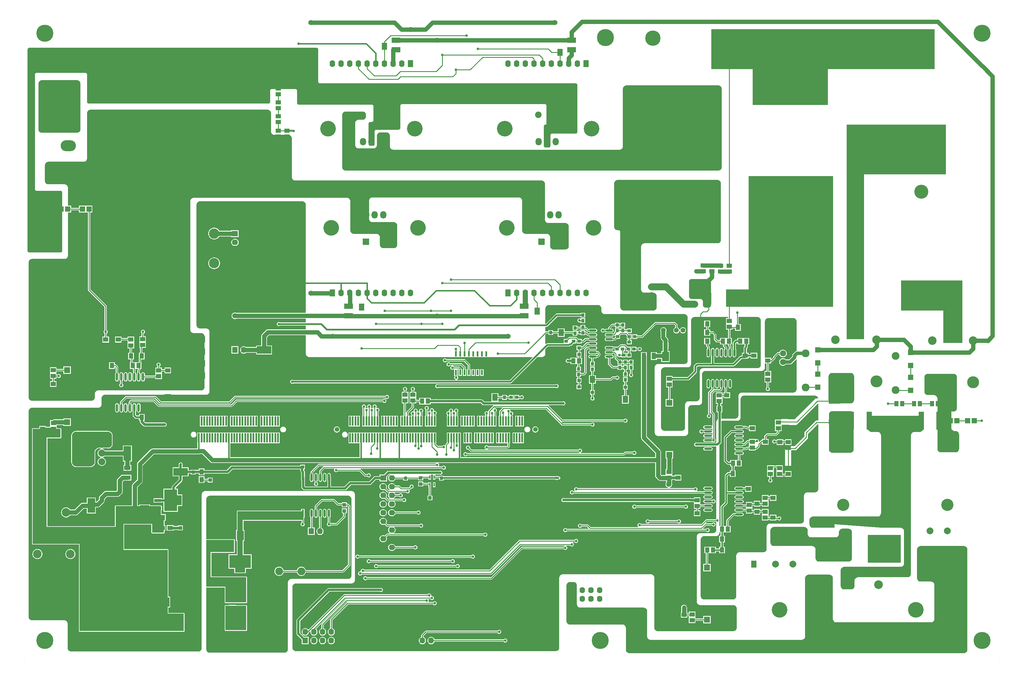
<source format=gtl>
G04 Layer_Physical_Order=1*
G04 Layer_Color=255*
%FSLAX25Y25*%
%MOIN*%
G70*
G01*
G75*
%ADD10R,0.05906X0.13780*%
%ADD11R,0.03937X0.03740*%
%ADD12R,0.05906X0.05118*%
%ADD13R,0.03740X0.03937*%
%ADD14R,0.05118X0.05906*%
%ADD15R,0.06299X0.05906*%
%ADD16R,0.02402X0.06024*%
%ADD17O,0.02362X0.09055*%
%ADD18R,0.01181X0.03937*%
%ADD19R,0.10000X0.11800*%
%ADD20R,0.15000X0.25000*%
%ADD21R,0.08000X0.03500*%
%ADD22O,0.02362X0.08661*%
%ADD23R,0.02362X0.08661*%
%ADD24O,0.08661X0.02362*%
%ADD25R,0.03937X0.04134*%
%ADD26R,0.06102X0.06299*%
%ADD27R,0.10000X0.06299*%
%ADD28R,0.07284X0.05118*%
%ADD29R,0.01969X0.10724*%
%ADD30R,0.01969X0.10724*%
%ADD31R,0.04921X0.06102*%
%ADD32R,0.16535X0.08661*%
%ADD33R,0.06299X0.20866*%
%ADD34R,0.07874X0.11024*%
%ADD35R,0.11024X0.07874*%
%ADD36R,0.20866X0.06299*%
%ADD37R,0.08661X0.16535*%
%ADD38R,0.06102X0.04921*%
%ADD39R,0.13780X0.05906*%
%ADD40R,0.11800X0.10000*%
%ADD41R,0.25000X0.15000*%
%ADD42R,0.03500X0.08000*%
%ADD43O,0.09055X0.02362*%
%ADD44R,0.05118X0.07284*%
%ADD45R,0.04134X0.03937*%
%ADD46C,0.01000*%
%ADD47C,0.02000*%
%ADD48C,0.05000*%
%ADD49C,0.01500*%
%ADD50C,0.02500*%
%ADD51C,0.06000*%
%ADD52C,0.04000*%
%ADD53C,0.03000*%
%ADD54C,0.04500*%
%ADD55C,0.08000*%
%ADD56C,0.00100*%
%ADD57R,0.22400X0.38700*%
%ADD58R,0.70900X0.35100*%
%ADD59R,0.20300X2.47800*%
%ADD60R,0.99000X0.57800*%
%ADD61R,2.57400X0.46400*%
%ADD62R,0.86700X0.48400*%
%ADD63R,1.23800X0.20100*%
%ADD64R,0.97800X1.42600*%
%ADD65C,0.16142*%
%ADD66C,0.07480*%
%ADD67R,0.07480X0.07480*%
%ADD68C,0.05512*%
%ADD69C,0.15748*%
%ADD70C,0.13780*%
%ADD71C,0.07098*%
%ADD72R,0.07008X0.07008*%
%ADD73C,0.09843*%
%ADD74O,0.06299X0.07087*%
%ADD75R,0.06299X0.07874*%
%ADD76C,0.09000*%
%ADD77C,0.08000*%
%ADD78C,0.06299*%
%ADD79O,0.07087X0.08661*%
%ADD80C,0.11811*%
%ADD81C,0.11811*%
%ADD82R,0.06299X0.07087*%
%ADD83O,0.07087X0.06299*%
%ADD84R,0.07087X0.06299*%
%ADD85C,0.14000*%
%ADD86C,0.17716*%
%ADD87O,0.09843X0.19685*%
%ADD88O,0.19685X0.09843*%
%ADD89C,0.18000*%
%ADD90C,0.10000*%
%ADD91C,0.05307*%
%ADD92C,0.00100*%
%ADD93C,0.07874*%
%ADD94R,0.07480X0.07480*%
%ADD95O,0.17716X0.12598*%
%ADD96O,0.06299X0.07874*%
%ADD97C,0.06000*%
%ADD98C,0.19685*%
%ADD99C,0.03000*%
%ADD100C,0.05000*%
G36*
X929044Y264397D02*
X930017Y263994D01*
X930853Y263353D01*
X931494Y262517D01*
X931897Y261544D01*
X932034Y260500D01*
X932000D01*
X932034Y220500D01*
X931897Y219456D01*
X931494Y218483D01*
X930853Y217647D01*
X930017Y217006D01*
X929044Y216603D01*
X928000Y216465D01*
Y216500D01*
X907500Y216465D01*
X906456Y216603D01*
X905483Y217006D01*
X904647Y217647D01*
X904006Y218483D01*
X903603Y219456D01*
X903465Y220500D01*
X903500D01*
Y260500D01*
X903465D01*
X903603Y261544D01*
X904006Y262517D01*
X904647Y263353D01*
X905483Y263994D01*
X906456Y264397D01*
X907500Y264534D01*
Y264500D01*
X928000Y264534D01*
X929044Y264397D01*
D02*
G37*
G36*
X876044Y130897D02*
X877017Y130494D01*
X877853Y129853D01*
X878494Y129017D01*
X878897Y128044D01*
X879035Y127000D01*
X879000D01*
X878965Y123000D01*
X879103Y121956D01*
X879506Y120983D01*
X880147Y120147D01*
X880983Y119506D01*
X881956Y119103D01*
X883000Y118965D01*
Y119000D01*
X911000Y118965D01*
X912044Y119103D01*
X913017Y119506D01*
X913853Y120147D01*
X914494Y120983D01*
X914897Y121956D01*
X915034Y123000D01*
X915000D01*
X914966Y125000D01*
X915103Y126044D01*
X915506Y127017D01*
X916147Y127853D01*
X916983Y128494D01*
X917956Y128897D01*
X919000Y129034D01*
Y129000D01*
X926000Y129034D01*
X927044Y128897D01*
X928017Y128494D01*
X928853Y127853D01*
X929494Y127017D01*
X929897Y126044D01*
X930035Y125000D01*
X930000D01*
X930035Y95000D01*
X929897Y93956D01*
X929494Y92983D01*
X928853Y92147D01*
X928017Y91506D01*
X927044Y91103D01*
X926000Y90965D01*
Y91000D01*
X892000Y90965D01*
X890956Y91103D01*
X889983Y91506D01*
X889147Y92147D01*
X888506Y92983D01*
X888103Y93956D01*
X887965Y95000D01*
X888000D01*
X888035Y105000D01*
X887897Y106044D01*
X887494Y107017D01*
X886853Y107853D01*
X886017Y108494D01*
X885044Y108897D01*
X884000Y109035D01*
Y109000D01*
X840000Y108966D01*
X838956Y109103D01*
X837983Y109506D01*
X837147Y110147D01*
X836506Y110983D01*
X836103Y111956D01*
X835966Y113000D01*
X836000D01*
Y127000D01*
X835966D01*
X836103Y128044D01*
X836506Y129017D01*
X837147Y129853D01*
X837983Y130494D01*
X838956Y130897D01*
X840000Y131035D01*
Y131000D01*
X875000Y131035D01*
X876044Y130897D01*
D02*
G37*
G36*
X821279Y372990D02*
X821557Y372961D01*
X821832Y372913D01*
X822103Y372845D01*
X822368Y372759D01*
X822627Y372654D01*
X822878Y372532D01*
X823120Y372392D01*
X823351Y372236D01*
X823571Y372064D01*
X823779Y371877D01*
X823973Y371676D01*
X824152Y371463D01*
X824316Y371237D01*
X824464Y371000D01*
X824595Y370754D01*
X824709Y370498D01*
X824804Y370236D01*
X824881Y369968D01*
X824939Y369695D01*
X824978Y369418D01*
X824998Y369140D01*
X825000Y369000D01*
Y318000D01*
X824990Y317721D01*
X824961Y317443D01*
X824913Y317168D01*
X824845Y316897D01*
X824759Y316632D01*
X824654Y316373D01*
X824532Y316122D01*
X824392Y315880D01*
X824236Y315649D01*
X824064Y315429D01*
X823877Y315221D01*
X823676Y315027D01*
X823463Y314848D01*
X823237Y314684D01*
X823000Y314536D01*
X822754Y314405D01*
X822498Y314291D01*
X822236Y314196D01*
X821968Y314119D01*
X821695Y314061D01*
X821418Y314022D01*
X821140Y314002D01*
X821000Y314000D01*
X758500D01*
X758221Y313990D01*
X757943Y313961D01*
X757668Y313913D01*
X757398Y313845D01*
X757132Y313759D01*
X756873Y313654D01*
X756622Y313532D01*
X756380Y313392D01*
X756149Y313236D01*
X755929Y313064D01*
X755721Y312877D01*
X755527Y312677D01*
X755348Y312463D01*
X755184Y312237D01*
X755036Y312000D01*
X754905Y311754D01*
X754791Y311498D01*
X754696Y311236D01*
X754619Y310968D01*
X754561Y310695D01*
X754522Y310418D01*
X754502Y310140D01*
X754500Y310000D01*
Y279900D01*
X754490Y279621D01*
X754461Y279343D01*
X754413Y279068D01*
X754345Y278797D01*
X754259Y278532D01*
X754154Y278273D01*
X754032Y278022D01*
X753892Y277780D01*
X753736Y277549D01*
X753564Y277329D01*
X753377Y277121D01*
X753176Y276927D01*
X752963Y276748D01*
X752737Y276584D01*
X752500Y276436D01*
X752253Y276305D01*
X751998Y276191D01*
X751736Y276096D01*
X751468Y276019D01*
X751195Y275961D01*
X750918Y275922D01*
X750640Y275902D01*
X750500Y275900D01*
X741700D01*
X741421Y275890D01*
X741143Y275861D01*
X740868Y275813D01*
X740597Y275745D01*
X740332Y275659D01*
X740073Y275554D01*
X739822Y275432D01*
X739580Y275292D01*
X739349Y275136D01*
X739129Y274964D01*
X738921Y274777D01*
X738727Y274576D01*
X738548Y274363D01*
X738384Y274137D01*
X738236Y273900D01*
X738105Y273654D01*
X737991Y273398D01*
X737896Y273136D01*
X737819Y272868D01*
X737761Y272595D01*
X737722Y272318D01*
X737702Y272040D01*
X737700Y271900D01*
Y245900D01*
X737690Y245621D01*
X737661Y245343D01*
X737613Y245068D01*
X737545Y244797D01*
X737459Y244532D01*
X737354Y244273D01*
X737232Y244022D01*
X737092Y243780D01*
X736936Y243549D01*
X736764Y243329D01*
X736577Y243121D01*
X736376Y242927D01*
X736163Y242748D01*
X735937Y242584D01*
X735700Y242436D01*
X735454Y242305D01*
X735198Y242191D01*
X734936Y242096D01*
X734668Y242019D01*
X734395Y241961D01*
X734118Y241922D01*
X733840Y241902D01*
X733700Y241900D01*
X714000D01*
X713721Y241910D01*
X713443Y241939D01*
X713168Y241987D01*
X712897Y242055D01*
X712632Y242141D01*
X712373Y242246D01*
X712122Y242368D01*
X711880Y242508D01*
X711649Y242664D01*
X711429Y242836D01*
X711221Y243023D01*
X711027Y243224D01*
X710848Y243437D01*
X710684Y243663D01*
X710536Y243900D01*
X710405Y244146D01*
X710291Y244402D01*
X710196Y244664D01*
X710119Y244932D01*
X710061Y245205D01*
X710022Y245482D01*
X710002Y245760D01*
X710000Y245900D01*
Y311000D01*
X710010Y311279D01*
X710039Y311557D01*
X710087Y311832D01*
X710155Y312103D01*
X710241Y312368D01*
X710346Y312627D01*
X710468Y312878D01*
X710608Y313120D01*
X710764Y313351D01*
X710936Y313571D01*
X711123Y313779D01*
X711323Y313973D01*
X711537Y314152D01*
X711763Y314316D01*
X712000Y314464D01*
X712247Y314595D01*
X712502Y314709D01*
X712764Y314804D01*
X713032Y314881D01*
X713305Y314939D01*
X713582Y314978D01*
X713860Y314998D01*
X714000Y315000D01*
X740500D01*
X740779Y315010D01*
X741057Y315039D01*
X741332Y315087D01*
X741603Y315155D01*
X741868Y315241D01*
X742127Y315346D01*
X742378Y315468D01*
X742620Y315608D01*
X742851Y315764D01*
X743071Y315936D01*
X743279Y316123D01*
X743473Y316323D01*
X743652Y316537D01*
X743816Y316763D01*
X743964Y317000D01*
X744095Y317247D01*
X744209Y317502D01*
X744304Y317764D01*
X744381Y318032D01*
X744439Y318305D01*
X744478Y318582D01*
X744498Y318860D01*
X744500Y319000D01*
Y369000D01*
X744510Y369279D01*
X744539Y369557D01*
X744587Y369832D01*
X744655Y370103D01*
X744741Y370368D01*
X744846Y370627D01*
X744968Y370878D01*
X745108Y371120D01*
X745264Y371351D01*
X745436Y371571D01*
X745623Y371779D01*
X745823Y371973D01*
X746037Y372152D01*
X746263Y372316D01*
X746500Y372464D01*
X746746Y372595D01*
X747002Y372709D01*
X747264Y372804D01*
X747532Y372881D01*
X747805Y372939D01*
X748082Y372978D01*
X748360Y372998D01*
X748500Y373000D01*
X787175D01*
Y371706D01*
X784747D01*
Y364987D01*
Y358295D01*
X787397D01*
Y348838D01*
X778017D01*
Y346410D01*
X775049D01*
X773411Y348049D01*
Y353000D01*
X773310Y353507D01*
X773022Y353937D01*
X771022Y355937D01*
X770592Y356225D01*
X770085Y356326D01*
X766428D01*
Y358838D01*
X765048D01*
Y361332D01*
X766428D01*
Y368838D01*
X759710D01*
Y361332D01*
X762397D01*
Y358838D01*
X759710D01*
Y351332D01*
X766428D01*
Y353675D01*
X769536D01*
X770760Y352451D01*
Y347500D01*
X770860Y346993D01*
X771148Y346563D01*
X773563Y344148D01*
X773993Y343861D01*
X774500Y343760D01*
X778017D01*
Y341332D01*
X781175D01*
Y340000D01*
X781275Y339493D01*
X781563Y339063D01*
X783175Y337451D01*
Y336757D01*
X783072Y336688D01*
X782634Y336033D01*
X782480Y335260D01*
Y328567D01*
X782634Y327794D01*
X783072Y327139D01*
X783727Y326701D01*
X784500Y326547D01*
X785273Y326701D01*
X785928Y327139D01*
X786366Y327794D01*
X786520Y328567D01*
Y335260D01*
X786366Y336033D01*
X785928Y336688D01*
X785825Y336757D01*
Y338000D01*
X785725Y338507D01*
X785437Y338937D01*
X783825Y340549D01*
Y341332D01*
X787397D01*
Y340000D01*
X787498Y339493D01*
X787785Y339063D01*
X788174Y338673D01*
Y336757D01*
X788072Y336688D01*
X787634Y336033D01*
X787480Y335260D01*
Y328567D01*
X787634Y327794D01*
X788072Y327139D01*
X788727Y326701D01*
X789500Y326547D01*
X790273Y326701D01*
X790928Y327139D01*
X791366Y327794D01*
X791520Y328567D01*
Y335260D01*
X791366Y336033D01*
X790928Y336688D01*
X790826Y336757D01*
Y339222D01*
X790725Y339729D01*
X790437Y340159D01*
X790048Y340549D01*
Y341332D01*
X791428D01*
Y348838D01*
X790048D01*
Y358295D01*
X792253D01*
Y359675D01*
X795295Y359675D01*
Y357247D01*
X802013D01*
Y364753D01*
X799326D01*
Y373000D01*
X821000D01*
X821279Y372990D01*
D02*
G37*
G36*
X349479Y166990D02*
X349757Y166961D01*
X350032Y166913D01*
X350303Y166845D01*
X350568Y166759D01*
X350827Y166654D01*
X351078Y166532D01*
X351320Y166392D01*
X351551Y166236D01*
X351771Y166064D01*
X351979Y165877D01*
X352173Y165676D01*
X352352Y165463D01*
X352516Y165237D01*
X352664Y165000D01*
X352795Y164753D01*
X352909Y164498D01*
X353004Y164236D01*
X353081Y163968D01*
X353139Y163695D01*
X353178Y163418D01*
X353198Y163140D01*
X353200Y163000D01*
Y75000D01*
X353190Y74721D01*
X353161Y74443D01*
X353113Y74168D01*
X353045Y73897D01*
X352959Y73632D01*
X352854Y73373D01*
X352732Y73122D01*
X352592Y72880D01*
X352436Y72649D01*
X352264Y72429D01*
X352077Y72221D01*
X351876Y72027D01*
X351663Y71848D01*
X351437Y71684D01*
X351200Y71536D01*
X350954Y71405D01*
X350698Y71291D01*
X350436Y71196D01*
X350168Y71119D01*
X349895Y71061D01*
X349618Y71022D01*
X349340Y71002D01*
X349200Y71000D01*
X284000D01*
X283721Y70990D01*
X283443Y70961D01*
X283168Y70913D01*
X282897Y70845D01*
X282632Y70759D01*
X282373Y70654D01*
X282122Y70532D01*
X281880Y70392D01*
X281649Y70236D01*
X281429Y70064D01*
X281221Y69877D01*
X281027Y69677D01*
X280848Y69463D01*
X280684Y69237D01*
X280536Y69000D01*
X280405Y68753D01*
X280291Y68498D01*
X280196Y68236D01*
X280119Y67968D01*
X280061Y67695D01*
X280022Y67418D01*
X280002Y67140D01*
X280000Y67000D01*
Y-10000D01*
X279990Y-10279D01*
X279961Y-10557D01*
X279913Y-10832D01*
X279845Y-11102D01*
X279759Y-11368D01*
X279654Y-11627D01*
X279532Y-11878D01*
X279392Y-12120D01*
X279236Y-12351D01*
X279064Y-12571D01*
X278877Y-12779D01*
X278677Y-12973D01*
X278463Y-13152D01*
X278237Y-13316D01*
X278000Y-13464D01*
X277753Y-13595D01*
X277498Y-13709D01*
X277236Y-13804D01*
X276968Y-13881D01*
X276695Y-13939D01*
X276418Y-13978D01*
X276140Y-13998D01*
X276000Y-14000D01*
X190000D01*
X189721Y-13990D01*
X189443Y-13961D01*
X189168Y-13913D01*
X188898Y-13845D01*
X188632Y-13759D01*
X188373Y-13654D01*
X188122Y-13532D01*
X187880Y-13392D01*
X187649Y-13236D01*
X187429Y-13064D01*
X187221Y-12877D01*
X187027Y-12676D01*
X186848Y-12463D01*
X186684Y-12237D01*
X186536Y-12000D01*
X186405Y-11754D01*
X186291Y-11498D01*
X186196Y-11236D01*
X186119Y-10968D01*
X186061Y-10695D01*
X186022Y-10418D01*
X186002Y-10140D01*
X186000Y-10000D01*
Y61184D01*
X207184D01*
Y44000D01*
X207246Y43688D01*
X207423Y43423D01*
X207688Y43246D01*
X208000Y43184D01*
X214497D01*
X214575Y43152D01*
X215606Y43016D01*
X216394D01*
X217425Y43152D01*
X217503Y43184D01*
X232000D01*
X232312Y43246D01*
X232577Y43423D01*
X232754Y43688D01*
X232816Y44000D01*
Y73000D01*
X232754Y73312D01*
X232577Y73577D01*
X232312Y73754D01*
X232000Y73816D01*
X191816D01*
Y101184D01*
X218000D01*
X218312Y101246D01*
X218577Y101423D01*
X218754Y101688D01*
X218816Y102000D01*
Y116000D01*
X218754Y116312D01*
X218577Y116577D01*
X218312Y116754D01*
X218000Y116816D01*
X186000D01*
Y163000D01*
X186010Y163279D01*
X186039Y163557D01*
X186087Y163832D01*
X186155Y164102D01*
X186241Y164368D01*
X186346Y164627D01*
X186468Y164878D01*
X186608Y165120D01*
X186764Y165351D01*
X186936Y165571D01*
X187123Y165779D01*
X187323Y165973D01*
X187537Y166152D01*
X187763Y166316D01*
X188000Y166464D01*
X188247Y166595D01*
X188502Y166709D01*
X188764Y166804D01*
X189032Y166881D01*
X189305Y166939D01*
X189582Y166978D01*
X189860Y166998D01*
X190000Y167000D01*
X349200D01*
X349479Y166990D01*
D02*
G37*
G36*
X218000Y102000D02*
X191000D01*
Y73000D01*
X232000D01*
Y44000D01*
X208000D01*
Y62000D01*
X186000D01*
Y116000D01*
X218000D01*
Y102000D01*
D02*
G37*
G36*
X986200Y89900D02*
X948200D01*
Y121900D01*
X986200D01*
Y89900D01*
D02*
G37*
G36*
X1060044Y108897D02*
X1061017Y108494D01*
X1061853Y107853D01*
X1062494Y107017D01*
X1062897Y106044D01*
X1063035Y105000D01*
X1063000D01*
X1063035Y-10500D01*
X1062897Y-11544D01*
X1062494Y-12517D01*
X1061853Y-13353D01*
X1061017Y-13994D01*
X1060044Y-14397D01*
X1059000Y-14535D01*
Y-14500D01*
X673500Y-14535D01*
X672456Y-14397D01*
X671483Y-13994D01*
X670647Y-13353D01*
X670006Y-12517D01*
X669603Y-11544D01*
X669465Y-10500D01*
X669500D01*
X669534Y14500D01*
X669397Y15544D01*
X668994Y16517D01*
X668353Y17353D01*
X667517Y17994D01*
X666544Y18397D01*
X665500Y18534D01*
Y18500D01*
X605000Y18465D01*
X603956Y18603D01*
X602983Y19006D01*
X602147Y19647D01*
X601506Y20483D01*
X601103Y21456D01*
X600965Y22500D01*
X601000D01*
X600965Y63500D01*
X601103Y64544D01*
X601506Y65517D01*
X602147Y66353D01*
X602983Y66994D01*
X603956Y67397D01*
X605000Y67535D01*
Y67500D01*
X609000Y67535D01*
X610044Y67397D01*
X611017Y66994D01*
X611853Y66353D01*
X612494Y65517D01*
X612897Y64544D01*
X613034Y63500D01*
X613000D01*
X612965Y42000D01*
X613103Y40956D01*
X613506Y39983D01*
X614147Y39147D01*
X614983Y38506D01*
X615956Y38103D01*
X617000Y37966D01*
Y38000D01*
X690000Y38034D01*
X691044Y37897D01*
X692017Y37494D01*
X692853Y36853D01*
X693494Y36017D01*
X693897Y35044D01*
X694034Y34000D01*
X694000D01*
X693965Y4900D01*
X694103Y3856D01*
X694506Y2883D01*
X695147Y2047D01*
X695983Y1406D01*
X696956Y1003D01*
X698000Y865D01*
Y900D01*
X872000Y865D01*
X873044Y1003D01*
X874017Y1406D01*
X874853Y2047D01*
X875494Y2883D01*
X875897Y3856D01*
X876035Y4900D01*
X876000D01*
Y72000D01*
X875965D01*
X876103Y73044D01*
X876506Y74017D01*
X877147Y74853D01*
X877983Y75494D01*
X878956Y75897D01*
X880000Y76034D01*
Y76000D01*
X904000Y76034D01*
X905044Y75897D01*
X906017Y75494D01*
X906853Y74853D01*
X907494Y74017D01*
X907897Y73044D01*
X908035Y72000D01*
X908000D01*
X907965Y25000D01*
X908103Y23956D01*
X908506Y22983D01*
X909147Y22147D01*
X909983Y21506D01*
X910956Y21103D01*
X912000Y20966D01*
Y21000D01*
X1021000Y20966D01*
X1022044Y21103D01*
X1023017Y21506D01*
X1023853Y22147D01*
X1024494Y22983D01*
X1024897Y23956D01*
X1025035Y25000D01*
X1025000D01*
X1025035Y64000D01*
X1024897Y65044D01*
X1024494Y66017D01*
X1023853Y66853D01*
X1023017Y67494D01*
X1022044Y67897D01*
X1021000Y68034D01*
Y68000D01*
X1009000Y67966D01*
X1007956Y68103D01*
X1006983Y68506D01*
X1006147Y69147D01*
X1005506Y69983D01*
X1005103Y70956D01*
X1004965Y72000D01*
X1005000D01*
X1004965Y105000D01*
X1005103Y106044D01*
X1005506Y107017D01*
X1006147Y107853D01*
X1006983Y108494D01*
X1007956Y108897D01*
X1009000Y109035D01*
Y109000D01*
X1059000Y109035D01*
X1060044Y108897D01*
D02*
G37*
G36*
X929544Y308397D02*
X930517Y307994D01*
X931353Y307353D01*
X931994Y306517D01*
X932397Y305544D01*
X932535Y304500D01*
X932500D01*
X932535Y277500D01*
X932397Y276456D01*
X931994Y275483D01*
X931353Y274647D01*
X930517Y274006D01*
X929544Y273603D01*
X928500Y273465D01*
Y273500D01*
X907000Y273465D01*
X905956Y273603D01*
X904983Y274006D01*
X904147Y274647D01*
X903506Y275483D01*
X903103Y276456D01*
X902966Y277500D01*
X903000D01*
Y304500D01*
X902966D01*
X903103Y305544D01*
X903506Y306517D01*
X904147Y307353D01*
X904983Y307994D01*
X905956Y308397D01*
X907000Y308535D01*
Y308500D01*
X928500Y308535D01*
X929544Y308397D01*
D02*
G37*
G36*
X296979Y506390D02*
X297257Y506361D01*
X297532Y506313D01*
X297803Y506245D01*
X298068Y506159D01*
X298327Y506054D01*
X298578Y505932D01*
X298820Y505792D01*
X299051Y505636D01*
X299271Y505464D01*
X299479Y505277D01*
X299673Y505077D01*
X299852Y504863D01*
X300016Y504637D01*
X300164Y504400D01*
X300295Y504153D01*
X300409Y503898D01*
X300504Y503636D01*
X300581Y503368D01*
X300639Y503095D01*
X300678Y502818D01*
X300698Y502540D01*
X300700Y502400D01*
Y377732D01*
X220894D01*
X219992Y378105D01*
X219000Y378236D01*
X218008Y378105D01*
X217084Y377722D01*
X216290Y377113D01*
X215681Y376320D01*
X215298Y375395D01*
X215167Y374403D01*
X215298Y373411D01*
X215681Y372487D01*
X216290Y371693D01*
X217084Y371084D01*
X218008Y370701D01*
X219000Y370570D01*
X219992Y370701D01*
X220894Y371075D01*
X300700D01*
Y366735D01*
X270893D01*
X270397Y367067D01*
X269500Y367245D01*
X268603Y367067D01*
X267842Y366558D01*
X267333Y365797D01*
X267155Y364900D01*
X267333Y364003D01*
X267842Y363242D01*
X268603Y362733D01*
X269500Y362555D01*
X270397Y362733D01*
X270893Y363065D01*
X300700D01*
Y358729D01*
X257030D01*
X256168Y358615D01*
X255698Y358420D01*
X255366Y358282D01*
X254676Y357754D01*
X250276Y353354D01*
X249747Y352664D01*
X249610Y352332D01*
X249415Y351862D01*
X249301Y351000D01*
Y340131D01*
X243562D01*
Y338329D01*
X231663D01*
X230992Y338844D01*
X230031Y339242D01*
X229000Y339377D01*
X227969Y339242D01*
X227008Y338844D01*
X226183Y338211D01*
X225550Y337386D01*
X225152Y336425D01*
X225016Y335394D01*
Y334606D01*
X225152Y333575D01*
X225550Y332614D01*
X226183Y331789D01*
X227008Y331156D01*
X227969Y330758D01*
X229000Y330623D01*
X230031Y330758D01*
X230992Y331156D01*
X231663Y331672D01*
X243562D01*
Y329869D01*
X261698D01*
Y340131D01*
X255958D01*
Y349621D01*
X258409Y352071D01*
X300700D01*
Y330900D01*
X300710Y330621D01*
X300739Y330343D01*
X300787Y330068D01*
X300855Y329797D01*
X300941Y329532D01*
X301046Y329273D01*
X301168Y329022D01*
X301308Y328780D01*
X301464Y328549D01*
X301636Y328329D01*
X301823Y328121D01*
X302024Y327927D01*
X302237Y327748D01*
X302463Y327584D01*
X302700Y327436D01*
X302946Y327305D01*
X303202Y327191D01*
X303464Y327096D01*
X303732Y327019D01*
X304005Y326961D01*
X304282Y326922D01*
X304560Y326902D01*
X304700Y326900D01*
X471577D01*
Y326692D01*
X475579D01*
Y326900D01*
X476577D01*
Y326692D01*
X480579D01*
Y326900D01*
X481577D01*
Y326692D01*
X485579D01*
Y326900D01*
X486577D01*
Y326692D01*
X490579D01*
Y326900D01*
X491577D01*
Y326692D01*
X495579D01*
Y326900D01*
X496577D01*
Y326692D01*
X500579D01*
Y326900D01*
X501577D01*
Y326692D01*
X505579D01*
Y326900D01*
X506577D01*
Y326692D01*
X510579D01*
Y326900D01*
X561651D01*
X561843Y326438D01*
X535640Y300235D01*
X474453D01*
X474404Y300735D01*
X474897Y300833D01*
X475658Y301342D01*
X476167Y302103D01*
X476345Y303000D01*
X476167Y303897D01*
X475658Y304658D01*
X475593Y304702D01*
X475579Y305196D01*
X475579D01*
Y312674D01*
X475579Y312820D01*
X475787Y313030D01*
X476164D01*
X476577Y312616D01*
Y305196D01*
X480579D01*
Y312820D01*
X479904D01*
Y313000D01*
X479803Y313507D01*
X479515Y313937D01*
X478015Y315437D01*
X477585Y315725D01*
X477078Y315826D01*
X471381D01*
X471158Y316158D01*
X470397Y316667D01*
X470357Y316674D01*
X470407Y317175D01*
X479029D01*
X482253Y313951D01*
Y312820D01*
X481577D01*
Y305196D01*
X485579D01*
Y312820D01*
X484903D01*
Y314500D01*
X484803Y315007D01*
X484515Y315437D01*
X480515Y319437D01*
X480085Y319725D01*
X479578Y319826D01*
X467080D01*
X466858Y320158D01*
X466097Y320667D01*
X465200Y320845D01*
X464303Y320667D01*
X463542Y320158D01*
X463033Y319397D01*
X462855Y318500D01*
X463033Y317603D01*
X463542Y316842D01*
X464303Y316333D01*
X465200Y316155D01*
X466097Y316333D01*
X466858Y316842D01*
X467080Y317175D01*
X468593D01*
X468643Y316674D01*
X468603Y316667D01*
X467842Y316158D01*
X467333Y315397D01*
X467155Y314500D01*
X467333Y313603D01*
X467842Y312842D01*
X468603Y312333D01*
X469500Y312155D01*
X470397Y312333D01*
X471077Y312788D01*
X471382Y312696D01*
X471577Y312569D01*
Y305196D01*
X472253D01*
Y304525D01*
X471833Y303897D01*
X471655Y303000D01*
X471833Y302103D01*
X472342Y301342D01*
X473103Y300833D01*
X473596Y300735D01*
X473547Y300235D01*
X286393D01*
X285897Y300567D01*
X285000Y300745D01*
X284103Y300567D01*
X283342Y300058D01*
X282833Y299297D01*
X282655Y298400D01*
X282833Y297503D01*
X283342Y296742D01*
X284103Y296233D01*
X285000Y296055D01*
X285897Y296233D01*
X286393Y296565D01*
X536400D01*
X537102Y296704D01*
X537698Y297102D01*
X567495Y326900D01*
X572700D01*
X572979Y326910D01*
X573257Y326939D01*
X573532Y326987D01*
X573803Y327055D01*
X574068Y327141D01*
X574327Y327246D01*
X574578Y327368D01*
X574820Y327508D01*
X575051Y327664D01*
X575271Y327836D01*
X575479Y328023D01*
X575673Y328223D01*
X575852Y328437D01*
X576016Y328663D01*
X576164Y328900D01*
X576295Y329147D01*
X576409Y329402D01*
X576504Y329664D01*
X576581Y329932D01*
X576639Y330205D01*
X576678Y330482D01*
X576698Y330760D01*
X576700Y330900D01*
Y336105D01*
X579560Y338965D01*
X603800D01*
X604502Y339104D01*
X605098Y339502D01*
X605260Y339665D01*
X605850D01*
X606553Y339804D01*
X607148Y340202D01*
X609276Y342330D01*
X612119D01*
Y345872D01*
X612588Y346077D01*
X612881Y345841D01*
Y342330D01*
X618418D01*
Y343674D01*
X620500D01*
X621007Y343775D01*
X621437Y344063D01*
X623549Y346175D01*
X626648D01*
X626773Y345987D01*
X627428Y345549D01*
X628201Y345395D01*
X634501D01*
X635274Y345549D01*
X635929Y345987D01*
X636367Y346642D01*
X636521Y347415D01*
X636367Y348188D01*
X635929Y348843D01*
X635274Y349281D01*
X634501Y349435D01*
X628201D01*
X627428Y349281D01*
X626773Y348843D01*
X626761Y348826D01*
X623000D01*
X622493Y348725D01*
X622063Y348437D01*
X619951Y346325D01*
X618418D01*
Y347670D01*
X614854D01*
X612937Y349587D01*
X612507Y349874D01*
X612000Y349975D01*
X604299D01*
X603792Y349874D01*
X603362Y349587D01*
X601445Y347670D01*
X597881D01*
Y342635D01*
X578800D01*
X578098Y342496D01*
X577502Y342098D01*
X577162Y341757D01*
X576700Y341949D01*
Y352875D01*
X577649Y353824D01*
X580330D01*
Y352381D01*
X585670D01*
Y353675D01*
X591050D01*
Y350263D01*
X598950D01*
Y353675D01*
X608308D01*
Y351412D01*
X613648D01*
Y353480D01*
X614148Y353632D01*
X614342Y353342D01*
X615103Y352833D01*
X616000Y352655D01*
X616830Y352820D01*
X617114Y352718D01*
X617330Y352602D01*
Y352082D01*
X622670D01*
Y353163D01*
X623170Y353370D01*
X625063Y351478D01*
X625493Y351190D01*
X626000Y351090D01*
X626705D01*
X626773Y350987D01*
X627428Y350549D01*
X628201Y350395D01*
X634501D01*
X635274Y350549D01*
X635929Y350987D01*
X636367Y351642D01*
X636521Y352415D01*
X636367Y353188D01*
X635929Y353843D01*
X635274Y354281D01*
X634501Y354435D01*
X628201D01*
X627428Y354281D01*
X626773Y353843D01*
X626286Y354004D01*
X624502Y355788D01*
X624072Y356075D01*
X623565Y356176D01*
X622670D01*
Y357619D01*
X617330D01*
Y357398D01*
X617114Y357282D01*
X616830Y357180D01*
X616000Y357345D01*
X615103Y357167D01*
X614342Y356658D01*
X614148Y356368D01*
X613648Y356520D01*
Y356949D01*
X608308D01*
Y356326D01*
X598950D01*
Y359737D01*
X591050D01*
Y356326D01*
X585670D01*
Y357918D01*
X580330D01*
Y356475D01*
X577100D01*
X577086Y356472D01*
X576700Y356790D01*
Y361565D01*
X577950D01*
X578653Y361704D01*
X579248Y362102D01*
X590460Y373314D01*
X617330D01*
Y372381D01*
X622670D01*
Y377918D01*
X617330D01*
Y376985D01*
X589700D01*
X588998Y376845D01*
X588402Y376447D01*
X577200Y365245D01*
X576700Y365259D01*
Y382900D01*
X576710Y383179D01*
X576739Y383457D01*
X576787Y383732D01*
X576855Y384003D01*
X576941Y384268D01*
X577046Y384527D01*
X577168Y384778D01*
X577308Y385020D01*
X577464Y385251D01*
X577636Y385471D01*
X577823Y385679D01*
X578023Y385873D01*
X578237Y386052D01*
X578463Y386216D01*
X578700Y386364D01*
X578946Y386495D01*
X579202Y386609D01*
X579464Y386704D01*
X579732Y386781D01*
X580005Y386839D01*
X580282Y386878D01*
X580560Y386898D01*
X580700Y386900D01*
X637200D01*
X637479Y386890D01*
X637757Y386861D01*
X638032Y386813D01*
X638303Y386745D01*
X638568Y386659D01*
X638827Y386554D01*
X639078Y386432D01*
X639320Y386292D01*
X639551Y386136D01*
X639771Y385964D01*
X639979Y385777D01*
X640173Y385577D01*
X640352Y385363D01*
X640516Y385137D01*
X640664Y384900D01*
X640795Y384653D01*
X640909Y384398D01*
X641004Y384136D01*
X641081Y383868D01*
X641139Y383595D01*
X641178Y383318D01*
X641198Y383040D01*
X641200Y382900D01*
Y380400D01*
X641210Y380121D01*
X641239Y379843D01*
X641287Y379568D01*
X641355Y379297D01*
X641441Y379032D01*
X641546Y378773D01*
X641668Y378522D01*
X641808Y378280D01*
X641964Y378049D01*
X642136Y377829D01*
X642323Y377621D01*
X642523Y377427D01*
X642737Y377248D01*
X642963Y377084D01*
X643200Y376936D01*
X643446Y376805D01*
X643702Y376691D01*
X643964Y376596D01*
X644232Y376519D01*
X644505Y376461D01*
X644782Y376422D01*
X645060Y376402D01*
X645200Y376400D01*
X736700D01*
X736979Y376390D01*
X737257Y376361D01*
X737532Y376313D01*
X737803Y376245D01*
X738068Y376159D01*
X738327Y376054D01*
X738578Y375932D01*
X738820Y375792D01*
X739051Y375636D01*
X739271Y375464D01*
X739479Y375277D01*
X739673Y375077D01*
X739852Y374863D01*
X740016Y374637D01*
X740164Y374400D01*
X740295Y374153D01*
X740409Y373898D01*
X740504Y373636D01*
X740581Y373368D01*
X740639Y373095D01*
X740678Y372818D01*
X740698Y372540D01*
X740700Y372400D01*
Y322900D01*
X740690Y322621D01*
X740661Y322343D01*
X740613Y322068D01*
X740545Y321797D01*
X740459Y321532D01*
X740354Y321273D01*
X740232Y321022D01*
X740092Y320780D01*
X739936Y320549D01*
X739764Y320329D01*
X739577Y320121D01*
X739376Y319927D01*
X739163Y319748D01*
X738937Y319584D01*
X738700Y319436D01*
X738453Y319305D01*
X738198Y319191D01*
X737936Y319096D01*
X737668Y319019D01*
X737395Y318961D01*
X737118Y318922D01*
X736840Y318902D01*
X736700Y318900D01*
X706700D01*
X706421Y318890D01*
X706143Y318861D01*
X705868Y318813D01*
X705597Y318745D01*
X705332Y318659D01*
X705073Y318554D01*
X704822Y318432D01*
X704580Y318292D01*
X704349Y318136D01*
X704129Y317964D01*
X703921Y317777D01*
X703727Y317577D01*
X703548Y317363D01*
X703384Y317137D01*
X703236Y316900D01*
X703105Y316653D01*
X702991Y316398D01*
X702896Y316136D01*
X702819Y315868D01*
X702761Y315595D01*
X702722Y315318D01*
X702702Y315040D01*
X702700Y314900D01*
Y239900D01*
X702710Y239621D01*
X702739Y239343D01*
X702787Y239068D01*
X702855Y238797D01*
X702941Y238532D01*
X703046Y238273D01*
X703168Y238022D01*
X703308Y237780D01*
X703464Y237549D01*
X703636Y237329D01*
X703823Y237121D01*
X704024Y236927D01*
X704237Y236748D01*
X704463Y236584D01*
X704700Y236436D01*
X704947Y236305D01*
X705202Y236191D01*
X705464Y236096D01*
X705732Y236019D01*
X706005Y235961D01*
X706282Y235922D01*
X706560Y235902D01*
X706700Y235900D01*
X737200D01*
X737479Y235910D01*
X737757Y235939D01*
X738032Y235987D01*
X738303Y236055D01*
X738568Y236141D01*
X738827Y236246D01*
X739078Y236368D01*
X739320Y236508D01*
X739551Y236664D01*
X739771Y236836D01*
X739979Y237023D01*
X740173Y237224D01*
X740352Y237437D01*
X740516Y237663D01*
X740664Y237900D01*
X740795Y238146D01*
X740909Y238402D01*
X741004Y238664D01*
X741081Y238932D01*
X741139Y239205D01*
X741178Y239482D01*
X741198Y239760D01*
X741200Y239900D01*
Y267400D01*
X741210Y267679D01*
X741239Y267957D01*
X741287Y268232D01*
X741355Y268503D01*
X741441Y268768D01*
X741546Y269027D01*
X741668Y269278D01*
X741808Y269520D01*
X741964Y269751D01*
X742136Y269971D01*
X742323Y270179D01*
X742523Y270373D01*
X742737Y270552D01*
X742963Y270716D01*
X743200Y270864D01*
X743446Y270995D01*
X743702Y271109D01*
X743964Y271204D01*
X744232Y271281D01*
X744505Y271339D01*
X744782Y271378D01*
X745060Y271398D01*
X745200Y271400D01*
X753200D01*
X753479Y271410D01*
X753757Y271439D01*
X754032Y271487D01*
X754303Y271555D01*
X754568Y271641D01*
X754827Y271746D01*
X755078Y271868D01*
X755320Y272008D01*
X755551Y272164D01*
X755771Y272336D01*
X755979Y272523D01*
X756173Y272724D01*
X756352Y272937D01*
X756516Y273163D01*
X756664Y273400D01*
X756795Y273646D01*
X756909Y273902D01*
X757004Y274164D01*
X757081Y274432D01*
X757139Y274705D01*
X757178Y274982D01*
X757198Y275260D01*
X757200Y275400D01*
Y306900D01*
X757210Y307179D01*
X757239Y307457D01*
X757287Y307732D01*
X757355Y308003D01*
X757441Y308268D01*
X757546Y308527D01*
X757668Y308778D01*
X757808Y309020D01*
X757964Y309251D01*
X758136Y309471D01*
X758323Y309679D01*
X758524Y309873D01*
X758737Y310052D01*
X758963Y310216D01*
X759200Y310364D01*
X759446Y310495D01*
X759702Y310609D01*
X759964Y310704D01*
X760232Y310781D01*
X760505Y310839D01*
X760782Y310878D01*
X761060Y310898D01*
X761200Y310900D01*
X825700D01*
X825979Y310910D01*
X826257Y310939D01*
X826532Y310987D01*
X826803Y311055D01*
X827068Y311141D01*
X827327Y311246D01*
X827578Y311368D01*
X827820Y311508D01*
X828051Y311664D01*
X828271Y311836D01*
X828479Y312023D01*
X828673Y312224D01*
X828852Y312437D01*
X829016Y312663D01*
X829164Y312900D01*
X829295Y313146D01*
X829409Y313402D01*
X829504Y313664D01*
X829581Y313932D01*
X829639Y314205D01*
X829678Y314482D01*
X829698Y314760D01*
X829700Y314900D01*
Y319295D01*
X831674D01*
Y310705D01*
X829247D01*
Y303987D01*
Y297294D01*
X831674D01*
Y291880D01*
X831342Y291658D01*
X830834Y290897D01*
X830655Y290000D01*
X830834Y289103D01*
X831342Y288342D01*
X832103Y287833D01*
X833000Y287655D01*
X833897Y287833D01*
X834658Y288342D01*
X835166Y289103D01*
X835345Y290000D01*
X835166Y290897D01*
X834658Y291658D01*
X834326Y291880D01*
Y297294D01*
X836753D01*
Y303987D01*
Y310705D01*
X834326D01*
Y319295D01*
X836753D01*
Y321328D01*
X837154D01*
X837661Y321429D01*
X838091Y321716D01*
X841437Y325063D01*
X841725Y325493D01*
X841825Y326000D01*
Y326451D01*
X845049Y329675D01*
X846342D01*
X846701Y328807D01*
X847398Y327898D01*
X848307Y327201D01*
X849365Y326763D01*
X850500Y326613D01*
X851635Y326763D01*
X852693Y327201D01*
X853602Y327898D01*
X854299Y328807D01*
X854737Y329865D01*
X854887Y331000D01*
X854737Y332135D01*
X854299Y333193D01*
X853602Y334102D01*
X852693Y334799D01*
X851635Y335237D01*
X850500Y335387D01*
X849365Y335237D01*
X848307Y334799D01*
X847398Y334102D01*
X846701Y333193D01*
X846342Y332326D01*
X844500D01*
X843993Y332225D01*
X843563Y331937D01*
X839563Y327937D01*
X839275Y327507D01*
X839174Y327000D01*
Y326549D01*
X837215Y324589D01*
X836753Y324781D01*
Y326013D01*
X829700D01*
Y367900D01*
X829710Y368179D01*
X829739Y368457D01*
X829787Y368732D01*
X829855Y369003D01*
X829941Y369268D01*
X830046Y369527D01*
X830168Y369778D01*
X830308Y370020D01*
X830464Y370251D01*
X830636Y370471D01*
X830823Y370679D01*
X831024Y370873D01*
X831237Y371052D01*
X831463Y371216D01*
X831700Y371364D01*
X831946Y371495D01*
X832202Y371609D01*
X832464Y371704D01*
X832732Y371781D01*
X833005Y371839D01*
X833282Y371878D01*
X833560Y371898D01*
X833700Y371900D01*
X862200D01*
X862479Y371890D01*
X862757Y371861D01*
X863032Y371813D01*
X863303Y371745D01*
X863568Y371659D01*
X863827Y371554D01*
X864078Y371432D01*
X864320Y371292D01*
X864551Y371136D01*
X864771Y370964D01*
X864979Y370777D01*
X865173Y370577D01*
X865352Y370363D01*
X865516Y370137D01*
X865664Y369900D01*
X865795Y369654D01*
X865909Y369398D01*
X866004Y369136D01*
X866081Y368868D01*
X866139Y368595D01*
X866178Y368318D01*
X866198Y368040D01*
X866200Y367900D01*
Y333785D01*
X865769Y333728D01*
X865088Y333446D01*
X864503Y332997D01*
X862003Y330497D01*
X861554Y329912D01*
X861272Y329231D01*
X861176Y328500D01*
Y327670D01*
X857488Y323982D01*
X853815D01*
X853602Y324259D01*
X852693Y324956D01*
X851635Y325395D01*
X850500Y325544D01*
X849365Y325395D01*
X848307Y324956D01*
X847398Y324259D01*
X846701Y323351D01*
X846263Y322293D01*
X846113Y321158D01*
X846263Y320022D01*
X846701Y318964D01*
X847398Y318056D01*
X848307Y317358D01*
X849365Y316920D01*
X850500Y316771D01*
X851635Y316920D01*
X852693Y317358D01*
X853602Y318056D01*
X853815Y318333D01*
X858657D01*
X859388Y318430D01*
X860070Y318712D01*
X860655Y319161D01*
X865700Y324206D01*
X866200Y323999D01*
Y289900D01*
X866190Y289621D01*
X866161Y289343D01*
X866113Y289068D01*
X866045Y288797D01*
X865959Y288532D01*
X865854Y288273D01*
X865732Y288022D01*
X865592Y287780D01*
X865436Y287549D01*
X865264Y287329D01*
X865077Y287121D01*
X864876Y286927D01*
X864663Y286748D01*
X864437Y286584D01*
X864200Y286436D01*
X863953Y286305D01*
X863698Y286191D01*
X863436Y286096D01*
X863168Y286019D01*
X862895Y285961D01*
X862618Y285922D01*
X862340Y285902D01*
X862200Y285900D01*
X803200D01*
X802921Y285890D01*
X802643Y285861D01*
X802368Y285813D01*
X802098Y285745D01*
X801832Y285659D01*
X801573Y285554D01*
X801322Y285432D01*
X801080Y285292D01*
X800849Y285136D01*
X800629Y284964D01*
X800421Y284777D01*
X800227Y284577D01*
X800048Y284363D01*
X799884Y284137D01*
X799736Y283900D01*
X799605Y283653D01*
X799491Y283398D01*
X799396Y283136D01*
X799319Y282868D01*
X799261Y282595D01*
X799222Y282318D01*
X799202Y282040D01*
X799200Y281900D01*
Y259900D01*
X799190Y259621D01*
X799161Y259343D01*
X799113Y259068D01*
X799045Y258797D01*
X798959Y258532D01*
X798854Y258273D01*
X798732Y258022D01*
X798592Y257780D01*
X798436Y257549D01*
X798264Y257329D01*
X798077Y257121D01*
X797877Y256927D01*
X797663Y256748D01*
X797437Y256584D01*
X797200Y256436D01*
X796953Y256305D01*
X796698Y256191D01*
X796436Y256096D01*
X796168Y256019D01*
X795895Y255961D01*
X795618Y255922D01*
X795340Y255902D01*
X795200Y255900D01*
X779590D01*
Y263247D01*
X780513D01*
Y270753D01*
X779090D01*
Y272795D01*
X780753D01*
Y279487D01*
Y281521D01*
X781947D01*
Y279487D01*
X789453D01*
Y286206D01*
X785825D01*
Y291243D01*
X785928Y291312D01*
X786366Y291967D01*
X786520Y292740D01*
Y299433D01*
X786366Y300206D01*
X785928Y300861D01*
X785273Y301299D01*
X784500Y301453D01*
X783727Y301299D01*
X783072Y300861D01*
X782634Y300206D01*
X782480Y299433D01*
Y292740D01*
X782634Y291967D01*
X783072Y291312D01*
X783175Y291243D01*
Y286206D01*
X781947D01*
Y284172D01*
X780753D01*
Y286206D01*
X773247D01*
Y279487D01*
Y272795D01*
X774910D01*
Y270753D01*
X773795D01*
Y263247D01*
X775410D01*
Y255177D01*
X775349Y255136D01*
X775129Y254964D01*
X774921Y254777D01*
X774727Y254576D01*
X774548Y254363D01*
X774384Y254137D01*
X774236Y253900D01*
X774105Y253654D01*
X773991Y253398D01*
X773896Y253136D01*
X773819Y252868D01*
X773761Y252595D01*
X773722Y252318D01*
X773702Y252040D01*
X773700Y251900D01*
Y228090D01*
X751512D01*
X751397Y228167D01*
X750500Y228345D01*
X749603Y228167D01*
X748842Y227658D01*
X748333Y226897D01*
X748155Y226000D01*
X748333Y225103D01*
X748842Y224342D01*
X749603Y223833D01*
X750500Y223655D01*
X751397Y223833D01*
X751512Y223910D01*
X773700D01*
Y140398D01*
X773342Y140158D01*
X773119Y139825D01*
X762500D01*
X761993Y139725D01*
X761563Y139437D01*
X756451Y134326D01*
X687080D01*
X686858Y134658D01*
X686097Y135167D01*
X685200Y135345D01*
X684303Y135167D01*
X683542Y134658D01*
X683033Y133897D01*
X682855Y133000D01*
X683033Y132103D01*
X683542Y131342D01*
X683716Y131226D01*
X683564Y130726D01*
X628749D01*
X626137Y133337D01*
X625707Y133625D01*
X625200Y133726D01*
X618580D01*
X618358Y134058D01*
X617597Y134567D01*
X616700Y134745D01*
X615803Y134567D01*
X615042Y134058D01*
X614533Y133297D01*
X614355Y132400D01*
X614533Y131503D01*
X615042Y130742D01*
X615803Y130233D01*
X616700Y130055D01*
X617597Y130233D01*
X618358Y130742D01*
X618580Y131075D01*
X624651D01*
X626538Y129187D01*
X626347Y128726D01*
X601580D01*
X601358Y129058D01*
X600597Y129567D01*
X599700Y129745D01*
X598803Y129567D01*
X598042Y129058D01*
X597533Y128297D01*
X597355Y127400D01*
X597533Y126503D01*
X598042Y125742D01*
X598803Y125233D01*
X599700Y125055D01*
X600597Y125233D01*
X601358Y125742D01*
X601580Y126075D01*
X761820D01*
X762042Y125742D01*
X762803Y125233D01*
X763700Y125055D01*
X764597Y125233D01*
X765358Y125742D01*
X765867Y126503D01*
X766045Y127400D01*
X765867Y128297D01*
X765358Y129058D01*
X764597Y129567D01*
X763700Y129745D01*
X762803Y129567D01*
X762042Y129058D01*
X761820Y128726D01*
X758553D01*
X758362Y129187D01*
X761749Y132574D01*
X768619D01*
X768842Y132242D01*
X769603Y131733D01*
X770500Y131555D01*
X771397Y131733D01*
X772158Y132242D01*
X772667Y133003D01*
X772845Y133900D01*
X772667Y134797D01*
X772158Y135558D01*
X771397Y136067D01*
X770500Y136245D01*
X769603Y136067D01*
X768842Y135558D01*
X768619Y135225D01*
X761807D01*
X761600Y135725D01*
X763049Y137174D01*
X773119D01*
X773342Y136842D01*
X773700Y136602D01*
Y127900D01*
X773690Y127621D01*
X773661Y127343D01*
X773613Y127068D01*
X773545Y126797D01*
X773459Y126532D01*
X773354Y126273D01*
X773232Y126022D01*
X773092Y125780D01*
X772936Y125549D01*
X772764Y125329D01*
X772577Y125121D01*
X772376Y124927D01*
X772163Y124748D01*
X771937Y124584D01*
X771700Y124436D01*
X771454Y124305D01*
X771198Y124191D01*
X770936Y124096D01*
X770668Y124019D01*
X770395Y123961D01*
X770118Y123922D01*
X769840Y123902D01*
X769700Y123900D01*
X755200D01*
X754921Y123890D01*
X754643Y123861D01*
X754368Y123813D01*
X754098Y123745D01*
X753832Y123659D01*
X753573Y123554D01*
X753322Y123432D01*
X753080Y123292D01*
X752849Y123136D01*
X752629Y122964D01*
X752421Y122777D01*
X752227Y122576D01*
X752048Y122363D01*
X751884Y122137D01*
X751736Y121900D01*
X751605Y121653D01*
X751491Y121398D01*
X751396Y121136D01*
X751319Y120868D01*
X751261Y120595D01*
X751222Y120318D01*
X751202Y120040D01*
X751200Y119900D01*
Y44900D01*
X751210Y44621D01*
X751239Y44343D01*
X751287Y44068D01*
X751355Y43797D01*
X751441Y43532D01*
X751546Y43273D01*
X751668Y43022D01*
X751808Y42780D01*
X751964Y42549D01*
X752136Y42329D01*
X752323Y42121D01*
X752524Y41927D01*
X752737Y41748D01*
X752963Y41584D01*
X753200Y41436D01*
X753446Y41305D01*
X753702Y41191D01*
X753964Y41096D01*
X754232Y41019D01*
X754505Y40961D01*
X754782Y40922D01*
X755060Y40902D01*
X755200Y40900D01*
X793200D01*
X793479Y40890D01*
X793757Y40861D01*
X794032Y40813D01*
X794303Y40745D01*
X794568Y40659D01*
X794827Y40554D01*
X795078Y40432D01*
X795320Y40292D01*
X795551Y40136D01*
X795771Y39964D01*
X795979Y39777D01*
X796173Y39577D01*
X796352Y39363D01*
X796516Y39137D01*
X796664Y38900D01*
X796795Y38653D01*
X796909Y38398D01*
X797004Y38136D01*
X797081Y37868D01*
X797139Y37595D01*
X797178Y37318D01*
X797198Y37040D01*
X797200Y36900D01*
Y14900D01*
X797190Y14621D01*
X797161Y14343D01*
X797113Y14068D01*
X797045Y13798D01*
X796959Y13532D01*
X796854Y13273D01*
X796732Y13022D01*
X796592Y12780D01*
X796436Y12549D01*
X796264Y12329D01*
X796077Y12121D01*
X795877Y11927D01*
X795663Y11748D01*
X795437Y11584D01*
X795200Y11436D01*
X794953Y11305D01*
X794698Y11191D01*
X794436Y11096D01*
X794168Y11019D01*
X793895Y10961D01*
X793618Y10922D01*
X793340Y10902D01*
X793200Y10900D01*
X706200D01*
X705921Y10910D01*
X705643Y10939D01*
X705368Y10987D01*
X705097Y11055D01*
X704832Y11141D01*
X704573Y11246D01*
X704322Y11368D01*
X704080Y11508D01*
X703849Y11664D01*
X703629Y11836D01*
X703421Y12023D01*
X703227Y12224D01*
X703048Y12437D01*
X702884Y12663D01*
X702736Y12900D01*
X702605Y13147D01*
X702491Y13402D01*
X702396Y13664D01*
X702319Y13932D01*
X702261Y14205D01*
X702222Y14482D01*
X702202Y14760D01*
X702200Y14900D01*
Y72400D01*
X702190Y72679D01*
X702161Y72957D01*
X702113Y73232D01*
X702045Y73502D01*
X701959Y73768D01*
X701854Y74027D01*
X701732Y74278D01*
X701592Y74520D01*
X701436Y74751D01*
X701264Y74971D01*
X701077Y75179D01*
X700877Y75373D01*
X700663Y75552D01*
X700437Y75716D01*
X700200Y75864D01*
X699954Y75995D01*
X699698Y76109D01*
X699436Y76204D01*
X699168Y76281D01*
X698895Y76339D01*
X698618Y76378D01*
X698340Y76398D01*
X698200Y76400D01*
X596700D01*
X596421Y76390D01*
X596143Y76361D01*
X595868Y76313D01*
X595598Y76245D01*
X595332Y76159D01*
X595073Y76054D01*
X594822Y75932D01*
X594580Y75792D01*
X594349Y75636D01*
X594129Y75464D01*
X593921Y75277D01*
X593727Y75077D01*
X593548Y74863D01*
X593384Y74637D01*
X593236Y74400D01*
X593105Y74154D01*
X592991Y73898D01*
X592896Y73636D01*
X592819Y73368D01*
X592761Y73095D01*
X592722Y72818D01*
X592702Y72540D01*
X592700Y72400D01*
Y-8100D01*
X592690Y-8379D01*
X592661Y-8657D01*
X592613Y-8932D01*
X592545Y-9202D01*
X592459Y-9468D01*
X592354Y-9727D01*
X592232Y-9978D01*
X592092Y-10220D01*
X591936Y-10451D01*
X591764Y-10671D01*
X591577Y-10879D01*
X591376Y-11073D01*
X591163Y-11252D01*
X590937Y-11416D01*
X590700Y-11564D01*
X590453Y-11695D01*
X590198Y-11809D01*
X589936Y-11904D01*
X589668Y-11981D01*
X589395Y-12039D01*
X589118Y-12078D01*
X588840Y-12098D01*
X588700Y-12100D01*
X289200D01*
X288921Y-12090D01*
X288643Y-12061D01*
X288368Y-12013D01*
X288097Y-11945D01*
X287832Y-11859D01*
X287573Y-11754D01*
X287322Y-11632D01*
X287080Y-11492D01*
X286849Y-11336D01*
X286629Y-11164D01*
X286421Y-10977D01*
X286227Y-10776D01*
X286048Y-10563D01*
X285884Y-10337D01*
X285736Y-10100D01*
X285605Y-9854D01*
X285491Y-9598D01*
X285396Y-9336D01*
X285319Y-9068D01*
X285261Y-8795D01*
X285222Y-8518D01*
X285202Y-8240D01*
X285200Y-8100D01*
Y61900D01*
X285210Y62179D01*
X285239Y62457D01*
X285287Y62732D01*
X285355Y63003D01*
X285441Y63268D01*
X285546Y63527D01*
X285668Y63778D01*
X285808Y64020D01*
X285964Y64251D01*
X286136Y64471D01*
X286323Y64679D01*
X286524Y64873D01*
X286737Y65052D01*
X286963Y65216D01*
X287200Y65364D01*
X287446Y65495D01*
X287702Y65609D01*
X287964Y65704D01*
X288232Y65781D01*
X288505Y65839D01*
X288782Y65878D01*
X289060Y65898D01*
X289200Y65900D01*
X353200D01*
X353479Y65910D01*
X353757Y65939D01*
X354032Y65987D01*
X354303Y66055D01*
X354568Y66141D01*
X354827Y66246D01*
X355078Y66368D01*
X355320Y66508D01*
X355551Y66664D01*
X355771Y66836D01*
X355979Y67023D01*
X356173Y67224D01*
X356352Y67437D01*
X356516Y67663D01*
X356664Y67900D01*
X356795Y68147D01*
X356909Y68402D01*
X357004Y68664D01*
X357081Y68932D01*
X357139Y69205D01*
X357178Y69482D01*
X357198Y69760D01*
X357200Y69900D01*
Y168400D01*
X357190Y168679D01*
X357161Y168957D01*
X357113Y169232D01*
X357045Y169502D01*
X356959Y169768D01*
X356854Y170027D01*
X356732Y170278D01*
X356592Y170520D01*
X356436Y170751D01*
X356264Y170971D01*
X356077Y171179D01*
X355876Y171373D01*
X355663Y171552D01*
X355437Y171716D01*
X355200Y171864D01*
X354954Y171995D01*
X354698Y172109D01*
X354436Y172204D01*
X354168Y172281D01*
X353895Y172339D01*
X353618Y172378D01*
X353340Y172398D01*
X353200Y172400D01*
X184700D01*
X184421Y172390D01*
X184143Y172361D01*
X183868Y172313D01*
X183598Y172245D01*
X183332Y172159D01*
X183073Y172054D01*
X182822Y171932D01*
X182580Y171792D01*
X182349Y171636D01*
X182129Y171464D01*
X181921Y171277D01*
X181727Y171077D01*
X181548Y170863D01*
X181384Y170637D01*
X181236Y170400D01*
X181105Y170153D01*
X180991Y169898D01*
X180896Y169636D01*
X180819Y169368D01*
X180761Y169095D01*
X180722Y168818D01*
X180702Y168540D01*
X180700Y168400D01*
Y-8600D01*
X180690Y-8879D01*
X180661Y-9157D01*
X180613Y-9432D01*
X180545Y-9702D01*
X180459Y-9968D01*
X180354Y-10227D01*
X180232Y-10478D01*
X180092Y-10720D01*
X179936Y-10951D01*
X179764Y-11171D01*
X179577Y-11379D01*
X179376Y-11573D01*
X179163Y-11752D01*
X178937Y-11916D01*
X178700Y-12064D01*
X178454Y-12195D01*
X178198Y-12309D01*
X177936Y-12404D01*
X177668Y-12481D01*
X177395Y-12539D01*
X177118Y-12578D01*
X176840Y-12598D01*
X176700Y-12600D01*
X30200D01*
X29921Y-12590D01*
X29643Y-12561D01*
X29368Y-12513D01*
X29097Y-12445D01*
X28832Y-12359D01*
X28573Y-12254D01*
X28322Y-12132D01*
X28080Y-11992D01*
X27849Y-11836D01*
X27629Y-11664D01*
X27421Y-11477D01*
X27227Y-11276D01*
X27048Y-11063D01*
X26884Y-10837D01*
X26736Y-10600D01*
X26605Y-10353D01*
X26491Y-10098D01*
X26396Y-9836D01*
X26319Y-9568D01*
X26261Y-9295D01*
X26222Y-9018D01*
X26202Y-8740D01*
X26200Y-8600D01*
Y19400D01*
X26190Y19679D01*
X26161Y19957D01*
X26113Y20232D01*
X26045Y20503D01*
X25959Y20768D01*
X25854Y21027D01*
X25732Y21278D01*
X25592Y21520D01*
X25436Y21751D01*
X25264Y21971D01*
X25077Y22179D01*
X24877Y22373D01*
X24663Y22552D01*
X24437Y22716D01*
X24200Y22864D01*
X23954Y22995D01*
X23698Y23109D01*
X23436Y23204D01*
X23168Y23281D01*
X22895Y23339D01*
X22618Y23378D01*
X22340Y23398D01*
X22200Y23400D01*
X-14800D01*
X-15079Y23410D01*
X-15357Y23439D01*
X-15632Y23487D01*
X-15902Y23555D01*
X-16168Y23641D01*
X-16427Y23746D01*
X-16678Y23868D01*
X-16920Y24008D01*
X-17151Y24164D01*
X-17371Y24336D01*
X-17579Y24523D01*
X-17773Y24724D01*
X-17952Y24937D01*
X-18116Y25163D01*
X-18264Y25400D01*
X-18395Y25646D01*
X-18509Y25902D01*
X-18604Y26164D01*
X-18681Y26432D01*
X-18739Y26705D01*
X-18778Y26982D01*
X-18798Y27260D01*
X-18800Y27400D01*
Y264400D01*
X-18790Y264679D01*
X-18761Y264957D01*
X-18713Y265232D01*
X-18645Y265503D01*
X-18559Y265768D01*
X-18454Y266027D01*
X-18332Y266278D01*
X-18192Y266520D01*
X-18036Y266751D01*
X-17864Y266971D01*
X-17677Y267179D01*
X-17477Y267373D01*
X-17263Y267552D01*
X-17037Y267716D01*
X-16800Y267864D01*
X-16554Y267995D01*
X-16298Y268109D01*
X-16036Y268204D01*
X-15768Y268281D01*
X-15495Y268339D01*
X-15218Y268378D01*
X-14940Y268398D01*
X-14800Y268400D01*
X61200D01*
X61479Y268410D01*
X61757Y268439D01*
X62032Y268487D01*
X62303Y268555D01*
X62568Y268641D01*
X62827Y268746D01*
X63078Y268868D01*
X63320Y269008D01*
X63551Y269164D01*
X63771Y269336D01*
X63979Y269523D01*
X64173Y269724D01*
X64352Y269937D01*
X64516Y270163D01*
X64664Y270400D01*
X64795Y270647D01*
X64909Y270902D01*
X65004Y271164D01*
X65081Y271432D01*
X65139Y271705D01*
X65178Y271982D01*
X65198Y272260D01*
X65200Y272400D01*
Y279400D01*
X65210Y279679D01*
X65239Y279957D01*
X65287Y280232D01*
X65355Y280503D01*
X65441Y280768D01*
X65546Y281027D01*
X65668Y281278D01*
X65808Y281520D01*
X65964Y281751D01*
X66136Y281971D01*
X66323Y282179D01*
X66523Y282373D01*
X66737Y282552D01*
X66963Y282716D01*
X67200Y282864D01*
X67447Y282995D01*
X67702Y283109D01*
X67964Y283204D01*
X68232Y283281D01*
X68505Y283339D01*
X68782Y283378D01*
X69060Y283398D01*
X69200Y283400D01*
X185700D01*
X185979Y283410D01*
X186257Y283439D01*
X186532Y283487D01*
X186802Y283555D01*
X187068Y283641D01*
X187327Y283746D01*
X187578Y283868D01*
X187820Y284008D01*
X188051Y284164D01*
X188271Y284336D01*
X188479Y284523D01*
X188673Y284723D01*
X188852Y284937D01*
X189016Y285163D01*
X189164Y285400D01*
X189295Y285647D01*
X189409Y285902D01*
X189504Y286164D01*
X189581Y286432D01*
X189639Y286705D01*
X189678Y286982D01*
X189698Y287260D01*
X189700Y287400D01*
Y355900D01*
X189690Y356179D01*
X189661Y356457D01*
X189613Y356732D01*
X189545Y357003D01*
X189459Y357268D01*
X189354Y357527D01*
X189232Y357778D01*
X189092Y358020D01*
X188936Y358251D01*
X188764Y358471D01*
X188577Y358679D01*
X188376Y358873D01*
X188163Y359052D01*
X187937Y359216D01*
X187700Y359364D01*
X187453Y359495D01*
X187198Y359609D01*
X186936Y359704D01*
X186668Y359781D01*
X186395Y359839D01*
X186118Y359878D01*
X185840Y359898D01*
X185700Y359900D01*
X178700D01*
X178421Y359910D01*
X178143Y359939D01*
X177868Y359987D01*
X177597Y360055D01*
X177332Y360141D01*
X177073Y360246D01*
X176822Y360368D01*
X176580Y360508D01*
X176349Y360664D01*
X176129Y360836D01*
X175921Y361023D01*
X175727Y361224D01*
X175548Y361437D01*
X175384Y361663D01*
X175236Y361900D01*
X175105Y362146D01*
X174991Y362402D01*
X174896Y362664D01*
X174819Y362932D01*
X174761Y363205D01*
X174722Y363482D01*
X174702Y363760D01*
X174700Y363900D01*
Y502400D01*
X174710Y502679D01*
X174739Y502957D01*
X174787Y503232D01*
X174855Y503503D01*
X174941Y503768D01*
X175046Y504027D01*
X175168Y504278D01*
X175308Y504520D01*
X175464Y504751D01*
X175636Y504971D01*
X175823Y505179D01*
X176023Y505373D01*
X176237Y505552D01*
X176463Y505716D01*
X176700Y505864D01*
X176946Y505995D01*
X177202Y506109D01*
X177464Y506204D01*
X177732Y506281D01*
X178005Y506339D01*
X178282Y506378D01*
X178560Y506398D01*
X178700Y506400D01*
X296700D01*
X296979Y506390D01*
D02*
G37*
G36*
X1048044Y307397D02*
X1049017Y306994D01*
X1049853Y306353D01*
X1050494Y305517D01*
X1050897Y304544D01*
X1051035Y303500D01*
X1051000D01*
X1051035Y268000D01*
X1050897Y266956D01*
X1050494Y265983D01*
X1049853Y265147D01*
X1049017Y264506D01*
X1048044Y264103D01*
X1047000Y263966D01*
Y264000D01*
X1044500D01*
X1044466Y245500D01*
X1044603Y244456D01*
X1045006Y243483D01*
X1045647Y242647D01*
X1046483Y242006D01*
X1047456Y241603D01*
X1048500Y241465D01*
Y241500D01*
X1049500Y241534D01*
X1050544Y241397D01*
X1051517Y240994D01*
X1052353Y240353D01*
X1052994Y239517D01*
X1053397Y238544D01*
X1053535Y237500D01*
X1053500D01*
X1053535Y221000D01*
X1053397Y219956D01*
X1052994Y218983D01*
X1052353Y218147D01*
X1051517Y217506D01*
X1050544Y217103D01*
X1049500Y216966D01*
Y217000D01*
X1032500Y216966D01*
X1031456Y217103D01*
X1030483Y217506D01*
X1029647Y218147D01*
X1029006Y218983D01*
X1028603Y219956D01*
X1028465Y221000D01*
X1028500D01*
X1028535Y279000D01*
X1028397Y280044D01*
X1027994Y281017D01*
X1027353Y281853D01*
X1026517Y282494D01*
X1025544Y282897D01*
X1024500Y283034D01*
Y283000D01*
X1017500Y282965D01*
X1016456Y283103D01*
X1015483Y283506D01*
X1014647Y284147D01*
X1014006Y284983D01*
X1013603Y285956D01*
X1013465Y287000D01*
X1013500D01*
Y303500D01*
X1013465D01*
X1013603Y304544D01*
X1014006Y305517D01*
X1014647Y306353D01*
X1015483Y306994D01*
X1016456Y307397D01*
X1017500Y307535D01*
Y307500D01*
X1047000Y307535D01*
X1048044Y307397D01*
D02*
G37*
G36*
X1009044Y258897D02*
X1010017Y258494D01*
X1010853Y257853D01*
X1011494Y257017D01*
X1011897Y256044D01*
X1012035Y255000D01*
X1012000D01*
X1012035Y244500D01*
X1011897Y243456D01*
X1011494Y242483D01*
X1010853Y241647D01*
X1010017Y241006D01*
X1009044Y240603D01*
X1008000Y240465D01*
Y240500D01*
X1002000Y240534D01*
X1000956Y240397D01*
X999983Y239994D01*
X999147Y239353D01*
X998506Y238517D01*
X998103Y237544D01*
X997966Y236500D01*
X998000D01*
X998034Y77000D01*
X997897Y75956D01*
X997494Y74983D01*
X996853Y74147D01*
X996017Y73506D01*
X995044Y73103D01*
X994000Y72966D01*
Y73000D01*
X937000Y73035D01*
X935956Y72897D01*
X934983Y72494D01*
X934147Y71853D01*
X933506Y71017D01*
X933103Y70044D01*
X932965Y69000D01*
X933000D01*
Y63000D01*
X933035D01*
X932897Y61956D01*
X932494Y60983D01*
X931853Y60147D01*
X931017Y59506D01*
X930044Y59103D01*
X929000Y58965D01*
Y59000D01*
X921000Y58965D01*
X919956Y59103D01*
X918983Y59506D01*
X918147Y60147D01*
X917506Y60983D01*
X917103Y61956D01*
X916965Y63000D01*
X917000D01*
X916965Y81000D01*
X917103Y82044D01*
X917506Y83017D01*
X918147Y83853D01*
X918983Y84494D01*
X919956Y84897D01*
X921000Y85035D01*
Y85000D01*
X986000Y84965D01*
X987044Y85103D01*
X988017Y85506D01*
X988853Y86147D01*
X989494Y86983D01*
X989897Y87956D01*
X990034Y89000D01*
X990000D01*
X990034Y126000D01*
X989897Y127044D01*
X989494Y128017D01*
X988853Y128853D01*
X988017Y129494D01*
X987044Y129897D01*
X986000Y130034D01*
Y130000D01*
X964148Y129965D01*
X963855Y130004D01*
X963853Y130011D01*
X910000Y134000D01*
Y130000D01*
X885000Y129965D01*
X883956Y130103D01*
X882983Y130506D01*
X882147Y131147D01*
X881506Y131983D01*
X881103Y132956D01*
X880966Y134000D01*
X881000D01*
X880966Y139000D01*
X881103Y140044D01*
X881506Y141017D01*
X882147Y141853D01*
X882983Y142494D01*
X883956Y142897D01*
X885000Y143035D01*
Y143000D01*
X959500Y142965D01*
X960544Y143103D01*
X961517Y143506D01*
X962353Y144147D01*
X962994Y144983D01*
X963397Y145956D01*
X963535Y147000D01*
X963500D01*
X963535Y236500D01*
X963397Y237544D01*
X962994Y238517D01*
X962353Y239353D01*
X961517Y239994D01*
X960544Y240397D01*
X959500Y240534D01*
Y240500D01*
X952500Y240465D01*
X951456Y240603D01*
X950483Y241006D01*
X949647Y241647D01*
X949006Y242483D01*
X948603Y243456D01*
X948466Y244500D01*
X948500D01*
X948466Y255000D01*
X948603Y256044D01*
X949006Y257017D01*
X949647Y257853D01*
X950483Y258494D01*
X951456Y258897D01*
X952500Y259034D01*
Y259000D01*
X1008000Y259034D01*
X1009044Y258897D01*
D02*
G37*
G36*
X887479Y282390D02*
X887757Y282361D01*
X888032Y282313D01*
X888303Y282245D01*
X888568Y282159D01*
X888827Y282054D01*
X889078Y281932D01*
X889320Y281792D01*
X889551Y281636D01*
X889771Y281464D01*
X889979Y281277D01*
X890173Y281077D01*
X890352Y280863D01*
X890516Y280637D01*
X890664Y280400D01*
X890795Y280153D01*
X890909Y279898D01*
X891004Y279636D01*
X891043Y279500D01*
X890890Y279205D01*
X890648Y279000D01*
X887750D01*
X863875Y255125D01*
X848500Y255500D01*
Y254944D01*
X841347D01*
Y248226D01*
Y241533D01*
X843674D01*
Y240549D01*
X841951Y238825D01*
X832100D01*
X831593Y238725D01*
X831163Y238437D01*
X829163Y236437D01*
X828876Y236007D01*
X828775Y235500D01*
Y232444D01*
X826347D01*
Y231064D01*
X825739D01*
X825231Y230963D01*
X824801Y230676D01*
X823164Y229038D01*
X822703Y229284D01*
X822845Y230000D01*
X822666Y230897D01*
X822158Y231658D01*
X821397Y232167D01*
X820500Y232345D01*
X819603Y232167D01*
X819294Y231960D01*
X818853Y232196D01*
Y232444D01*
X811347D01*
Y230825D01*
X809500D01*
X808993Y230725D01*
X808563Y230437D01*
X805451Y227326D01*
X804757D01*
X804688Y227428D01*
X804033Y227866D01*
X803260Y228020D01*
X796567D01*
X795794Y227866D01*
X795139Y227428D01*
X794701Y226773D01*
X794547Y226000D01*
X794701Y225227D01*
X795139Y224572D01*
X795794Y224134D01*
X796567Y223980D01*
X803260D01*
X804033Y224134D01*
X804688Y224572D01*
X804757Y224675D01*
X806000D01*
X806507Y224775D01*
X806937Y225063D01*
X810049Y228174D01*
X811347D01*
Y223325D01*
X809000D01*
X808493Y223225D01*
X808063Y222937D01*
X807451Y222325D01*
X804757D01*
X804688Y222428D01*
X804033Y222866D01*
X803260Y223020D01*
X796567D01*
X795794Y222866D01*
X795139Y222428D01*
X794701Y221773D01*
X794547Y221000D01*
X794701Y220227D01*
X795139Y219572D01*
X795794Y219134D01*
X796567Y218980D01*
X803260D01*
X804033Y219134D01*
X804688Y219572D01*
X804757Y219674D01*
X808000D01*
X808507Y219775D01*
X808937Y220063D01*
X809549Y220674D01*
X811347D01*
Y219033D01*
X818853D01*
Y220175D01*
X819500D01*
X820007Y220275D01*
X820437Y220563D01*
X823437Y223563D01*
X823725Y223993D01*
X823825Y224500D01*
Y225951D01*
X825847Y227973D01*
X826347Y227766D01*
Y225726D01*
X833853D01*
Y232444D01*
X831425D01*
Y234951D01*
X832649Y236175D01*
X842500D01*
X843007Y236275D01*
X843437Y236563D01*
X845937Y239063D01*
X846225Y239493D01*
X846325Y240000D01*
Y241533D01*
X848853D01*
Y248389D01*
X849209Y248740D01*
X866000Y248500D01*
X890700Y273200D01*
X891200Y272993D01*
Y253875D01*
X888625D01*
X875250Y240500D01*
Y235250D01*
X864000Y224000D01*
X859000D01*
Y223000D01*
X858500D01*
Y220500D01*
X853000D01*
Y201500D01*
X860000D01*
Y219375D01*
X865625D01*
X879250Y233000D01*
Y238250D01*
X890500Y249500D01*
X891200D01*
Y174900D01*
X891190Y174621D01*
X891161Y174343D01*
X891113Y174068D01*
X891045Y173798D01*
X890959Y173532D01*
X890854Y173273D01*
X890732Y173022D01*
X890592Y172780D01*
X890436Y172549D01*
X890264Y172329D01*
X890077Y172121D01*
X889876Y171927D01*
X889663Y171748D01*
X889437Y171584D01*
X889200Y171436D01*
X888953Y171305D01*
X888698Y171191D01*
X888436Y171096D01*
X888168Y171019D01*
X887895Y170961D01*
X887618Y170922D01*
X887340Y170902D01*
X887200Y170900D01*
X878700D01*
X878421Y170890D01*
X878143Y170861D01*
X877868Y170813D01*
X877598Y170745D01*
X877332Y170659D01*
X877073Y170554D01*
X876822Y170432D01*
X876580Y170292D01*
X876349Y170136D01*
X876129Y169964D01*
X875921Y169777D01*
X875727Y169577D01*
X875548Y169363D01*
X875384Y169137D01*
X875236Y168900D01*
X875105Y168654D01*
X874991Y168398D01*
X874896Y168136D01*
X874819Y167868D01*
X874761Y167595D01*
X874722Y167318D01*
X874702Y167040D01*
X874700Y166900D01*
Y138900D01*
X874690Y138621D01*
X874661Y138343D01*
X874613Y138068D01*
X874545Y137797D01*
X874459Y137532D01*
X874354Y137273D01*
X874232Y137022D01*
X874092Y136780D01*
X873936Y136549D01*
X873764Y136329D01*
X873577Y136121D01*
X873376Y135927D01*
X873163Y135748D01*
X872937Y135584D01*
X872700Y135436D01*
X872453Y135305D01*
X872198Y135191D01*
X871936Y135096D01*
X871668Y135019D01*
X871395Y134961D01*
X871118Y134922D01*
X870840Y134902D01*
X870700Y134900D01*
X835700D01*
X835421Y134890D01*
X835143Y134861D01*
X834868Y134813D01*
X834597Y134745D01*
X834332Y134659D01*
X834073Y134554D01*
X833822Y134432D01*
X833580Y134292D01*
X833349Y134136D01*
X833129Y133964D01*
X832921Y133777D01*
X832727Y133577D01*
X832548Y133363D01*
X832384Y133137D01*
X832236Y132900D01*
X832105Y132653D01*
X831991Y132398D01*
X831896Y132136D01*
X831819Y131868D01*
X831761Y131595D01*
X831722Y131318D01*
X831702Y131040D01*
X831700Y130900D01*
Y105900D01*
X831690Y105621D01*
X831661Y105343D01*
X831613Y105068D01*
X831545Y104797D01*
X831459Y104532D01*
X831354Y104273D01*
X831232Y104022D01*
X831092Y103780D01*
X830936Y103549D01*
X830764Y103329D01*
X830577Y103121D01*
X830377Y102927D01*
X830163Y102748D01*
X829937Y102584D01*
X829700Y102436D01*
X829453Y102305D01*
X829198Y102191D01*
X828936Y102096D01*
X828668Y102019D01*
X828395Y101961D01*
X828118Y101922D01*
X827840Y101902D01*
X827700Y101900D01*
X800700D01*
X800421Y101890D01*
X800143Y101861D01*
X799868Y101813D01*
X799598Y101745D01*
X799332Y101659D01*
X799073Y101554D01*
X798822Y101432D01*
X798580Y101292D01*
X798349Y101136D01*
X798129Y100964D01*
X797921Y100777D01*
X797727Y100576D01*
X797548Y100363D01*
X797384Y100137D01*
X797236Y99900D01*
X797105Y99654D01*
X796991Y99398D01*
X796896Y99136D01*
X796819Y98868D01*
X796761Y98595D01*
X796722Y98318D01*
X796702Y98040D01*
X796700Y97900D01*
Y51400D01*
X796690Y51121D01*
X796661Y50843D01*
X796613Y50568D01*
X796545Y50297D01*
X796459Y50032D01*
X796354Y49773D01*
X796232Y49522D01*
X796092Y49280D01*
X795936Y49049D01*
X795764Y48829D01*
X795577Y48621D01*
X795376Y48427D01*
X795163Y48248D01*
X794937Y48084D01*
X794700Y47936D01*
X794453Y47805D01*
X794198Y47691D01*
X793936Y47596D01*
X793668Y47519D01*
X793395Y47461D01*
X793118Y47422D01*
X792840Y47402D01*
X792700Y47400D01*
X759700D01*
X759421Y47410D01*
X759143Y47439D01*
X758868Y47487D01*
X758598Y47555D01*
X758332Y47641D01*
X758073Y47746D01*
X757822Y47868D01*
X757580Y48008D01*
X757349Y48164D01*
X757129Y48336D01*
X756921Y48523D01*
X756727Y48724D01*
X756548Y48937D01*
X756384Y49163D01*
X756236Y49400D01*
X756105Y49646D01*
X755991Y49902D01*
X755896Y50164D01*
X755819Y50432D01*
X755761Y50705D01*
X755722Y50982D01*
X755702Y51260D01*
X755700Y51400D01*
Y116400D01*
X755710Y116679D01*
X755739Y116957D01*
X755787Y117232D01*
X755855Y117502D01*
X755941Y117768D01*
X756046Y118027D01*
X756168Y118278D01*
X756308Y118520D01*
X756464Y118751D01*
X756636Y118971D01*
X756823Y119179D01*
X757023Y119373D01*
X757237Y119552D01*
X757463Y119716D01*
X757700Y119864D01*
X757946Y119995D01*
X758202Y120109D01*
X758464Y120204D01*
X758732Y120281D01*
X759005Y120339D01*
X759282Y120378D01*
X759560Y120398D01*
X759700Y120400D01*
X773200D01*
X773479Y120410D01*
X773757Y120439D01*
X774032Y120487D01*
X774302Y120555D01*
X774568Y120641D01*
X774827Y120746D01*
X775078Y120868D01*
X775320Y121008D01*
X775551Y121164D01*
X775771Y121336D01*
X775979Y121523D01*
X776173Y121723D01*
X776352Y121937D01*
X776516Y122163D01*
X776664Y122400D01*
X776795Y122646D01*
X776909Y122902D01*
X777004Y123164D01*
X777081Y123432D01*
X777139Y123705D01*
X777178Y123982D01*
X777198Y124260D01*
X777200Y124400D01*
Y124747D01*
X778573D01*
Y120753D01*
X776794D01*
Y113247D01*
X778573D01*
Y108253D01*
X776794D01*
Y106080D01*
X773206D01*
Y108253D01*
X759795D01*
Y100747D01*
X761674D01*
Y88304D01*
X758696D01*
Y79696D01*
X767304D01*
Y88304D01*
X764326D01*
Y100747D01*
X773206D01*
Y102920D01*
X776794D01*
Y100747D01*
X783513D01*
Y108253D01*
X781734D01*
Y113247D01*
X783513D01*
Y120753D01*
X781734D01*
Y124747D01*
X790205D01*
Y132253D01*
X787825D01*
Y137951D01*
X794049Y144175D01*
X795070D01*
X795139Y144072D01*
X795794Y143634D01*
X796567Y143480D01*
X803260D01*
X804033Y143634D01*
X804688Y144072D01*
X805126Y144727D01*
X805280Y145500D01*
X805126Y146273D01*
X804688Y146928D01*
X804033Y147366D01*
X803260Y147520D01*
X796567D01*
X795794Y147366D01*
X795139Y146928D01*
X795070Y146826D01*
X793500D01*
X792993Y146725D01*
X792563Y146437D01*
X785563Y139437D01*
X785275Y139007D01*
X785175Y138500D01*
Y132253D01*
X781734D01*
Y153345D01*
X786118Y157729D01*
X786460Y158242D01*
X786580Y158846D01*
Y168920D01*
X795366D01*
X795794Y168634D01*
X796567Y168480D01*
X803260D01*
X804033Y168634D01*
X804688Y169072D01*
X805126Y169727D01*
X805280Y170500D01*
X805126Y171273D01*
X804688Y171928D01*
X804033Y172366D01*
X803260Y172520D01*
X796567D01*
X795794Y172366D01*
X795366Y172080D01*
X786580D01*
Y189345D01*
X788155Y190920D01*
X789294D01*
Y188747D01*
X796013D01*
Y196253D01*
X794531D01*
Y200647D01*
X803002D01*
Y208153D01*
X801239D01*
Y213980D01*
X803260D01*
X804033Y214134D01*
X804688Y214572D01*
X805126Y215227D01*
X805280Y216000D01*
X805126Y216773D01*
X804688Y217428D01*
X804033Y217866D01*
X803260Y218020D01*
X796567D01*
X795794Y217866D01*
X795139Y217428D01*
X794701Y216773D01*
X794547Y216000D01*
X794701Y215227D01*
X795139Y214572D01*
X795794Y214134D01*
X796567Y213980D01*
X798588D01*
Y208153D01*
X789591D01*
Y206080D01*
X787655D01*
X785580Y208155D01*
Y233345D01*
X791655Y239420D01*
X795366D01*
X795794Y239134D01*
X796567Y238980D01*
X803260D01*
X804033Y239134D01*
X804688Y239572D01*
X805126Y240227D01*
X805280Y241000D01*
X805126Y241773D01*
X804688Y242428D01*
X804033Y242866D01*
X803260Y243020D01*
X796567D01*
X795794Y242866D01*
X795366Y242580D01*
X791000D01*
X790395Y242460D01*
X789883Y242118D01*
X782882Y235118D01*
X782540Y234605D01*
X782420Y234000D01*
Y207500D01*
X782540Y206895D01*
X782882Y206382D01*
X785883Y203382D01*
X786395Y203040D01*
X787000Y202920D01*
X789591D01*
Y200647D01*
X791370D01*
Y196253D01*
X789294D01*
Y194080D01*
X787500D01*
X786895Y193960D01*
X786382Y193617D01*
X783883Y191118D01*
X783540Y190605D01*
X783420Y190000D01*
Y170500D01*
Y159501D01*
X779036Y155117D01*
X778693Y154605D01*
X778573Y154000D01*
Y132253D01*
X777200D01*
Y137771D01*
X777345Y138500D01*
X777200Y139229D01*
Y225244D01*
X778978Y227022D01*
X778978Y227022D01*
X779431Y227700D01*
X779590Y228500D01*
Y253059D01*
X779702Y253109D01*
X779964Y253204D01*
X780232Y253281D01*
X780505Y253339D01*
X780782Y253378D01*
X781060Y253398D01*
X781200Y253400D01*
X797700D01*
X797979Y253410D01*
X798257Y253439D01*
X798532Y253487D01*
X798803Y253555D01*
X799068Y253641D01*
X799327Y253746D01*
X799578Y253868D01*
X799820Y254008D01*
X800051Y254164D01*
X800271Y254336D01*
X800479Y254523D01*
X800673Y254724D01*
X800852Y254937D01*
X801016Y255163D01*
X801164Y255400D01*
X801295Y255646D01*
X801409Y255902D01*
X801504Y256164D01*
X801581Y256432D01*
X801639Y256705D01*
X801678Y256982D01*
X801698Y257260D01*
X801700Y257400D01*
Y278400D01*
X801710Y278679D01*
X801739Y278957D01*
X801787Y279232D01*
X801855Y279503D01*
X801941Y279768D01*
X802046Y280027D01*
X802168Y280278D01*
X802308Y280520D01*
X802464Y280751D01*
X802636Y280971D01*
X802823Y281179D01*
X803024Y281373D01*
X803237Y281552D01*
X803463Y281716D01*
X803700Y281864D01*
X803946Y281995D01*
X804202Y282109D01*
X804464Y282204D01*
X804732Y282281D01*
X805005Y282339D01*
X805282Y282378D01*
X805560Y282398D01*
X805700Y282400D01*
X887200D01*
X887479Y282390D01*
D02*
G37*
G36*
X775140Y530998D02*
X775418Y530978D01*
X775695Y530939D01*
X775968Y530881D01*
X776236Y530804D01*
X776498Y530709D01*
X776754Y530595D01*
X777000Y530464D01*
X777237Y530316D01*
X777463Y530152D01*
X777676Y529973D01*
X777877Y529779D01*
X778064Y529571D01*
X778236Y529351D01*
X778392Y529120D01*
X778532Y528878D01*
X778654Y528627D01*
X778759Y528368D01*
X778845Y528102D01*
X778913Y527832D01*
X778961Y527557D01*
X778990Y527279D01*
X779000Y527000D01*
Y462000D01*
X778998Y461860D01*
X778978Y461582D01*
X778939Y461305D01*
X778881Y461032D01*
X778804Y460764D01*
X778709Y460502D01*
X778595Y460247D01*
X778464Y460000D01*
X778316Y459763D01*
X778152Y459537D01*
X777973Y459324D01*
X777779Y459123D01*
X777571Y458936D01*
X777351Y458764D01*
X777120Y458608D01*
X776878Y458468D01*
X776627Y458346D01*
X776368Y458241D01*
X776102Y458155D01*
X775832Y458087D01*
X775557Y458039D01*
X775279Y458010D01*
X775000Y458000D01*
X691000D01*
X690860Y457998D01*
X690582Y457978D01*
X690305Y457939D01*
X690032Y457881D01*
X689764Y457804D01*
X689502Y457709D01*
X689247Y457595D01*
X689000Y457464D01*
X688763Y457316D01*
X688537Y457152D01*
X688323Y456973D01*
X688123Y456779D01*
X687936Y456571D01*
X687764Y456351D01*
X687608Y456120D01*
X687468Y455878D01*
X687346Y455627D01*
X687241Y455368D01*
X687155Y455102D01*
X687087Y454832D01*
X687039Y454557D01*
X687010Y454279D01*
X687000Y454000D01*
Y405000D01*
X687002Y404860D01*
X687022Y404582D01*
X687061Y404305D01*
X687119Y404032D01*
X687196Y403764D01*
X687291Y403502D01*
X687405Y403246D01*
X687536Y403000D01*
X687684Y402763D01*
X687848Y402537D01*
X688027Y402323D01*
X688221Y402123D01*
X688429Y401936D01*
X688649Y401764D01*
X688880Y401608D01*
X689122Y401468D01*
X689373Y401346D01*
X689632Y401241D01*
X689897Y401155D01*
X690168Y401087D01*
X690443Y401039D01*
X690721Y401010D01*
X691000Y401000D01*
X701000D01*
X701140Y400998D01*
X701418Y400978D01*
X701695Y400939D01*
X701968Y400881D01*
X702236Y400804D01*
X702498Y400709D01*
X702753Y400595D01*
X703000Y400464D01*
X703237Y400316D01*
X703463Y400152D01*
X703677Y399973D01*
X703877Y399779D01*
X704064Y399571D01*
X704236Y399351D01*
X704392Y399120D01*
X704532Y398878D01*
X704654Y398627D01*
X704759Y398368D01*
X704845Y398103D01*
X704913Y397832D01*
X704961Y397557D01*
X704990Y397279D01*
X705000Y397000D01*
Y384500D01*
X704998Y384360D01*
X704978Y384082D01*
X704939Y383805D01*
X704881Y383532D01*
X704804Y383264D01*
X704709Y383002D01*
X704595Y382747D01*
X704464Y382500D01*
X704316Y382263D01*
X704152Y382037D01*
X703973Y381823D01*
X703779Y381623D01*
X703571Y381436D01*
X703351Y381264D01*
X703120Y381108D01*
X702878Y380968D01*
X702627Y380846D01*
X702368Y380741D01*
X702103Y380655D01*
X701832Y380587D01*
X701557Y380539D01*
X701279Y380510D01*
X701000Y380500D01*
X667000D01*
X666860Y380502D01*
X666582Y380522D01*
X666305Y380561D01*
X666032Y380619D01*
X665764Y380696D01*
X665502Y380791D01*
X665246Y380905D01*
X665000Y381036D01*
X664763Y381184D01*
X664537Y381348D01*
X664324Y381527D01*
X664123Y381721D01*
X663936Y381929D01*
X663764Y382149D01*
X663608Y382380D01*
X663468Y382622D01*
X663346Y382873D01*
X663241Y383132D01*
X663155Y383397D01*
X663087Y383668D01*
X663039Y383943D01*
X663010Y384221D01*
X663000Y384500D01*
Y471000D01*
X662999Y471070D01*
X662989Y471209D01*
X662970Y471347D01*
X662941Y471484D01*
X662902Y471618D01*
X662854Y471749D01*
X662798Y471877D01*
X662732Y472000D01*
X662658Y472118D01*
X662576Y472231D01*
X662486Y472338D01*
X662389Y472439D01*
X662286Y472532D01*
X662176Y472618D01*
X662060Y472696D01*
X661939Y472766D01*
X661813Y472827D01*
X661684Y472879D01*
X661551Y472923D01*
X661416Y472956D01*
X661278Y472980D01*
X661139Y472995D01*
X661000Y473000D01*
X660000D01*
X659860Y473002D01*
X659582Y473022D01*
X659305Y473061D01*
X659032Y473119D01*
X658764Y473196D01*
X658502Y473291D01*
X658247Y473405D01*
X658000Y473536D01*
X657763Y473684D01*
X657537Y473848D01*
X657324Y474027D01*
X657123Y474221D01*
X656936Y474429D01*
X656764Y474649D01*
X656608Y474880D01*
X656468Y475122D01*
X656346Y475373D01*
X656241Y475632D01*
X656155Y475898D01*
X656087Y476168D01*
X656039Y476443D01*
X656010Y476721D01*
X656000Y477000D01*
Y527000D01*
X656002Y527140D01*
X656022Y527418D01*
X656061Y527695D01*
X656119Y527968D01*
X656196Y528236D01*
X656291Y528498D01*
X656405Y528754D01*
X656536Y529000D01*
X656684Y529237D01*
X656848Y529463D01*
X657027Y529676D01*
X657221Y529877D01*
X657429Y530064D01*
X657649Y530236D01*
X657880Y530392D01*
X658122Y530532D01*
X658373Y530654D01*
X658632Y530759D01*
X658897Y530845D01*
X659168Y530913D01*
X659443Y530961D01*
X659721Y530990D01*
X660000Y531000D01*
X775000D01*
X775140Y530998D01*
D02*
G37*
G36*
X256779Y611990D02*
X257057Y611961D01*
X257332Y611913D01*
X257603Y611845D01*
X257868Y611759D01*
X258127Y611654D01*
X258378Y611532D01*
X258620Y611392D01*
X258851Y611236D01*
X259071Y611064D01*
X259279Y610877D01*
X259473Y610676D01*
X259652Y610463D01*
X259816Y610237D01*
X259964Y610000D01*
X260095Y609754D01*
X260209Y609498D01*
X260304Y609236D01*
X260381Y608968D01*
X260439Y608695D01*
X260478Y608418D01*
X260498Y608140D01*
X260500Y608000D01*
Y587000D01*
X260510Y586721D01*
X260539Y586443D01*
X260587Y586168D01*
X260655Y585897D01*
X260741Y585632D01*
X260846Y585373D01*
X260968Y585122D01*
X261108Y584880D01*
X261264Y584649D01*
X261436Y584429D01*
X261623Y584221D01*
X261824Y584027D01*
X262037Y583848D01*
X262263Y583684D01*
X262500Y583536D01*
X262747Y583405D01*
X263002Y583291D01*
X263264Y583196D01*
X263532Y583119D01*
X263805Y583061D01*
X264082Y583022D01*
X264360Y583002D01*
X264500Y583000D01*
X280500D01*
X280779Y582990D01*
X281057Y582961D01*
X281332Y582913D01*
X281603Y582845D01*
X281868Y582759D01*
X282127Y582654D01*
X282378Y582532D01*
X282620Y582392D01*
X282851Y582236D01*
X283071Y582064D01*
X283279Y581877D01*
X283473Y581676D01*
X283652Y581463D01*
X283816Y581237D01*
X283964Y581000D01*
X284095Y580754D01*
X284209Y580498D01*
X284304Y580236D01*
X284381Y579968D01*
X284439Y579695D01*
X284478Y579418D01*
X284498Y579140D01*
X284500Y579000D01*
Y534400D01*
X284510Y534121D01*
X284539Y533843D01*
X284587Y533568D01*
X284655Y533297D01*
X284741Y533032D01*
X284846Y532773D01*
X284968Y532522D01*
X285108Y532280D01*
X285264Y532049D01*
X285436Y531829D01*
X285623Y531621D01*
X285823Y531427D01*
X286037Y531248D01*
X286263Y531084D01*
X286500Y530936D01*
X286747Y530805D01*
X287002Y530691D01*
X287264Y530596D01*
X287532Y530519D01*
X287805Y530461D01*
X288082Y530422D01*
X288360Y530402D01*
X288500Y530400D01*
X572200D01*
X572479Y530390D01*
X572757Y530361D01*
X573032Y530313D01*
X573303Y530245D01*
X573568Y530159D01*
X573827Y530054D01*
X574078Y529932D01*
X574320Y529792D01*
X574551Y529636D01*
X574771Y529464D01*
X574979Y529277D01*
X575173Y529076D01*
X575352Y528863D01*
X575516Y528637D01*
X575664Y528400D01*
X575795Y528154D01*
X575909Y527898D01*
X576004Y527636D01*
X576081Y527368D01*
X576139Y527095D01*
X576178Y526818D01*
X576198Y526540D01*
X576200Y526400D01*
Y485400D01*
X576210Y485121D01*
X576239Y484843D01*
X576287Y484568D01*
X576355Y484298D01*
X576441Y484032D01*
X576546Y483773D01*
X576668Y483522D01*
X576808Y483280D01*
X576964Y483049D01*
X577136Y482829D01*
X577323Y482621D01*
X577524Y482427D01*
X577737Y482248D01*
X577963Y482084D01*
X578200Y481936D01*
X578446Y481805D01*
X578702Y481691D01*
X578964Y481596D01*
X579232Y481519D01*
X579505Y481461D01*
X579782Y481422D01*
X580060Y481402D01*
X580200Y481400D01*
X599700D01*
X599979Y481390D01*
X600257Y481361D01*
X600532Y481313D01*
X600803Y481245D01*
X601068Y481159D01*
X601327Y481054D01*
X601578Y480932D01*
X601820Y480792D01*
X602051Y480636D01*
X602271Y480464D01*
X602479Y480277D01*
X602673Y480077D01*
X602852Y479863D01*
X603016Y479637D01*
X603164Y479400D01*
X603295Y479153D01*
X603409Y478898D01*
X603504Y478636D01*
X603581Y478368D01*
X603639Y478095D01*
X603678Y477818D01*
X603698Y477540D01*
X603700Y477400D01*
Y454900D01*
X603690Y454621D01*
X603661Y454343D01*
X603613Y454068D01*
X603545Y453797D01*
X603459Y453532D01*
X603354Y453273D01*
X603232Y453022D01*
X603092Y452780D01*
X602936Y452549D01*
X602764Y452329D01*
X602577Y452121D01*
X602377Y451927D01*
X602163Y451748D01*
X601937Y451584D01*
X601700Y451436D01*
X601453Y451305D01*
X601198Y451191D01*
X600936Y451096D01*
X600668Y451019D01*
X600395Y450961D01*
X600118Y450922D01*
X599840Y450902D01*
X599700Y450900D01*
X586200D01*
X585921Y450910D01*
X585643Y450939D01*
X585368Y450987D01*
X585098Y451055D01*
X584832Y451141D01*
X584573Y451246D01*
X584322Y451368D01*
X584080Y451508D01*
X583849Y451664D01*
X583629Y451836D01*
X583421Y452023D01*
X583227Y452223D01*
X583048Y452437D01*
X582884Y452663D01*
X582736Y452900D01*
X582605Y453147D01*
X582491Y453402D01*
X582396Y453664D01*
X582319Y453932D01*
X582261Y454205D01*
X582222Y454482D01*
X582202Y454760D01*
X582200Y454900D01*
Y464900D01*
X582190Y465179D01*
X582161Y465457D01*
X582113Y465732D01*
X582045Y466003D01*
X581959Y466268D01*
X581854Y466527D01*
X581732Y466778D01*
X581592Y467020D01*
X581436Y467251D01*
X581264Y467471D01*
X581077Y467679D01*
X580876Y467873D01*
X580663Y468052D01*
X580437Y468216D01*
X580200Y468364D01*
X579953Y468495D01*
X579698Y468609D01*
X579436Y468704D01*
X579168Y468781D01*
X578895Y468839D01*
X578618Y468878D01*
X578340Y468898D01*
X578200Y468900D01*
X554000D01*
X553721Y468910D01*
X553443Y468939D01*
X553168Y468987D01*
X552898Y469055D01*
X552632Y469141D01*
X552373Y469246D01*
X552122Y469368D01*
X551880Y469508D01*
X551649Y469664D01*
X551429Y469836D01*
X551221Y470023D01*
X551027Y470224D01*
X550848Y470437D01*
X550684Y470663D01*
X550536Y470900D01*
X550405Y471146D01*
X550291Y471402D01*
X550196Y471664D01*
X550119Y471932D01*
X550061Y472205D01*
X550022Y472482D01*
X550002Y472760D01*
X550000Y472900D01*
Y506900D01*
X549990Y507179D01*
X549961Y507457D01*
X549913Y507732D01*
X549845Y508003D01*
X549759Y508268D01*
X549654Y508527D01*
X549532Y508778D01*
X549392Y509020D01*
X549236Y509251D01*
X549064Y509471D01*
X548877Y509679D01*
X548676Y509873D01*
X548463Y510052D01*
X548237Y510216D01*
X548000Y510364D01*
X547753Y510495D01*
X547498Y510609D01*
X547236Y510704D01*
X546968Y510781D01*
X546695Y510839D01*
X546418Y510878D01*
X546140Y510898D01*
X546000Y510900D01*
X377500D01*
X377221Y510890D01*
X376943Y510861D01*
X376668Y510813D01*
X376397Y510745D01*
X376132Y510659D01*
X375873Y510554D01*
X375622Y510432D01*
X375380Y510292D01*
X375149Y510136D01*
X374929Y509964D01*
X374721Y509777D01*
X374527Y509577D01*
X374348Y509363D01*
X374184Y509137D01*
X374036Y508900D01*
X373905Y508653D01*
X373791Y508398D01*
X373696Y508136D01*
X373619Y507868D01*
X373561Y507595D01*
X373522Y507318D01*
X373502Y507040D01*
X373500Y506900D01*
Y486400D01*
X373510Y486121D01*
X373539Y485843D01*
X373587Y485568D01*
X373655Y485297D01*
X373741Y485032D01*
X373846Y484773D01*
X373968Y484522D01*
X374108Y484280D01*
X374264Y484049D01*
X374436Y483829D01*
X374623Y483621D01*
X374823Y483427D01*
X375037Y483248D01*
X375263Y483084D01*
X375500Y482936D01*
X375746Y482805D01*
X376002Y482691D01*
X376264Y482596D01*
X376532Y482519D01*
X376805Y482461D01*
X377082Y482422D01*
X377360Y482402D01*
X377500Y482400D01*
X402000D01*
X402279Y482390D01*
X402557Y482361D01*
X402832Y482313D01*
X403103Y482245D01*
X403368Y482159D01*
X403627Y482054D01*
X403878Y481932D01*
X404120Y481792D01*
X404351Y481636D01*
X404571Y481464D01*
X404779Y481277D01*
X404973Y481076D01*
X405152Y480863D01*
X405316Y480637D01*
X405464Y480400D01*
X405595Y480154D01*
X405709Y479898D01*
X405804Y479636D01*
X405881Y479368D01*
X405939Y479095D01*
X405978Y478818D01*
X405998Y478540D01*
X406000Y478400D01*
Y456400D01*
X405990Y456121D01*
X405961Y455843D01*
X405913Y455568D01*
X405845Y455298D01*
X405759Y455032D01*
X405654Y454773D01*
X405532Y454522D01*
X405392Y454280D01*
X405236Y454049D01*
X405064Y453829D01*
X404877Y453621D01*
X404676Y453427D01*
X404463Y453248D01*
X404237Y453084D01*
X404000Y452936D01*
X403754Y452805D01*
X403498Y452691D01*
X403236Y452596D01*
X402968Y452519D01*
X402695Y452461D01*
X402418Y452422D01*
X402140Y452402D01*
X402000Y452400D01*
X390000D01*
X389721Y452410D01*
X389443Y452439D01*
X389168Y452487D01*
X388897Y452555D01*
X388632Y452641D01*
X388373Y452746D01*
X388122Y452868D01*
X387880Y453008D01*
X387649Y453164D01*
X387429Y453336D01*
X387221Y453523D01*
X387027Y453723D01*
X386848Y453937D01*
X386684Y454163D01*
X386536Y454400D01*
X386405Y454646D01*
X386291Y454902D01*
X386196Y455164D01*
X386119Y455432D01*
X386061Y455705D01*
X386022Y455982D01*
X386002Y456260D01*
X386000Y456400D01*
Y464900D01*
X385990Y465179D01*
X385961Y465457D01*
X385913Y465732D01*
X385845Y466003D01*
X385759Y466268D01*
X385654Y466527D01*
X385532Y466778D01*
X385392Y467020D01*
X385236Y467251D01*
X385064Y467471D01*
X384877Y467679D01*
X384677Y467873D01*
X384463Y468052D01*
X384237Y468216D01*
X384000Y468364D01*
X383753Y468495D01*
X383498Y468609D01*
X383236Y468704D01*
X382968Y468781D01*
X382695Y468839D01*
X382418Y468878D01*
X382140Y468898D01*
X382000Y468900D01*
X356000D01*
X355721Y468910D01*
X355443Y468939D01*
X355168Y468987D01*
X354897Y469055D01*
X354632Y469141D01*
X354373Y469246D01*
X354122Y469368D01*
X353880Y469508D01*
X353649Y469664D01*
X353429Y469836D01*
X353221Y470023D01*
X353027Y470224D01*
X352848Y470437D01*
X352684Y470663D01*
X352536Y470900D01*
X352405Y471146D01*
X352291Y471402D01*
X352196Y471664D01*
X352119Y471932D01*
X352061Y472205D01*
X352022Y472482D01*
X352002Y472760D01*
X352000Y472900D01*
Y506400D01*
X351990Y506679D01*
X351961Y506957D01*
X351913Y507232D01*
X351845Y507503D01*
X351759Y507768D01*
X351654Y508027D01*
X351532Y508278D01*
X351392Y508520D01*
X351236Y508751D01*
X351064Y508971D01*
X350877Y509179D01*
X350676Y509373D01*
X350463Y509552D01*
X350237Y509716D01*
X350000Y509864D01*
X349753Y509995D01*
X349498Y510109D01*
X349236Y510204D01*
X348968Y510281D01*
X348695Y510339D01*
X348418Y510378D01*
X348140Y510398D01*
X348000Y510400D01*
X171500D01*
X171221Y510390D01*
X170943Y510361D01*
X170668Y510313D01*
X170397Y510245D01*
X170132Y510159D01*
X169873Y510054D01*
X169622Y509932D01*
X169380Y509792D01*
X169149Y509636D01*
X168929Y509464D01*
X168721Y509277D01*
X168527Y509076D01*
X168348Y508863D01*
X168184Y508637D01*
X168036Y508400D01*
X167905Y508153D01*
X167791Y507898D01*
X167696Y507636D01*
X167619Y507368D01*
X167561Y507095D01*
X167522Y506818D01*
X167502Y506540D01*
X167500Y506400D01*
Y358500D01*
X167510Y358221D01*
X167539Y357943D01*
X167587Y357668D01*
X167655Y357397D01*
X167741Y357132D01*
X167846Y356873D01*
X167968Y356622D01*
X168108Y356380D01*
X168264Y356149D01*
X168436Y355929D01*
X168623Y355721D01*
X168824Y355527D01*
X169037Y355348D01*
X169263Y355184D01*
X169500Y355036D01*
X169746Y354905D01*
X170002Y354791D01*
X170264Y354696D01*
X170532Y354619D01*
X170805Y354561D01*
X171082Y354522D01*
X171360Y354502D01*
X171500Y354500D01*
X180000D01*
X180279Y354490D01*
X180557Y354461D01*
X180832Y354413D01*
X181103Y354345D01*
X181368Y354259D01*
X181627Y354154D01*
X181878Y354032D01*
X182120Y353892D01*
X182351Y353736D01*
X182571Y353564D01*
X182779Y353377D01*
X182973Y353176D01*
X183152Y352963D01*
X183316Y352737D01*
X183464Y352500D01*
X183595Y352254D01*
X183709Y351998D01*
X183804Y351736D01*
X183881Y351468D01*
X183939Y351195D01*
X183978Y350918D01*
X183998Y350640D01*
X184000Y350500D01*
Y292400D01*
X183990Y292121D01*
X183961Y291843D01*
X183913Y291568D01*
X183845Y291297D01*
X183759Y291032D01*
X183654Y290773D01*
X183532Y290522D01*
X183392Y290280D01*
X183236Y290049D01*
X183064Y289829D01*
X182877Y289621D01*
X182676Y289427D01*
X182463Y289248D01*
X182237Y289084D01*
X182000Y288936D01*
X181754Y288805D01*
X181498Y288691D01*
X181236Y288596D01*
X180968Y288519D01*
X180695Y288461D01*
X180418Y288422D01*
X180140Y288402D01*
X180000Y288400D01*
X61500D01*
X61221Y288390D01*
X60943Y288361D01*
X60668Y288313D01*
X60397Y288245D01*
X60132Y288159D01*
X59873Y288054D01*
X59622Y287932D01*
X59380Y287792D01*
X59149Y287636D01*
X58929Y287464D01*
X58721Y287277D01*
X58527Y287076D01*
X58348Y286863D01*
X58184Y286637D01*
X58036Y286400D01*
X57905Y286154D01*
X57791Y285898D01*
X57696Y285636D01*
X57619Y285368D01*
X57561Y285095D01*
X57522Y284818D01*
X57502Y284540D01*
X57500Y284400D01*
Y280500D01*
X57490Y280221D01*
X57461Y279943D01*
X57413Y279668D01*
X57345Y279397D01*
X57259Y279132D01*
X57154Y278873D01*
X57032Y278622D01*
X56892Y278380D01*
X56736Y278149D01*
X56564Y277929D01*
X56377Y277721D01*
X56177Y277527D01*
X55963Y277348D01*
X55737Y277184D01*
X55500Y277036D01*
X55253Y276905D01*
X54998Y276791D01*
X54736Y276696D01*
X54468Y276619D01*
X54195Y276561D01*
X53918Y276522D01*
X53640Y276502D01*
X53500Y276500D01*
X-14800D01*
X-15079Y276510D01*
X-15357Y276539D01*
X-15632Y276587D01*
X-15902Y276655D01*
X-16168Y276741D01*
X-16427Y276846D01*
X-16678Y276968D01*
X-16920Y277108D01*
X-17151Y277264D01*
X-17371Y277436D01*
X-17579Y277623D01*
X-17773Y277823D01*
X-17952Y278037D01*
X-18116Y278263D01*
X-18264Y278500D01*
X-18395Y278747D01*
X-18509Y279002D01*
X-18604Y279264D01*
X-18681Y279532D01*
X-18739Y279805D01*
X-18778Y280082D01*
X-18798Y280360D01*
X-18800Y280500D01*
Y436000D01*
X-18790Y436279D01*
X-18761Y436557D01*
X-18713Y436832D01*
X-18645Y437103D01*
X-18559Y437368D01*
X-18454Y437627D01*
X-18332Y437878D01*
X-18192Y438120D01*
X-18036Y438351D01*
X-17864Y438571D01*
X-17677Y438779D01*
X-17477Y438973D01*
X-17263Y439152D01*
X-17037Y439316D01*
X-16800Y439464D01*
X-16554Y439595D01*
X-16298Y439709D01*
X-16036Y439804D01*
X-15768Y439881D01*
X-15495Y439939D01*
X-15218Y439978D01*
X-14940Y439998D01*
X-14800Y440000D01*
X22500D01*
X22779Y440010D01*
X23057Y440039D01*
X23332Y440087D01*
X23603Y440155D01*
X23868Y440241D01*
X24127Y440346D01*
X24378Y440468D01*
X24620Y440608D01*
X24851Y440764D01*
X25071Y440936D01*
X25279Y441123D01*
X25473Y441324D01*
X25652Y441537D01*
X25816Y441763D01*
X25964Y442000D01*
X26095Y442246D01*
X26209Y442502D01*
X26304Y442764D01*
X26381Y443032D01*
X26439Y443305D01*
X26478Y443582D01*
X26498Y443860D01*
X26500Y444000D01*
Y493550D01*
X30190D01*
Y496174D01*
X39310D01*
Y493550D01*
X49513D01*
Y404500D01*
X49614Y403993D01*
X49901Y403563D01*
X68674Y384790D01*
Y357880D01*
X68342Y357658D01*
X67834Y356897D01*
X67655Y356000D01*
X67834Y355103D01*
X68342Y354342D01*
X68674Y354119D01*
Y350306D01*
X66247D01*
Y343587D01*
X73753D01*
Y350306D01*
X71325D01*
Y354119D01*
X71658Y354342D01*
X72167Y355103D01*
X72345Y356000D01*
X72167Y356897D01*
X71658Y357658D01*
X71325Y357880D01*
Y385339D01*
X71225Y385846D01*
X70937Y386276D01*
X52164Y405049D01*
Y493550D01*
X54690D01*
Y501450D01*
X39310D01*
Y498826D01*
X30190D01*
Y501450D01*
X26500D01*
Y522000D01*
X26490Y522279D01*
X26461Y522557D01*
X26413Y522832D01*
X26345Y523103D01*
X26259Y523368D01*
X26154Y523627D01*
X26032Y523878D01*
X25892Y524120D01*
X25736Y524351D01*
X25564Y524571D01*
X25377Y524779D01*
X25177Y524973D01*
X24963Y525152D01*
X24737Y525316D01*
X24500Y525464D01*
X24253Y525595D01*
X23998Y525709D01*
X23736Y525804D01*
X23468Y525881D01*
X23195Y525939D01*
X22918Y525978D01*
X22640Y525998D01*
X22500Y526000D01*
X4000D01*
X3721Y526010D01*
X3443Y526039D01*
X3168Y526087D01*
X2897Y526155D01*
X2632Y526241D01*
X2373Y526346D01*
X2122Y526468D01*
X1880Y526608D01*
X1649Y526764D01*
X1429Y526936D01*
X1221Y527123D01*
X1027Y527323D01*
X848Y527537D01*
X684Y527763D01*
X536Y528000D01*
X405Y528246D01*
X291Y528502D01*
X196Y528764D01*
X119Y529032D01*
X61Y529305D01*
X22Y529582D01*
X2Y529860D01*
X0Y530000D01*
Y548000D01*
X10Y548279D01*
X39Y548557D01*
X87Y548832D01*
X155Y549102D01*
X241Y549368D01*
X346Y549627D01*
X468Y549878D01*
X608Y550120D01*
X764Y550351D01*
X936Y550571D01*
X1123Y550779D01*
X1323Y550973D01*
X1537Y551152D01*
X1763Y551316D01*
X2000Y551464D01*
X2246Y551595D01*
X2502Y551709D01*
X2764Y551804D01*
X3032Y551881D01*
X3305Y551939D01*
X3582Y551978D01*
X3860Y551998D01*
X4000Y552000D01*
X44500D01*
X44779Y552010D01*
X45057Y552039D01*
X45332Y552087D01*
X45603Y552155D01*
X45868Y552241D01*
X46127Y552346D01*
X46378Y552468D01*
X46620Y552608D01*
X46851Y552764D01*
X47071Y552936D01*
X47279Y553123D01*
X47473Y553324D01*
X47652Y553537D01*
X47816Y553763D01*
X47964Y554000D01*
X48095Y554247D01*
X48209Y554502D01*
X48304Y554764D01*
X48381Y555032D01*
X48439Y555305D01*
X48478Y555582D01*
X48498Y555860D01*
X48500Y556000D01*
Y608000D01*
X48510Y608279D01*
X48539Y608557D01*
X48587Y608832D01*
X48655Y609102D01*
X48741Y609368D01*
X48846Y609627D01*
X48968Y609878D01*
X49108Y610120D01*
X49264Y610351D01*
X49436Y610571D01*
X49623Y610779D01*
X49823Y610973D01*
X50037Y611152D01*
X50263Y611316D01*
X50500Y611464D01*
X50747Y611595D01*
X51002Y611709D01*
X51264Y611804D01*
X51532Y611881D01*
X51805Y611939D01*
X52082Y611978D01*
X52360Y611998D01*
X52500Y612000D01*
X256500D01*
X256779Y611990D01*
D02*
G37*
G36*
X764909Y416893D02*
X765118Y416871D01*
X765324Y416834D01*
X765527Y416784D01*
X765726Y416719D01*
X765920Y416641D01*
X766108Y416549D01*
X766290Y416444D01*
X766463Y416327D01*
X766628Y416198D01*
X766784Y416058D01*
X766929Y415907D01*
X767064Y415747D01*
X767187Y415578D01*
X767298Y415400D01*
X767396Y415215D01*
X767482Y415024D01*
X767553Y414827D01*
X767611Y414626D01*
X767654Y414421D01*
X767684Y414214D01*
X767698Y414005D01*
X767700Y413900D01*
Y386900D01*
X767693Y386691D01*
X767671Y386483D01*
X767634Y386276D01*
X767584Y386073D01*
X767519Y385874D01*
X767441Y385680D01*
X767349Y385492D01*
X767244Y385310D01*
X767127Y385137D01*
X766998Y384972D01*
X766858Y384816D01*
X766707Y384671D01*
X766547Y384536D01*
X766378Y384413D01*
X766200Y384302D01*
X766015Y384204D01*
X765824Y384118D01*
X765627Y384047D01*
X765426Y383989D01*
X765221Y383946D01*
X765014Y383916D01*
X764805Y383902D01*
X764700Y383900D01*
X761200D01*
X760991Y383907D01*
X760782Y383929D01*
X760576Y383966D01*
X760373Y384016D01*
X760174Y384081D01*
X759980Y384159D01*
X759792Y384251D01*
X759610Y384356D01*
X759437Y384473D01*
X759272Y384602D01*
X759116Y384742D01*
X758971Y384893D01*
X758836Y385053D01*
X758713Y385222D01*
X758602Y385400D01*
X758504Y385585D01*
X758419Y385776D01*
X758347Y385973D01*
X758289Y386174D01*
X758246Y386379D01*
X758216Y386586D01*
X758202Y386795D01*
X758200Y386900D01*
Y390900D01*
X758193Y391109D01*
X758171Y391318D01*
X758134Y391524D01*
X758084Y391727D01*
X758019Y391926D01*
X757941Y392120D01*
X757849Y392308D01*
X757744Y392490D01*
X757627Y392663D01*
X757498Y392828D01*
X757358Y392984D01*
X757207Y393129D01*
X757047Y393264D01*
X756878Y393387D01*
X756700Y393498D01*
X756515Y393596D01*
X756324Y393682D01*
X756127Y393753D01*
X755926Y393811D01*
X755721Y393854D01*
X755514Y393884D01*
X755305Y393898D01*
X755200Y393900D01*
X745200D01*
X744991Y393907D01*
X744782Y393929D01*
X744576Y393966D01*
X744373Y394016D01*
X744174Y394081D01*
X743980Y394159D01*
X743792Y394251D01*
X743610Y394356D01*
X743437Y394473D01*
X743272Y394602D01*
X743116Y394742D01*
X742971Y394893D01*
X742836Y395053D01*
X742713Y395222D01*
X742602Y395400D01*
X742504Y395585D01*
X742418Y395776D01*
X742347Y395973D01*
X742289Y396174D01*
X742246Y396379D01*
X742216Y396586D01*
X742202Y396795D01*
X742200Y396900D01*
Y413900D01*
X742207Y414109D01*
X742229Y414318D01*
X742266Y414524D01*
X742316Y414727D01*
X742381Y414926D01*
X742459Y415120D01*
X742551Y415308D01*
X742656Y415490D01*
X742773Y415663D01*
X742902Y415828D01*
X743042Y415984D01*
X743193Y416129D01*
X743353Y416264D01*
X743522Y416387D01*
X743700Y416498D01*
X743885Y416596D01*
X744076Y416681D01*
X744273Y416753D01*
X744474Y416811D01*
X744679Y416854D01*
X744886Y416884D01*
X745095Y416898D01*
X745200Y416900D01*
X764700D01*
X764909Y416893D01*
D02*
G37*
G36*
X313140Y683395D02*
X313278Y683381D01*
X313416Y683356D01*
X313551Y683322D01*
X313684Y683279D01*
X313813Y683227D01*
X313939Y683166D01*
X314060Y683096D01*
X314176Y683018D01*
X314286Y682932D01*
X314389Y682839D01*
X314486Y682738D01*
X314576Y682631D01*
X314658Y682518D01*
X314732Y682400D01*
X314798Y682277D01*
X314854Y682149D01*
X314902Y682018D01*
X314941Y681884D01*
X314970Y681747D01*
X314989Y681609D01*
X314999Y681470D01*
X315000Y681400D01*
Y644400D01*
X315005Y644261D01*
X315019Y644122D01*
X315044Y643984D01*
X315077Y643849D01*
X315121Y643716D01*
X315173Y643586D01*
X315234Y643461D01*
X315304Y643340D01*
X315382Y643224D01*
X315468Y643114D01*
X315561Y643011D01*
X315662Y642914D01*
X315769Y642824D01*
X315882Y642742D01*
X316000Y642668D01*
X316123Y642602D01*
X316251Y642546D01*
X316382Y642498D01*
X316516Y642459D01*
X316653Y642430D01*
X316791Y642411D01*
X316930Y642401D01*
X317000Y642400D01*
X611500D01*
X611639Y642395D01*
X611778Y642381D01*
X611916Y642356D01*
X612051Y642322D01*
X612184Y642279D01*
X612314Y642227D01*
X612439Y642166D01*
X612560Y642096D01*
X612676Y642018D01*
X612786Y641932D01*
X612889Y641839D01*
X612986Y641738D01*
X613076Y641631D01*
X613158Y641518D01*
X613232Y641400D01*
X613298Y641277D01*
X613354Y641149D01*
X613402Y641018D01*
X613441Y640884D01*
X613470Y640747D01*
X613489Y640609D01*
X613499Y640470D01*
X613500Y640400D01*
Y586400D01*
X613495Y586261D01*
X613481Y586122D01*
X613456Y585984D01*
X613422Y585849D01*
X613379Y585716D01*
X613327Y585587D01*
X613266Y585461D01*
X613196Y585340D01*
X613118Y585224D01*
X613032Y585114D01*
X612939Y585011D01*
X612838Y584914D01*
X612731Y584824D01*
X612618Y584742D01*
X612500Y584668D01*
X612377Y584602D01*
X612249Y584546D01*
X612118Y584498D01*
X611984Y584459D01*
X611847Y584430D01*
X611709Y584411D01*
X611570Y584401D01*
X611500Y584400D01*
X584500D01*
X584361Y584395D01*
X584222Y584380D01*
X584084Y584356D01*
X583949Y584323D01*
X583816Y584279D01*
X583686Y584227D01*
X583561Y584166D01*
X583440Y584096D01*
X583324Y584018D01*
X583214Y583932D01*
X583111Y583839D01*
X583014Y583738D01*
X582924Y583631D01*
X582842Y583518D01*
X582768Y583400D01*
X582702Y583277D01*
X582646Y583149D01*
X582598Y583018D01*
X582559Y582884D01*
X582530Y582747D01*
X582511Y582609D01*
X582501Y582470D01*
X582500Y582400D01*
Y570400D01*
X582495Y570260D01*
X582480Y570122D01*
X582456Y569984D01*
X582422Y569849D01*
X582379Y569716D01*
X582327Y569587D01*
X582266Y569461D01*
X582196Y569340D01*
X582118Y569224D01*
X582032Y569114D01*
X581939Y569011D01*
X581838Y568914D01*
X581731Y568824D01*
X581618Y568742D01*
X581500Y568668D01*
X581377Y568602D01*
X581249Y568546D01*
X581118Y568498D01*
X580984Y568459D01*
X580847Y568430D01*
X580709Y568411D01*
X580570Y568401D01*
X580500Y568400D01*
X577000D01*
X576861Y568405D01*
X576722Y568420D01*
X576584Y568444D01*
X576449Y568477D01*
X576316Y568521D01*
X576187Y568573D01*
X576061Y568634D01*
X575940Y568704D01*
X575824Y568782D01*
X575714Y568868D01*
X575611Y568961D01*
X575514Y569062D01*
X575424Y569169D01*
X575342Y569282D01*
X575268Y569400D01*
X575202Y569523D01*
X575146Y569651D01*
X575098Y569782D01*
X575059Y569916D01*
X575030Y570053D01*
X575011Y570191D01*
X575001Y570330D01*
X575000Y570400D01*
Y592900D01*
X575005Y593040D01*
X575020Y593178D01*
X575044Y593316D01*
X575077Y593451D01*
X575121Y593584D01*
X575173Y593714D01*
X575234Y593839D01*
X575304Y593960D01*
X575382Y594076D01*
X575468Y594186D01*
X575561Y594289D01*
X575662Y594386D01*
X575769Y594476D01*
X575882Y594558D01*
X576000Y594632D01*
X576123Y594698D01*
X576251Y594754D01*
X576382Y594802D01*
X576516Y594841D01*
X576653Y594870D01*
X576791Y594889D01*
X576930Y594899D01*
X577000Y594900D01*
X577070Y594902D01*
X577139Y594910D01*
X577208Y594922D01*
X577276Y594939D01*
X577342Y594960D01*
X577407Y594986D01*
X577469Y595017D01*
X577530Y595052D01*
X577588Y595091D01*
X577643Y595134D01*
X577695Y595181D01*
X577743Y595231D01*
X577788Y595284D01*
X577829Y595341D01*
X577866Y595400D01*
X577899Y595462D01*
X577927Y595525D01*
X577951Y595591D01*
X577970Y595658D01*
X577985Y595726D01*
X577994Y595795D01*
X577999Y595865D01*
X578000Y595900D01*
Y616400D01*
X577995Y616539D01*
X577981Y616678D01*
X577956Y616816D01*
X577922Y616951D01*
X577879Y617084D01*
X577827Y617213D01*
X577766Y617339D01*
X577696Y617460D01*
X577618Y617576D01*
X577532Y617686D01*
X577439Y617789D01*
X577338Y617886D01*
X577231Y617976D01*
X577118Y618058D01*
X577000Y618132D01*
X576877Y618198D01*
X576749Y618254D01*
X576618Y618302D01*
X576484Y618341D01*
X576347Y618370D01*
X576209Y618389D01*
X576070Y618399D01*
X576000Y618400D01*
X411500D01*
X411361Y618395D01*
X411222Y618380D01*
X411084Y618356D01*
X410949Y618323D01*
X410816Y618279D01*
X410686Y618227D01*
X410561Y618166D01*
X410440Y618096D01*
X410324Y618018D01*
X410214Y617932D01*
X410111Y617839D01*
X410014Y617738D01*
X409924Y617631D01*
X409842Y617518D01*
X409768Y617400D01*
X409702Y617277D01*
X409646Y617149D01*
X409598Y617018D01*
X409559Y616884D01*
X409530Y616747D01*
X409511Y616609D01*
X409501Y616470D01*
X409500Y616400D01*
Y590900D01*
X409495Y590761D01*
X409480Y590622D01*
X409456Y590484D01*
X409422Y590349D01*
X409379Y590216D01*
X409327Y590087D01*
X409266Y589961D01*
X409196Y589840D01*
X409118Y589724D01*
X409032Y589614D01*
X408939Y589511D01*
X408838Y589414D01*
X408731Y589324D01*
X408618Y589242D01*
X408500Y589168D01*
X408377Y589102D01*
X408249Y589046D01*
X408118Y588998D01*
X407984Y588959D01*
X407847Y588930D01*
X407709Y588911D01*
X407570Y588901D01*
X407500Y588900D01*
X382000D01*
X381860Y588895D01*
X381722Y588880D01*
X381584Y588856D01*
X381449Y588823D01*
X381316Y588779D01*
X381187Y588727D01*
X381061Y588666D01*
X380940Y588596D01*
X380824Y588518D01*
X380714Y588432D01*
X380611Y588339D01*
X380514Y588238D01*
X380424Y588131D01*
X380342Y588018D01*
X380268Y587900D01*
X380202Y587777D01*
X380146Y587649D01*
X380098Y587518D01*
X380059Y587384D01*
X380030Y587247D01*
X380011Y587109D01*
X380001Y586970D01*
X380000Y586900D01*
Y572400D01*
X379995Y572261D01*
X379980Y572122D01*
X379956Y571984D01*
X379923Y571849D01*
X379879Y571716D01*
X379827Y571587D01*
X379766Y571461D01*
X379696Y571340D01*
X379618Y571224D01*
X379532Y571114D01*
X379439Y571011D01*
X379338Y570914D01*
X379231Y570824D01*
X379118Y570742D01*
X379000Y570668D01*
X378877Y570602D01*
X378749Y570546D01*
X378618Y570498D01*
X378484Y570459D01*
X378347Y570430D01*
X378209Y570411D01*
X378070Y570401D01*
X378000Y570400D01*
X375000D01*
X374861Y570405D01*
X374722Y570420D01*
X374584Y570444D01*
X374449Y570477D01*
X374316Y570521D01*
X374186Y570573D01*
X374061Y570634D01*
X373940Y570704D01*
X373824Y570782D01*
X373714Y570868D01*
X373611Y570961D01*
X373514Y571062D01*
X373424Y571169D01*
X373342Y571282D01*
X373268Y571400D01*
X373202Y571523D01*
X373146Y571651D01*
X373098Y571782D01*
X373059Y571916D01*
X373030Y572053D01*
X373011Y572191D01*
X373001Y572330D01*
X373000Y572400D01*
Y595900D01*
X373005Y596039D01*
X373020Y596178D01*
X373044Y596316D01*
X373078Y596451D01*
X373121Y596584D01*
X373173Y596713D01*
X373234Y596839D01*
X373304Y596960D01*
X373382Y597076D01*
X373468Y597186D01*
X373561Y597289D01*
X373662Y597386D01*
X373769Y597476D01*
X373882Y597558D01*
X374000Y597632D01*
X374123Y597698D01*
X374251Y597754D01*
X374382Y597802D01*
X374516Y597841D01*
X374653Y597870D01*
X374791Y597889D01*
X374930Y597899D01*
X375000Y597900D01*
X376500D01*
X376640Y597905D01*
X376778Y597920D01*
X376916Y597944D01*
X377051Y597977D01*
X377184Y598021D01*
X377313Y598073D01*
X377439Y598134D01*
X377560Y598204D01*
X377676Y598282D01*
X377786Y598368D01*
X377889Y598461D01*
X377986Y598562D01*
X378076Y598669D01*
X378158Y598782D01*
X378232Y598900D01*
X378298Y599023D01*
X378354Y599151D01*
X378402Y599282D01*
X378441Y599416D01*
X378470Y599553D01*
X378489Y599691D01*
X378499Y599830D01*
X378500Y599900D01*
Y615900D01*
X378495Y616040D01*
X378481Y616178D01*
X378456Y616316D01*
X378422Y616451D01*
X378379Y616584D01*
X378327Y616713D01*
X378266Y616839D01*
X378196Y616960D01*
X378118Y617076D01*
X378032Y617186D01*
X377939Y617289D01*
X377838Y617386D01*
X377731Y617476D01*
X377618Y617558D01*
X377500Y617632D01*
X377377Y617698D01*
X377249Y617754D01*
X377118Y617802D01*
X376984Y617841D01*
X376847Y617870D01*
X376709Y617889D01*
X376570Y617899D01*
X376500Y617900D01*
X292500D01*
X292360Y617905D01*
X292222Y617919D01*
X292084Y617944D01*
X291949Y617978D01*
X291816Y618021D01*
X291687Y618073D01*
X291561Y618134D01*
X291440Y618204D01*
X291324Y618282D01*
X291214Y618368D01*
X291111Y618461D01*
X291014Y618562D01*
X290924Y618669D01*
X290842Y618782D01*
X290768Y618900D01*
X290702Y619023D01*
X290646Y619151D01*
X290598Y619282D01*
X290559Y619416D01*
X290530Y619553D01*
X290511Y619691D01*
X290501Y619830D01*
X290500Y619900D01*
Y633900D01*
X290495Y634039D01*
X290480Y634178D01*
X290456Y634316D01*
X290423Y634451D01*
X290379Y634584D01*
X290327Y634714D01*
X290266Y634839D01*
X290196Y634960D01*
X290118Y635076D01*
X290032Y635186D01*
X289939Y635289D01*
X289838Y635386D01*
X289731Y635476D01*
X289618Y635558D01*
X289500Y635632D01*
X289377Y635698D01*
X289249Y635754D01*
X289118Y635802D01*
X288984Y635841D01*
X288847Y635870D01*
X288709Y635889D01*
X288570Y635899D01*
X288500Y635900D01*
X261500D01*
X261361Y635895D01*
X261222Y635881D01*
X261084Y635856D01*
X260949Y635822D01*
X260816Y635779D01*
X260686Y635727D01*
X260561Y635666D01*
X260440Y635596D01*
X260324Y635518D01*
X260214Y635432D01*
X260111Y635339D01*
X260014Y635238D01*
X259924Y635131D01*
X259842Y635018D01*
X259768Y634900D01*
X259702Y634777D01*
X259646Y634649D01*
X259598Y634518D01*
X259559Y634384D01*
X259530Y634247D01*
X259511Y634109D01*
X259501Y633970D01*
X259500Y633900D01*
Y621000D01*
X259495Y620860D01*
X259481Y620722D01*
X259456Y620584D01*
X259422Y620449D01*
X259379Y620316D01*
X259327Y620187D01*
X259266Y620061D01*
X259196Y619940D01*
X259118Y619824D01*
X259032Y619714D01*
X258939Y619611D01*
X258838Y619514D01*
X258731Y619424D01*
X258618Y619342D01*
X258500Y619268D01*
X258377Y619202D01*
X258249Y619146D01*
X258118Y619098D01*
X257984Y619059D01*
X257847Y619030D01*
X257709Y619011D01*
X257570Y619001D01*
X257500Y619000D01*
X50500D01*
X50361Y619005D01*
X50222Y619020D01*
X50084Y619044D01*
X49949Y619077D01*
X49816Y619121D01*
X49687Y619173D01*
X49561Y619234D01*
X49440Y619304D01*
X49324Y619382D01*
X49214Y619468D01*
X49111Y619561D01*
X49014Y619662D01*
X48924Y619769D01*
X48842Y619882D01*
X48768Y620000D01*
X48702Y620123D01*
X48646Y620251D01*
X48598Y620382D01*
X48559Y620516D01*
X48530Y620653D01*
X48511Y620791D01*
X48501Y620930D01*
X48500Y621000D01*
Y652500D01*
X48495Y652639D01*
X48480Y652778D01*
X48456Y652916D01*
X48423Y653051D01*
X48379Y653184D01*
X48327Y653313D01*
X48266Y653439D01*
X48196Y653560D01*
X48118Y653676D01*
X48032Y653786D01*
X47939Y653889D01*
X47838Y653986D01*
X47731Y654076D01*
X47618Y654158D01*
X47500Y654232D01*
X47377Y654298D01*
X47249Y654354D01*
X47118Y654402D01*
X46984Y654441D01*
X46847Y654470D01*
X46709Y654489D01*
X46570Y654499D01*
X46500Y654500D01*
X-9500D01*
X-9640Y654495D01*
X-9778Y654481D01*
X-9916Y654456D01*
X-10051Y654423D01*
X-10184Y654379D01*
X-10313Y654327D01*
X-10439Y654266D01*
X-10560Y654196D01*
X-10676Y654118D01*
X-10786Y654032D01*
X-10889Y653939D01*
X-10986Y653838D01*
X-11076Y653731D01*
X-11158Y653618D01*
X-11232Y653500D01*
X-11298Y653377D01*
X-11354Y653249D01*
X-11402Y653118D01*
X-11441Y652984D01*
X-11470Y652847D01*
X-11489Y652709D01*
X-11499Y652570D01*
X-11500Y652500D01*
Y520500D01*
X-11495Y520361D01*
X-11480Y520222D01*
X-11456Y520084D01*
X-11423Y519949D01*
X-11379Y519816D01*
X-11327Y519687D01*
X-11266Y519561D01*
X-11196Y519440D01*
X-11118Y519324D01*
X-11032Y519214D01*
X-10939Y519111D01*
X-10838Y519014D01*
X-10731Y518924D01*
X-10618Y518842D01*
X-10500Y518768D01*
X-10377Y518702D01*
X-10249Y518646D01*
X-10118Y518598D01*
X-9984Y518559D01*
X-9847Y518530D01*
X-9709Y518511D01*
X-9570Y518501D01*
X-9500Y518500D01*
X18000D01*
X18139Y518495D01*
X18278Y518480D01*
X18416Y518456D01*
X18551Y518423D01*
X18684Y518379D01*
X18813Y518327D01*
X18939Y518266D01*
X19060Y518196D01*
X19176Y518118D01*
X19286Y518032D01*
X19389Y517939D01*
X19486Y517838D01*
X19576Y517731D01*
X19658Y517618D01*
X19732Y517500D01*
X19798Y517377D01*
X19854Y517249D01*
X19902Y517118D01*
X19941Y516984D01*
X19970Y516847D01*
X19989Y516709D01*
X19999Y516570D01*
X20000Y516500D01*
Y449500D01*
X19995Y449361D01*
X19981Y449222D01*
X19956Y449084D01*
X19922Y448949D01*
X19879Y448816D01*
X19827Y448687D01*
X19766Y448561D01*
X19696Y448440D01*
X19618Y448324D01*
X19532Y448214D01*
X19439Y448111D01*
X19338Y448014D01*
X19231Y447924D01*
X19118Y447842D01*
X19000Y447768D01*
X18877Y447702D01*
X18749Y447646D01*
X18618Y447598D01*
X18484Y447559D01*
X18347Y447530D01*
X18209Y447511D01*
X18070Y447501D01*
X18000Y447500D01*
X-18000D01*
X-18139Y447505D01*
X-18278Y447519D01*
X-18416Y447544D01*
X-18551Y447577D01*
X-18684Y447621D01*
X-18813Y447673D01*
X-18939Y447734D01*
X-19060Y447804D01*
X-19176Y447882D01*
X-19286Y447968D01*
X-19389Y448061D01*
X-19486Y448162D01*
X-19576Y448269D01*
X-19658Y448382D01*
X-19732Y448500D01*
X-19798Y448623D01*
X-19854Y448751D01*
X-19902Y448882D01*
X-19941Y449016D01*
X-19970Y449153D01*
X-19989Y449291D01*
X-19999Y449430D01*
X-20000Y449500D01*
Y681400D01*
X-19995Y681539D01*
X-19981Y681678D01*
X-19956Y681816D01*
X-19922Y681951D01*
X-19879Y682084D01*
X-19827Y682213D01*
X-19766Y682339D01*
X-19696Y682460D01*
X-19618Y682576D01*
X-19532Y682686D01*
X-19439Y682789D01*
X-19338Y682886D01*
X-19231Y682976D01*
X-19118Y683058D01*
X-19000Y683132D01*
X-18877Y683198D01*
X-18749Y683254D01*
X-18618Y683302D01*
X-18484Y683341D01*
X-18347Y683370D01*
X-18209Y683389D01*
X-18070Y683399D01*
X-18000Y683400D01*
X313000D01*
X313140Y683395D01*
D02*
G37*
G36*
X36538Y646000D02*
X37000D01*
Y646000D01*
X37462Y645971D01*
X37557Y645961D01*
X37832Y645913D01*
X38103Y645845D01*
X38368Y645759D01*
X38627Y645654D01*
X38878Y645532D01*
X39120Y645392D01*
X39351Y645236D01*
X39571Y645064D01*
X39779Y644877D01*
X39973Y644676D01*
X40152Y644463D01*
X40316Y644237D01*
X40464Y644000D01*
X40595Y643753D01*
X40709Y643498D01*
X40804Y643236D01*
X40881Y642968D01*
X40939Y642695D01*
X40978Y642418D01*
X40998Y642140D01*
X41000Y642000D01*
X41000Y642000D01*
X41000D01*
Y589500D01*
X40990Y589221D01*
X40961Y588943D01*
X40913Y588668D01*
X40845Y588398D01*
X40759Y588132D01*
X40654Y587873D01*
X40532Y587622D01*
X40392Y587380D01*
X40236Y587149D01*
X40064Y586929D01*
X39877Y586721D01*
X39676Y586527D01*
X39463Y586348D01*
X39237Y586184D01*
X39000Y586036D01*
X38754Y585905D01*
X38498Y585791D01*
X38236Y585696D01*
X37968Y585619D01*
X37695Y585561D01*
X37418Y585522D01*
X37140Y585502D01*
X37000Y585500D01*
X-3500D01*
X-3779Y585510D01*
X-4057Y585539D01*
X-4332Y585587D01*
X-4603Y585655D01*
X-4868Y585741D01*
X-5127Y585846D01*
X-5378Y585968D01*
X-5620Y586108D01*
X-5851Y586264D01*
X-6071Y586436D01*
X-6279Y586623D01*
X-6473Y586824D01*
X-6652Y587037D01*
X-6816Y587263D01*
X-6964Y587500D01*
X-7095Y587746D01*
X-7209Y588002D01*
X-7304Y588264D01*
X-7381Y588532D01*
X-7439Y588805D01*
X-7478Y589082D01*
X-7498Y589360D01*
X-7500Y589500D01*
Y642000D01*
X-7500Y642000D01*
X-7500Y642000D01*
X-7471Y642462D01*
X-7461Y642557D01*
X-7413Y642832D01*
X-7345Y643103D01*
X-7259Y643368D01*
X-7154Y643627D01*
X-7032Y643878D01*
X-6892Y644120D01*
X-6736Y644351D01*
X-6564Y644571D01*
X-6377Y644779D01*
X-6177Y644973D01*
X-5963Y645152D01*
X-5737Y645316D01*
X-5500Y645464D01*
X-5254Y645595D01*
X-4998Y645709D01*
X-4736Y645804D01*
X-4468Y645881D01*
X-4195Y645939D01*
X-3962Y645972D01*
X-3500Y646000D01*
X-3500Y646000D01*
X-3500Y646000D01*
X36538D01*
D02*
G37*
G36*
X776279Y639990D02*
X776557Y639961D01*
X776832Y639913D01*
X777103Y639845D01*
X777368Y639759D01*
X777627Y639654D01*
X777878Y639532D01*
X778120Y639392D01*
X778351Y639236D01*
X778571Y639064D01*
X778779Y638877D01*
X778973Y638677D01*
X779152Y638463D01*
X779316Y638237D01*
X779464Y638000D01*
X779595Y637753D01*
X779709Y637498D01*
X779804Y637236D01*
X779881Y636968D01*
X779939Y636695D01*
X779978Y636418D01*
X779998Y636140D01*
X780000Y636000D01*
Y545900D01*
X779990Y545621D01*
X779961Y545343D01*
X779913Y545068D01*
X779845Y544798D01*
X779759Y544532D01*
X779654Y544273D01*
X779532Y544022D01*
X779392Y543780D01*
X779236Y543549D01*
X779064Y543329D01*
X778877Y543121D01*
X778677Y542927D01*
X778463Y542748D01*
X778237Y542584D01*
X778000Y542436D01*
X777753Y542305D01*
X777498Y542191D01*
X777236Y542096D01*
X776968Y542019D01*
X776695Y541961D01*
X776418Y541922D01*
X776140Y541902D01*
X776000Y541900D01*
X346500D01*
X346221Y541910D01*
X345943Y541939D01*
X345668Y541987D01*
X345397Y542055D01*
X345132Y542141D01*
X344873Y542246D01*
X344622Y542368D01*
X344380Y542508D01*
X344149Y542664D01*
X343929Y542836D01*
X343721Y543023D01*
X343527Y543223D01*
X343348Y543437D01*
X343184Y543663D01*
X343036Y543900D01*
X342905Y544146D01*
X342791Y544402D01*
X342696Y544664D01*
X342619Y544932D01*
X342561Y545205D01*
X342522Y545482D01*
X342502Y545760D01*
X342500Y545900D01*
Y605900D01*
X342510Y606179D01*
X342539Y606457D01*
X342587Y606732D01*
X342655Y607002D01*
X342741Y607268D01*
X342846Y607527D01*
X342968Y607778D01*
X343108Y608020D01*
X343264Y608251D01*
X343436Y608471D01*
X343623Y608679D01*
X343824Y608873D01*
X344037Y609052D01*
X344263Y609216D01*
X344500Y609364D01*
X344746Y609495D01*
X345002Y609609D01*
X345264Y609704D01*
X345532Y609781D01*
X345805Y609839D01*
X346082Y609878D01*
X346360Y609898D01*
X346500Y609900D01*
X366000D01*
X366279Y609890D01*
X366557Y609861D01*
X366832Y609813D01*
X367103Y609745D01*
X367368Y609659D01*
X367627Y609554D01*
X367878Y609432D01*
X368120Y609292D01*
X368351Y609136D01*
X368571Y608964D01*
X368779Y608777D01*
X368973Y608576D01*
X369152Y608363D01*
X369316Y608137D01*
X369464Y607900D01*
X369595Y607654D01*
X369709Y607398D01*
X369804Y607136D01*
X369881Y606868D01*
X369939Y606595D01*
X369978Y606318D01*
X369998Y606040D01*
X370000Y605900D01*
Y604400D01*
X369990Y604121D01*
X369961Y603843D01*
X369913Y603568D01*
X369845Y603298D01*
X369759Y603032D01*
X369654Y602773D01*
X369532Y602522D01*
X369392Y602280D01*
X369236Y602049D01*
X369064Y601829D01*
X368877Y601621D01*
X368676Y601427D01*
X368463Y601248D01*
X368237Y601084D01*
X368000Y600936D01*
X367754Y600805D01*
X367498Y600691D01*
X367236Y600596D01*
X366968Y600519D01*
X366695Y600461D01*
X366418Y600422D01*
X366140Y600402D01*
X366000Y600400D01*
X361500D01*
X361221Y600390D01*
X360943Y600361D01*
X360668Y600313D01*
X360397Y600245D01*
X360132Y600159D01*
X359873Y600054D01*
X359622Y599932D01*
X359380Y599792D01*
X359149Y599636D01*
X358929Y599464D01*
X358721Y599277D01*
X358527Y599077D01*
X358348Y598863D01*
X358184Y598637D01*
X358036Y598400D01*
X357905Y598153D01*
X357791Y597898D01*
X357696Y597636D01*
X357619Y597368D01*
X357561Y597095D01*
X357522Y596818D01*
X357502Y596540D01*
X357500Y596400D01*
Y571400D01*
X357510Y571121D01*
X357539Y570843D01*
X357587Y570568D01*
X357655Y570297D01*
X357741Y570032D01*
X357846Y569773D01*
X357968Y569522D01*
X358108Y569280D01*
X358264Y569049D01*
X358436Y568829D01*
X358623Y568621D01*
X358823Y568427D01*
X359037Y568248D01*
X359263Y568084D01*
X359500Y567936D01*
X359747Y567805D01*
X360002Y567691D01*
X360264Y567596D01*
X360532Y567519D01*
X360805Y567461D01*
X361082Y567422D01*
X361360Y567402D01*
X361500Y567400D01*
X378500D01*
X378779Y567410D01*
X379057Y567439D01*
X379332Y567487D01*
X379603Y567555D01*
X379868Y567641D01*
X380127Y567746D01*
X380378Y567868D01*
X380620Y568008D01*
X380851Y568164D01*
X381071Y568336D01*
X381279Y568523D01*
X381473Y568723D01*
X381652Y568937D01*
X381816Y569163D01*
X381964Y569400D01*
X382095Y569647D01*
X382209Y569902D01*
X382304Y570164D01*
X382381Y570432D01*
X382439Y570705D01*
X382478Y570982D01*
X382498Y571260D01*
X382500Y571400D01*
Y581900D01*
X382510Y582179D01*
X382539Y582457D01*
X382587Y582732D01*
X382655Y583003D01*
X382741Y583268D01*
X382846Y583527D01*
X382968Y583778D01*
X383108Y584020D01*
X383264Y584251D01*
X383436Y584471D01*
X383623Y584679D01*
X383823Y584873D01*
X384037Y585052D01*
X384263Y585216D01*
X384500Y585364D01*
X384747Y585495D01*
X385002Y585609D01*
X385264Y585704D01*
X385532Y585781D01*
X385805Y585839D01*
X386082Y585878D01*
X386360Y585898D01*
X386500Y585900D01*
X393500D01*
X393779Y585890D01*
X394057Y585861D01*
X394332Y585813D01*
X394603Y585745D01*
X394868Y585659D01*
X395127Y585554D01*
X395378Y585432D01*
X395620Y585292D01*
X395851Y585136D01*
X396071Y584964D01*
X396279Y584777D01*
X396473Y584577D01*
X396652Y584363D01*
X396816Y584137D01*
X396964Y583900D01*
X397095Y583653D01*
X397209Y583398D01*
X397304Y583136D01*
X397381Y582868D01*
X397439Y582595D01*
X397478Y582318D01*
X397498Y582040D01*
X397500Y581900D01*
Y569900D01*
X397510Y569621D01*
X397539Y569343D01*
X397587Y569068D01*
X397655Y568797D01*
X397741Y568532D01*
X397846Y568273D01*
X397968Y568022D01*
X398108Y567780D01*
X398264Y567549D01*
X398436Y567329D01*
X398623Y567121D01*
X398823Y566927D01*
X399037Y566748D01*
X399263Y566584D01*
X399500Y566436D01*
X399746Y566305D01*
X400002Y566191D01*
X400264Y566096D01*
X400532Y566019D01*
X400805Y565961D01*
X401082Y565922D01*
X401360Y565902D01*
X401500Y565900D01*
X662000D01*
X662279Y565910D01*
X662557Y565939D01*
X662832Y565987D01*
X663102Y566055D01*
X663368Y566141D01*
X663627Y566246D01*
X663878Y566368D01*
X664120Y566508D01*
X664351Y566664D01*
X664571Y566836D01*
X664779Y567023D01*
X664973Y567224D01*
X665152Y567437D01*
X665316Y567663D01*
X665464Y567900D01*
X665595Y568147D01*
X665709Y568402D01*
X665804Y568664D01*
X665881Y568932D01*
X665939Y569205D01*
X665978Y569482D01*
X665998Y569760D01*
X666000Y569900D01*
Y636000D01*
X666010Y636279D01*
X666039Y636557D01*
X666087Y636832D01*
X666155Y637103D01*
X666241Y637368D01*
X666346Y637627D01*
X666468Y637878D01*
X666608Y638120D01*
X666764Y638351D01*
X666936Y638571D01*
X667123Y638779D01*
X667323Y638973D01*
X667537Y639152D01*
X667763Y639316D01*
X668000Y639464D01*
X668247Y639595D01*
X668502Y639709D01*
X668764Y639804D01*
X669032Y639881D01*
X669305Y639939D01*
X669582Y639978D01*
X669860Y639998D01*
X670000Y640000D01*
X776000D01*
X776279Y639990D01*
D02*
G37*
%LPC*%
G36*
X435769Y183363D02*
X430232D01*
Y177629D01*
X435769D01*
Y179171D01*
X442050D01*
Y176901D01*
X442115D01*
Y171655D01*
X442216Y171148D01*
X442371Y170917D01*
Y167168D01*
X440829D01*
Y161632D01*
X446563D01*
Y167168D01*
X445021D01*
Y171400D01*
X444921Y171907D01*
X444766Y172138D01*
Y176901D01*
X444832D01*
Y182438D01*
X442050D01*
Y181822D01*
X435769D01*
Y183363D01*
D02*
G37*
G36*
X814253Y178013D02*
X806747D01*
Y176825D01*
X804757D01*
X804688Y176928D01*
X804033Y177366D01*
X803260Y177520D01*
X796567D01*
X795794Y177366D01*
X795139Y176928D01*
X794701Y176273D01*
X794547Y175500D01*
X794701Y174727D01*
X795139Y174072D01*
X795794Y173634D01*
X796567Y173480D01*
X803260D01*
X804033Y173634D01*
X804688Y174072D01*
X804757Y174174D01*
X806747D01*
Y171294D01*
X814253D01*
Y178013D01*
D02*
G37*
G36*
X449950Y182438D02*
X447168D01*
Y176901D01*
X449950D01*
Y182438D01*
D02*
G37*
G36*
X767433Y177520D02*
X760740D01*
X759967Y177366D01*
X759312Y176928D01*
X758874Y176273D01*
X758720Y175500D01*
X758874Y174727D01*
X759312Y174072D01*
X759967Y173634D01*
X760740Y173480D01*
X767433D01*
X768206Y173634D01*
X768861Y174072D01*
X769299Y174727D01*
X769453Y175500D01*
X769299Y176273D01*
X768861Y176928D01*
X768206Y177366D01*
X767433Y177520D01*
D02*
G37*
G36*
X803260Y167520D02*
X796567D01*
X795794Y167366D01*
X795139Y166928D01*
X794701Y166273D01*
X794547Y165500D01*
X794701Y164727D01*
X795139Y164072D01*
X795794Y163634D01*
X796567Y163480D01*
X803260D01*
X804033Y163634D01*
X804688Y164072D01*
X805126Y164727D01*
X805280Y165500D01*
X805126Y166273D01*
X804688Y166928D01*
X804033Y167366D01*
X803260Y167520D01*
D02*
G37*
G36*
X842753Y167706D02*
X835247D01*
Y166325D01*
X833753D01*
Y167706D01*
X826247D01*
Y160987D01*
Y158326D01*
X824253D01*
Y161013D01*
X816747D01*
Y158326D01*
X815253D01*
Y159705D01*
X807747D01*
Y156825D01*
X804757D01*
X804688Y156928D01*
X804033Y157366D01*
X803260Y157520D01*
X796567D01*
X795794Y157366D01*
X795139Y156928D01*
X794701Y156273D01*
X794547Y155500D01*
X794701Y154727D01*
X795139Y154072D01*
X795794Y153634D01*
X796567Y153480D01*
X803260D01*
X804033Y153634D01*
X804688Y154072D01*
X804757Y154174D01*
X807747D01*
Y151825D01*
X804757D01*
X804688Y151928D01*
X804033Y152366D01*
X803260Y152520D01*
X796567D01*
X795794Y152366D01*
X795139Y151928D01*
X794701Y151273D01*
X794547Y150500D01*
X794701Y149727D01*
X795139Y149072D01*
X795794Y148634D01*
X796567Y148480D01*
X803260D01*
X804033Y148634D01*
X804688Y149072D01*
X804757Y149174D01*
X807747D01*
Y146294D01*
X815253D01*
Y147675D01*
X816747D01*
Y144987D01*
X824253D01*
Y147675D01*
X826247D01*
Y144987D01*
Y138294D01*
X833753D01*
Y139674D01*
X835247D01*
Y138294D01*
X842753D01*
Y139674D01*
X844253D01*
X844542Y139242D01*
X845303Y138733D01*
X846200Y138555D01*
X847097Y138733D01*
X847858Y139242D01*
X848367Y140003D01*
X848545Y140900D01*
X848367Y141797D01*
X847858Y142558D01*
X847097Y143067D01*
X846200Y143245D01*
X845303Y143067D01*
X844542Y142558D01*
X844386Y142325D01*
X842753D01*
Y145013D01*
X835247D01*
Y142325D01*
X833753D01*
Y144987D01*
Y151706D01*
X826247D01*
Y150326D01*
X824253D01*
Y151706D01*
X816747D01*
Y150326D01*
X815253D01*
Y152987D01*
Y155675D01*
X816747D01*
Y154295D01*
X824253D01*
Y155675D01*
X826247D01*
Y154295D01*
X833753D01*
Y160987D01*
Y163674D01*
X835247D01*
Y160987D01*
X842753D01*
Y167706D01*
D02*
G37*
G36*
X755253Y165206D02*
X747747D01*
Y163937D01*
X745242D01*
X744897Y164167D01*
X744000Y164345D01*
X743103Y164167D01*
X742988Y164090D01*
X598512D01*
X598397Y164167D01*
X597500Y164345D01*
X596603Y164167D01*
X595842Y163658D01*
X595333Y162897D01*
X595155Y162000D01*
X595333Y161103D01*
X595842Y160342D01*
X596603Y159833D01*
X597500Y159655D01*
X598397Y159833D01*
X598512Y159910D01*
X742988D01*
X743103Y159833D01*
X744000Y159655D01*
X744510Y159756D01*
X747747D01*
Y158487D01*
Y151795D01*
X750175D01*
Y150206D01*
X747747D01*
Y143487D01*
X755253D01*
Y150206D01*
X752825D01*
Y151795D01*
X755253D01*
Y154174D01*
X759243D01*
X759312Y154072D01*
X759967Y153634D01*
X760740Y153480D01*
X767433D01*
X768206Y153634D01*
X768861Y154072D01*
X769299Y154727D01*
X769453Y155500D01*
X769299Y156273D01*
X768861Y156928D01*
X768206Y157366D01*
X767433Y157520D01*
X760740D01*
X759967Y157366D01*
X759312Y156928D01*
X759243Y156825D01*
X755253D01*
Y158487D01*
Y165206D01*
D02*
G37*
G36*
X767433Y167520D02*
X760740D01*
X759967Y167366D01*
X759312Y166928D01*
X758874Y166273D01*
X758720Y165500D01*
X758874Y164727D01*
X759312Y164072D01*
X759967Y163634D01*
X760740Y163480D01*
X767433D01*
X768206Y163634D01*
X768861Y164072D01*
X769299Y164727D01*
X769453Y165500D01*
X769299Y166273D01*
X768861Y166928D01*
X768206Y167366D01*
X767433Y167520D01*
D02*
G37*
G36*
X770500Y162845D02*
X769603Y162667D01*
X768842Y162158D01*
X768592Y162109D01*
X768206Y162366D01*
X767433Y162520D01*
X760740D01*
X759967Y162366D01*
X759312Y161928D01*
X758874Y161273D01*
X758720Y160500D01*
X758874Y159727D01*
X759312Y159072D01*
X759967Y158634D01*
X760740Y158480D01*
X767433D01*
X768206Y158634D01*
X768592Y158891D01*
X768842Y158842D01*
X769603Y158333D01*
X770500Y158155D01*
X771397Y158333D01*
X772158Y158842D01*
X772667Y159603D01*
X772845Y160500D01*
X772667Y161397D01*
X772158Y162158D01*
X771397Y162667D01*
X770500Y162845D01*
D02*
G37*
G36*
X400172Y181399D02*
X399384D01*
X398353Y181263D01*
X397393Y180865D01*
X396567Y180232D01*
X395934Y179407D01*
X395536Y178446D01*
X395401Y177415D01*
X395536Y176384D01*
X395934Y175423D01*
X396567Y174598D01*
X397393Y173965D01*
X397729Y173826D01*
X397630Y173326D01*
X395742D01*
X393628Y175439D01*
X394020Y176384D01*
X394155Y177415D01*
X394020Y178446D01*
X393622Y179407D01*
X392989Y180232D01*
X392163Y180865D01*
X391203Y181263D01*
X390172Y181399D01*
X389384D01*
X388353Y181263D01*
X387392Y180865D01*
X386567Y180232D01*
X385934Y179407D01*
X385536Y178446D01*
X385401Y177415D01*
X385536Y176384D01*
X385934Y175423D01*
X386567Y174598D01*
X387392Y173965D01*
X388353Y173567D01*
X389384Y173431D01*
X390172D01*
X391203Y173567D01*
X391591Y173728D01*
X394256Y171063D01*
X394686Y170775D01*
X395193Y170675D01*
X396410D01*
X396523Y170175D01*
X395934Y169407D01*
X395536Y168446D01*
X395401Y167415D01*
X395536Y166384D01*
X395934Y165423D01*
X396567Y164598D01*
X397323Y164018D01*
X397298Y163760D01*
X397186Y163519D01*
X395549D01*
X393628Y165439D01*
X394020Y166384D01*
X394155Y167415D01*
X394020Y168446D01*
X393622Y169407D01*
X392989Y170232D01*
X392163Y170865D01*
X391203Y171263D01*
X390172Y171399D01*
X389384D01*
X388353Y171263D01*
X387392Y170865D01*
X386567Y170232D01*
X385934Y169407D01*
X385536Y168446D01*
X385401Y167415D01*
X385536Y166384D01*
X385934Y165423D01*
X386567Y164598D01*
X387392Y163965D01*
X388353Y163567D01*
X389384Y163431D01*
X390172D01*
X391203Y163567D01*
X391591Y163728D01*
X394063Y161256D01*
X394493Y160968D01*
X395000Y160868D01*
X396574D01*
X396744Y160368D01*
X396567Y160232D01*
X395934Y159407D01*
X395536Y158446D01*
X395401Y157415D01*
X395536Y156384D01*
X395934Y155423D01*
X396567Y154598D01*
X397393Y153965D01*
X398353Y153567D01*
X399384Y153431D01*
X400172D01*
X401203Y153567D01*
X402164Y153965D01*
X402989Y154598D01*
X403622Y155423D01*
X404020Y156384D01*
X404155Y157415D01*
X404020Y158446D01*
X403622Y159407D01*
X402989Y160232D01*
X402812Y160368D01*
X402982Y160868D01*
X411990D01*
X412342Y160342D01*
X413103Y159833D01*
X414000Y159655D01*
X414897Y159833D01*
X415658Y160342D01*
X416167Y161103D01*
X416345Y162000D01*
X416167Y162897D01*
X415658Y163658D01*
X414897Y164167D01*
X414000Y164345D01*
X413103Y164167D01*
X412342Y163658D01*
X412248Y163519D01*
X402370D01*
X402258Y163760D01*
X402233Y164018D01*
X402989Y164598D01*
X403622Y165423D01*
X403898Y166089D01*
X408176D01*
X408342Y165842D01*
X409103Y165333D01*
X410000Y165155D01*
X410897Y165333D01*
X411658Y165842D01*
X412167Y166603D01*
X412345Y167500D01*
X412167Y168397D01*
X411658Y169158D01*
X410897Y169667D01*
X410000Y169845D01*
X409103Y169667D01*
X408342Y169158D01*
X408063Y168740D01*
X403898D01*
X403622Y169407D01*
X403033Y170175D01*
X403146Y170675D01*
X416119D01*
X416342Y170342D01*
X417103Y169833D01*
X418000Y169655D01*
X418897Y169833D01*
X419658Y170342D01*
X420167Y171103D01*
X420345Y172000D01*
X420167Y172897D01*
X419981Y173175D01*
X419985Y173267D01*
X420220Y173718D01*
X420507Y173775D01*
X420937Y174063D01*
X422108Y175233D01*
X422500Y175155D01*
X423397Y175333D01*
X424158Y175842D01*
X424667Y176603D01*
X424845Y177500D01*
X424667Y178397D01*
X424158Y179158D01*
X423397Y179667D01*
X422500Y179845D01*
X421603Y179667D01*
X420842Y179158D01*
X420333Y178397D01*
X420155Y177500D01*
X420233Y177108D01*
X419451Y176326D01*
X410964D01*
X408937Y178352D01*
X408507Y178640D01*
X408000Y178741D01*
X403898D01*
X403622Y179407D01*
X402989Y180232D01*
X402164Y180865D01*
X401203Y181263D01*
X400172Y181399D01*
D02*
G37*
G36*
X99442Y191150D02*
X90558D01*
Y191120D01*
X89500D01*
X88639Y191006D01*
X87836Y190674D01*
X87146Y190145D01*
X83855Y186854D01*
X83326Y186164D01*
X83188Y185832D01*
X82994Y185362D01*
X82880Y184500D01*
Y172879D01*
X82330Y172328D01*
X80753D01*
Y172513D01*
X73247D01*
Y172482D01*
X70200D01*
X69339Y172369D01*
X68868Y172174D01*
X68536Y172036D01*
X67846Y171507D01*
X63093Y166754D01*
X62564Y166064D01*
X62426Y165732D01*
X62231Y165261D01*
X62118Y164400D01*
Y162779D01*
X59568Y160229D01*
X58631D01*
Y164698D01*
X48369D01*
Y158729D01*
X43387D01*
X42526Y158615D01*
X41723Y158282D01*
X41034Y157754D01*
X34321Y151041D01*
X29051D01*
X28474Y151793D01*
X27279Y152710D01*
X25887Y153287D01*
X24394Y153483D01*
X22900Y153287D01*
X21508Y152710D01*
X20313Y151793D01*
X19396Y150598D01*
X18820Y149206D01*
X18623Y147713D01*
X18820Y146219D01*
X19396Y144827D01*
X20313Y143632D01*
X21508Y142715D01*
X22900Y142139D01*
X24394Y141942D01*
X25887Y142139D01*
X27279Y142715D01*
X28474Y143632D01*
X29051Y144384D01*
X35700D01*
X36562Y144498D01*
X37032Y144692D01*
X37364Y144830D01*
X38054Y145359D01*
X44766Y152071D01*
X48369D01*
Y146562D01*
X58631D01*
Y153571D01*
X60947D01*
X61808Y153685D01*
X62278Y153880D01*
X62611Y154017D01*
X63300Y154546D01*
X67800Y159046D01*
X68329Y159736D01*
X68467Y160068D01*
X68661Y160538D01*
X68775Y161400D01*
Y163021D01*
X71579Y165825D01*
X73247D01*
Y165795D01*
X76269D01*
X76292Y165785D01*
X77153Y165672D01*
X83709D01*
X84570Y165785D01*
X85040Y165980D01*
X85373Y166118D01*
X86062Y166646D01*
X88562Y169146D01*
X89091Y169836D01*
X89424Y170639D01*
X89537Y171500D01*
Y183121D01*
X90848Y184432D01*
X99442D01*
Y191150D01*
D02*
G37*
G36*
X312378Y193154D02*
X311605Y193000D01*
X310950Y192562D01*
X310512Y191907D01*
X310358Y191134D01*
Y184835D01*
X310512Y184062D01*
X310950Y183406D01*
X311052Y183338D01*
Y182299D01*
X310842Y182158D01*
X310333Y181397D01*
X310155Y180500D01*
X310333Y179603D01*
X310842Y178842D01*
X311603Y178333D01*
X312500Y178155D01*
X313397Y178333D01*
X314158Y178842D01*
X314667Y179603D01*
X314845Y180500D01*
X314667Y181397D01*
X314158Y182158D01*
X313703Y182462D01*
Y183338D01*
X313806Y183406D01*
X314244Y184062D01*
X314398Y184835D01*
Y191134D01*
X314244Y191907D01*
X313806Y192562D01*
X313151Y193000D01*
X312378Y193154D01*
D02*
G37*
G36*
X850753Y232206D02*
X843247D01*
Y230825D01*
X842381D01*
X842158Y231158D01*
X841397Y231667D01*
X840500Y231845D01*
X839603Y231667D01*
X838842Y231158D01*
X838334Y230397D01*
X838155Y229500D01*
X838334Y228603D01*
X838842Y227842D01*
X839603Y227333D01*
X840500Y227155D01*
X841397Y227333D01*
X842158Y227842D01*
X842381Y228174D01*
X843247D01*
Y225487D01*
X850753D01*
Y228174D01*
X852747D01*
Y225487D01*
X860253D01*
Y232206D01*
X852747D01*
Y230825D01*
X850753D01*
Y232206D01*
D02*
G37*
G36*
X803260Y233020D02*
X796567D01*
X795794Y232866D01*
X795139Y232428D01*
X794701Y231773D01*
X794547Y231000D01*
X794701Y230227D01*
X795139Y229572D01*
X795794Y229134D01*
X796567Y228980D01*
X803260D01*
X804033Y229134D01*
X804688Y229572D01*
X805126Y230227D01*
X805280Y231000D01*
X805126Y231773D01*
X804688Y232428D01*
X804033Y232866D01*
X803260Y233020D01*
D02*
G37*
G36*
X517139Y239776D02*
X494672D01*
Y227452D01*
X517139D01*
Y239776D01*
D02*
G37*
G36*
X803260Y238020D02*
X796567D01*
X795794Y237866D01*
X795139Y237428D01*
X794701Y236773D01*
X794547Y236000D01*
X794701Y235227D01*
X795139Y234572D01*
X795794Y234134D01*
X796567Y233980D01*
X803260D01*
X804033Y234134D01*
X804688Y234572D01*
X805126Y235227D01*
X805280Y236000D01*
X805126Y236773D01*
X804688Y237428D01*
X804033Y237866D01*
X803260Y238020D01*
D02*
G37*
G36*
X336417Y246790D02*
X335515Y246672D01*
X334675Y246324D01*
X333954Y245770D01*
X333400Y245049D01*
X333052Y244209D01*
X332934Y243307D01*
X333052Y242406D01*
X333400Y241565D01*
X333954Y240844D01*
X334675Y240290D01*
X335515Y239942D01*
X336417Y239824D01*
X337318Y239942D01*
X338159Y240290D01*
X338880Y240844D01*
X339434Y241565D01*
X339782Y242406D01*
X339900Y243307D01*
X339782Y244209D01*
X339434Y245049D01*
X338880Y245770D01*
X338159Y246324D01*
X337318Y246672D01*
X336417Y246790D01*
D02*
G37*
G36*
X345669Y240731D02*
X344808Y240617D01*
X344005Y240285D01*
X343315Y239756D01*
X342787Y239066D01*
X342454Y238264D01*
X342340Y237402D01*
X342454Y236541D01*
X342787Y235738D01*
X343315Y235048D01*
X344005Y234520D01*
X344808Y234187D01*
X345669Y234073D01*
X346531Y234187D01*
X347333Y234520D01*
X348023Y235048D01*
X348552Y235738D01*
X348884Y236541D01*
X348997Y237402D01*
X348884Y238264D01*
X348552Y239066D01*
X348023Y239756D01*
X347333Y240285D01*
X346531Y240617D01*
X345669Y240731D01*
D02*
G37*
G36*
X171386Y240730D02*
X170524Y240617D01*
X169722Y240284D01*
X169032Y239755D01*
X168503Y239066D01*
X168171Y238263D01*
X168057Y237402D01*
X168171Y236540D01*
X168503Y235737D01*
X169032Y235048D01*
X169722Y234519D01*
X170524Y234187D01*
X171386Y234073D01*
X172247Y234187D01*
X173050Y234519D01*
X173739Y235048D01*
X174268Y235737D01*
X174601Y236540D01*
X174714Y237402D01*
X174601Y238263D01*
X174268Y239066D01*
X173739Y239755D01*
X173050Y240284D01*
X172247Y240617D01*
X171386Y240730D01*
D02*
G37*
G36*
X491942Y239776D02*
X482074D01*
Y227452D01*
X491942D01*
Y239776D01*
D02*
G37*
G36*
X156500Y205345D02*
X155603Y205167D01*
X154842Y204658D01*
X154333Y203897D01*
X154155Y203000D01*
X154280Y202372D01*
Y199631D01*
X147302D01*
Y189369D01*
X154280D01*
Y185866D01*
X146892Y178478D01*
X146439Y177800D01*
X146280Y177000D01*
X146280Y177000D01*
Y175000D01*
X136708D01*
Y163498D01*
X135162Y163487D01*
X134808Y163839D01*
Y164150D01*
X125208D01*
Y159050D01*
X134808D01*
Y159304D01*
X136353Y159315D01*
X136708Y158962D01*
Y148400D01*
X153308D01*
Y154986D01*
X158392D01*
Y168386D01*
X153308D01*
Y175000D01*
X150460D01*
Y176134D01*
X157848Y183522D01*
X158301Y184200D01*
X158460Y185000D01*
X158460Y185000D01*
Y189369D01*
X165438D01*
Y192410D01*
X168330D01*
Y191381D01*
X173670D01*
Y192437D01*
X177239D01*
Y190676D01*
X183761D01*
Y192410D01*
X210500D01*
X210500Y192410D01*
X211300Y192569D01*
X211978Y193022D01*
X216366Y197410D01*
X294082D01*
Y197330D01*
X294288D01*
Y195500D01*
X294288Y195500D01*
X294447Y194700D01*
X294900Y194022D01*
X295288Y193634D01*
Y187984D01*
X295288Y187984D01*
X295358Y187631D01*
Y184835D01*
X295410Y184574D01*
Y177000D01*
X295410Y177000D01*
X295569Y176200D01*
X296022Y175522D01*
X297522Y174022D01*
X298200Y173569D01*
X299000Y173410D01*
X346000D01*
X346000Y173410D01*
X346800Y173569D01*
X347478Y174022D01*
X352866Y179410D01*
X374585D01*
X374585Y179410D01*
X375385Y179569D01*
X376063Y180022D01*
X381366Y185325D01*
X385435D01*
Y183465D01*
X394121D01*
Y188802D01*
X396729Y191410D01*
X397401D01*
X397501Y190910D01*
X397393Y190865D01*
X396567Y190232D01*
X395934Y189407D01*
X395536Y188446D01*
X395401Y187415D01*
X395536Y186384D01*
X395934Y185423D01*
X396567Y184598D01*
X397393Y183965D01*
X398353Y183567D01*
X399384Y183431D01*
X400172D01*
X401203Y183567D01*
X402164Y183965D01*
X402989Y184598D01*
X403622Y185423D01*
X403959Y186238D01*
X412830D01*
Y184381D01*
X418170D01*
Y186179D01*
X430232D01*
Y184637D01*
X435769D01*
Y187005D01*
X442050D01*
Y185562D01*
X444832D01*
Y190910D01*
X444832Y191099D01*
X445203Y191410D01*
X446797D01*
X447168Y191099D01*
X447168Y190910D01*
Y185562D01*
X449950D01*
Y187005D01*
X454330D01*
Y184381D01*
X459670D01*
Y185728D01*
X588063D01*
X588803Y185233D01*
X589700Y185055D01*
X590597Y185233D01*
X591337Y185728D01*
X592037D01*
X592739Y185867D01*
X593335Y186265D01*
X593733Y186861D01*
X593872Y187563D01*
X593733Y188265D01*
X593335Y188861D01*
X592739Y189259D01*
X592037Y189398D01*
X590849D01*
X590597Y189567D01*
X589700Y189745D01*
X588803Y189567D01*
X588551Y189398D01*
X459670D01*
Y189918D01*
X457944D01*
X457782Y190026D01*
X457079Y190166D01*
X456377Y190026D01*
X456215Y189918D01*
X454330D01*
Y189656D01*
X450303D01*
X449950Y190010D01*
X449950Y191099D01*
X450321Y191410D01*
X454688D01*
X454803Y191333D01*
X455700Y191155D01*
X456597Y191333D01*
X457358Y191842D01*
X457867Y192603D01*
X458045Y193500D01*
X457867Y194397D01*
X457358Y195158D01*
X456597Y195667D01*
X455700Y195845D01*
X454803Y195667D01*
X454688Y195590D01*
X395863D01*
X395863Y195590D01*
X395063Y195431D01*
X394385Y194978D01*
X390772Y191365D01*
X385435D01*
Y189505D01*
X380500D01*
X379700Y189346D01*
X379022Y188893D01*
X379022Y188893D01*
X373719Y183590D01*
X352000D01*
X351200Y183431D01*
X350522Y182978D01*
X345134Y177590D01*
X329590D01*
Y187984D01*
X329431Y188784D01*
X329398Y188834D01*
Y191134D01*
X329244Y191907D01*
X328806Y192562D01*
X328151Y193000D01*
X327378Y193154D01*
X326605Y193000D01*
X325950Y192562D01*
X325512Y191907D01*
X325358Y191134D01*
Y188337D01*
X325288Y187984D01*
X325358Y187631D01*
Y184835D01*
X325410Y184574D01*
Y177590D01*
X299866D01*
X299590Y177866D01*
Y187862D01*
X299468Y188476D01*
Y194500D01*
X299309Y195300D01*
X298856Y195978D01*
X298856Y195978D01*
X298468Y196366D01*
Y197330D01*
X299619D01*
Y202670D01*
X294082D01*
Y201590D01*
X215500D01*
X215500Y201590D01*
X214700Y201431D01*
X214022Y200978D01*
X214022Y200978D01*
X209634Y196590D01*
X183761D01*
Y198379D01*
X177239D01*
Y196618D01*
X173670D01*
Y196918D01*
X168330D01*
Y196590D01*
X165438D01*
Y199631D01*
X158460D01*
Y201794D01*
X158667Y202103D01*
X158845Y203000D01*
X158667Y203897D01*
X158158Y204658D01*
X157397Y205167D01*
X156500Y205345D01*
D02*
G37*
G36*
X322378Y193154D02*
X321605Y193000D01*
X320950Y192562D01*
X320512Y191907D01*
X320358Y191134D01*
Y184835D01*
X320512Y184062D01*
X320950Y183406D01*
X321605Y182968D01*
X322378Y182815D01*
X323151Y182968D01*
X323806Y183406D01*
X324244Y184062D01*
X324398Y184835D01*
Y191134D01*
X324244Y191907D01*
X323806Y192562D01*
X323151Y193000D01*
X322378Y193154D01*
D02*
G37*
G36*
X183761Y189324D02*
X177239D01*
Y181621D01*
X183761D01*
Y183675D01*
X187629D01*
Y182231D01*
X193363D01*
Y187768D01*
X187629D01*
Y186326D01*
X183761D01*
Y189324D01*
D02*
G37*
G36*
X850253Y202205D02*
X842747D01*
Y201648D01*
X839753D01*
Y202205D01*
X832247D01*
Y195487D01*
Y188795D01*
X834674D01*
Y186381D01*
X834342Y186158D01*
X833834Y185397D01*
X833655Y184500D01*
X833834Y183603D01*
X834342Y182842D01*
X835103Y182333D01*
X836000Y182155D01*
X836897Y182333D01*
X837658Y182842D01*
X838167Y183603D01*
X838345Y184500D01*
X838167Y185397D01*
X837658Y186158D01*
X837325Y186381D01*
Y188795D01*
X839753D01*
Y195487D01*
Y198997D01*
X842747D01*
Y195487D01*
Y188795D01*
X850253D01*
Y189352D01*
X852747D01*
Y188795D01*
X860253D01*
Y195513D01*
X852747D01*
Y192003D01*
X850253D01*
Y195487D01*
Y202205D01*
D02*
G37*
G36*
X548635Y239776D02*
X541917D01*
Y239776D01*
X538767D01*
Y227452D01*
X542335D01*
Y227452D01*
X548216D01*
Y227452D01*
X551784D01*
Y239776D01*
X548635D01*
Y239776D01*
D02*
G37*
G36*
X532887D02*
X519869D01*
Y227452D01*
X532468D01*
Y227452D01*
X532927D01*
Y224501D01*
X532651Y224225D01*
X510881D01*
X510658Y224558D01*
X509897Y225067D01*
X509000Y225245D01*
X508103Y225067D01*
X507342Y224558D01*
X506833Y223797D01*
X506655Y222900D01*
X506833Y222003D01*
X507342Y221242D01*
X508103Y220733D01*
X508143Y220725D01*
X508093Y220226D01*
X491649D01*
X489867Y222007D01*
X489945Y222400D01*
X489767Y223297D01*
X489258Y224058D01*
X488497Y224567D01*
X487600Y224745D01*
X486703Y224567D01*
X485942Y224058D01*
X485433Y223297D01*
X485255Y222400D01*
X485433Y221503D01*
X485942Y220742D01*
X486703Y220233D01*
X487600Y220055D01*
X487992Y220133D01*
X490163Y217963D01*
X490593Y217675D01*
X491100Y217575D01*
X614819D01*
X615042Y217242D01*
X615803Y216733D01*
X615843Y216725D01*
X615793Y216226D01*
X486581D01*
X486358Y216558D01*
X485597Y217067D01*
X484700Y217245D01*
X483803Y217067D01*
X483042Y216558D01*
X482533Y215797D01*
X482355Y214900D01*
X482533Y214003D01*
X483042Y213242D01*
X483803Y212733D01*
X484700Y212555D01*
X485597Y212733D01*
X486358Y213242D01*
X486581Y213575D01*
X667200D01*
X667707Y213675D01*
X668137Y213963D01*
X669249Y215074D01*
X677319D01*
X677542Y214742D01*
X678303Y214233D01*
X679200Y214055D01*
X680097Y214233D01*
X680858Y214742D01*
X681367Y215503D01*
X681545Y216400D01*
X681367Y217297D01*
X680858Y218058D01*
X680097Y218567D01*
X679200Y218745D01*
X678303Y218567D01*
X677542Y218058D01*
X677319Y217725D01*
X668700D01*
X668193Y217625D01*
X667763Y217337D01*
X666651Y216226D01*
X617607D01*
X617557Y216725D01*
X617597Y216733D01*
X618358Y217242D01*
X618867Y218003D01*
X619045Y218900D01*
X618867Y219797D01*
X618358Y220558D01*
X617597Y221067D01*
X616700Y221245D01*
X615803Y221067D01*
X615042Y220558D01*
X614819Y220226D01*
X509907D01*
X509857Y220725D01*
X509897Y220733D01*
X510658Y221242D01*
X510881Y221574D01*
X533200D01*
X533707Y221675D01*
X534137Y221963D01*
X535189Y223015D01*
X535477Y223445D01*
X535577Y223952D01*
Y227452D01*
X536036D01*
Y239776D01*
X532887D01*
Y239776D01*
D02*
G37*
G36*
X767433Y223020D02*
X760740D01*
X759967Y222866D01*
X759312Y222428D01*
X758874Y221773D01*
X758720Y221000D01*
X758874Y220227D01*
X759312Y219572D01*
X759967Y219134D01*
X760740Y218980D01*
X767433D01*
X768206Y219134D01*
X768861Y219572D01*
X769299Y220227D01*
X769453Y221000D01*
X769299Y221773D01*
X768861Y222428D01*
X768206Y222866D01*
X767433Y223020D01*
D02*
G37*
G36*
X803260Y162520D02*
X796567D01*
X795794Y162366D01*
X795139Y161928D01*
X794701Y161273D01*
X794547Y160500D01*
X794701Y159727D01*
X795139Y159072D01*
X795794Y158634D01*
X796567Y158480D01*
X803260D01*
X804033Y158634D01*
X804688Y159072D01*
X805126Y159727D01*
X805280Y160500D01*
X805126Y161273D01*
X804688Y161928D01*
X804033Y162366D01*
X803260Y162520D01*
D02*
G37*
G36*
X475700Y88245D02*
X474803Y88067D01*
X474042Y87558D01*
X473819Y87226D01*
X383580D01*
X383358Y87558D01*
X382597Y88067D01*
X381700Y88245D01*
X380803Y88067D01*
X380042Y87558D01*
X379533Y86797D01*
X379355Y85900D01*
X379533Y85003D01*
X380042Y84242D01*
X380803Y83733D01*
X381700Y83555D01*
X382597Y83733D01*
X383358Y84242D01*
X383580Y84575D01*
X473819D01*
X474042Y84242D01*
X474803Y83733D01*
X475700Y83555D01*
X476597Y83733D01*
X477358Y84242D01*
X477867Y85003D01*
X478045Y85900D01*
X477867Y86797D01*
X477358Y87558D01*
X476597Y88067D01*
X475700Y88245D01*
D02*
G37*
G36*
X333000Y162947D02*
X319000D01*
X318493Y162847D01*
X318063Y162559D01*
X311441Y155937D01*
X311153Y155507D01*
X311052Y155000D01*
Y151292D01*
X310950Y151224D01*
X310512Y150568D01*
X310358Y149795D01*
Y143496D01*
X310512Y142723D01*
X310950Y142068D01*
X311605Y141630D01*
X312378Y141476D01*
X313151Y141630D01*
X313806Y142068D01*
X314244Y142723D01*
X314398Y143496D01*
Y149795D01*
X314244Y150568D01*
X313806Y151224D01*
X313703Y151292D01*
Y154451D01*
X319549Y160297D01*
X332451D01*
X336685Y156063D01*
X337115Y155775D01*
X337622Y155675D01*
X342231D01*
Y153637D01*
X347768D01*
Y155178D01*
X348447D01*
X349375Y154251D01*
Y87623D01*
X342951Y81200D01*
X300589D01*
X300581Y81258D01*
X300047Y82547D01*
X299197Y83654D01*
X298090Y84504D01*
X296801Y85038D01*
X295417Y85220D01*
X294034Y85038D01*
X292744Y84504D01*
X291637Y83654D01*
X290788Y82547D01*
X290254Y81258D01*
X290246Y81200D01*
X274998D01*
X274990Y81258D01*
X274456Y82547D01*
X273607Y83654D01*
X272500Y84504D01*
X271210Y85038D01*
X269827Y85220D01*
X268443Y85038D01*
X267154Y84504D01*
X266047Y83654D01*
X265197Y82547D01*
X264663Y81258D01*
X264481Y79874D01*
X264663Y78490D01*
X265197Y77201D01*
X266047Y76094D01*
X267154Y75244D01*
X268443Y74710D01*
X269827Y74528D01*
X271210Y74710D01*
X272500Y75244D01*
X273607Y76094D01*
X274456Y77201D01*
X274990Y78490D01*
X274998Y78549D01*
X290246D01*
X290254Y78490D01*
X290788Y77201D01*
X291637Y76094D01*
X292744Y75244D01*
X294034Y74710D01*
X295417Y74528D01*
X296801Y74710D01*
X298090Y75244D01*
X299197Y76094D01*
X300047Y77201D01*
X300581Y78490D01*
X300589Y78549D01*
X343500D01*
X344007Y78649D01*
X344437Y78937D01*
X351637Y86137D01*
X351925Y86567D01*
X352026Y87074D01*
Y154800D01*
X352026Y154800D01*
X351925Y155307D01*
X351637Y155737D01*
X349933Y157441D01*
X349503Y157729D01*
X348996Y157829D01*
X347768D01*
Y159371D01*
X342231D01*
Y158326D01*
X338171D01*
X333937Y162559D01*
X333507Y162847D01*
X333000Y162947D01*
D02*
G37*
G36*
X387200Y60745D02*
X386303Y60567D01*
X386188Y60490D01*
X327000D01*
X326200Y60331D01*
X325522Y59878D01*
X325522Y59878D01*
X290522Y24878D01*
X290069Y24200D01*
X289910Y23400D01*
X289910Y23400D01*
Y8000D01*
X289910Y8000D01*
X290069Y7200D01*
X290522Y6522D01*
X296050Y994D01*
Y-4343D01*
X303950D01*
Y4343D01*
X298613D01*
X294090Y8866D01*
Y22534D01*
X327866Y56310D01*
X386188D01*
X386303Y56234D01*
X387200Y56055D01*
X388097Y56234D01*
X388858Y56742D01*
X389367Y57503D01*
X389545Y58400D01*
X389367Y59297D01*
X388858Y60058D01*
X388097Y60567D01*
X387200Y60745D01*
D02*
G37*
G36*
X470000Y93845D02*
X469103Y93666D01*
X468342Y93158D01*
X468119Y92826D01*
X375080D01*
X374858Y93158D01*
X374097Y93666D01*
X373200Y93845D01*
X372303Y93666D01*
X371542Y93158D01*
X371033Y92397D01*
X370855Y91500D01*
X371033Y90603D01*
X371542Y89842D01*
X372303Y89333D01*
X373200Y89155D01*
X374097Y89333D01*
X374858Y89842D01*
X375080Y90175D01*
X468119D01*
X468342Y89842D01*
X469103Y89333D01*
X470000Y89155D01*
X470897Y89333D01*
X471658Y89842D01*
X472167Y90603D01*
X472345Y91500D01*
X472167Y92397D01*
X471658Y93158D01*
X470897Y93666D01*
X470000Y93845D01*
D02*
G37*
G36*
X493200Y99245D02*
X492303Y99067D01*
X491542Y98558D01*
X491320Y98225D01*
X362081D01*
X361858Y98558D01*
X361097Y99067D01*
X360200Y99245D01*
X359303Y99067D01*
X358542Y98558D01*
X358033Y97797D01*
X357855Y96900D01*
X358033Y96003D01*
X358542Y95242D01*
X359303Y94734D01*
X360200Y94555D01*
X361097Y94734D01*
X361858Y95242D01*
X362081Y95574D01*
X491320D01*
X491542Y95242D01*
X492303Y94734D01*
X493200Y94555D01*
X494097Y94734D01*
X494858Y95242D01*
X495367Y96003D01*
X495545Y96900D01*
X495367Y97797D01*
X494858Y98558D01*
X494097Y99067D01*
X493200Y99245D01*
D02*
G37*
G36*
X29374Y105491D02*
X27880Y105295D01*
X26489Y104718D01*
X25294Y103801D01*
X24376Y102606D01*
X23800Y101214D01*
X23603Y99721D01*
X23800Y98227D01*
X24376Y96835D01*
X25294Y95640D01*
X26489Y94723D01*
X27880Y94147D01*
X29374Y93950D01*
X30868Y94147D01*
X32259Y94723D01*
X33454Y95640D01*
X34372Y96835D01*
X34948Y98227D01*
X35145Y99721D01*
X34948Y101214D01*
X34372Y102606D01*
X33454Y103801D01*
X32259Y104718D01*
X30868Y105295D01*
X29374Y105491D01*
D02*
G37*
G36*
X-8618D02*
X-10112Y105295D01*
X-11503Y104718D01*
X-12699Y103801D01*
X-13616Y102606D01*
X-14192Y101214D01*
X-14389Y99721D01*
X-14192Y98227D01*
X-13616Y96835D01*
X-12699Y95640D01*
X-11503Y94723D01*
X-10112Y94147D01*
X-8618Y93950D01*
X-7125Y94147D01*
X-5733Y94723D01*
X-4538Y95640D01*
X-3621Y96835D01*
X-3044Y98227D01*
X-2847Y99721D01*
X-3044Y101214D01*
X-3621Y102606D01*
X-4538Y103801D01*
X-5733Y104718D01*
X-7125Y105295D01*
X-8618Y105491D01*
D02*
G37*
G36*
X442800Y54345D02*
X441903Y54167D01*
X441142Y53658D01*
X440919Y53325D01*
X345000D01*
X344493Y53225D01*
X344063Y52937D01*
X303833Y12708D01*
X303169Y12751D01*
X302817Y13211D01*
X301992Y13844D01*
X301031Y14242D01*
X300000Y14377D01*
X298969Y14242D01*
X298008Y13844D01*
X297183Y13211D01*
X296550Y12386D01*
X296152Y11425D01*
X296016Y10394D01*
Y9606D01*
X296152Y8575D01*
X296550Y7615D01*
X297183Y6789D01*
X298008Y6156D01*
X298969Y5758D01*
X300000Y5623D01*
X301031Y5758D01*
X301992Y6156D01*
X302817Y6789D01*
X303450Y7615D01*
X303848Y8575D01*
X303908Y9034D01*
X305580Y10705D01*
X306028Y10484D01*
X306016Y10394D01*
Y9606D01*
X306152Y8575D01*
X306550Y7615D01*
X307183Y6789D01*
X308008Y6156D01*
X308969Y5758D01*
X310000Y5623D01*
X311031Y5758D01*
X311992Y6156D01*
X312817Y6789D01*
X313450Y7615D01*
X313848Y8575D01*
X313984Y9606D01*
Y10394D01*
X313848Y11425D01*
X313450Y12386D01*
X312817Y13211D01*
X312704Y13297D01*
X312671Y13796D01*
X346368Y47494D01*
X346496Y47494D01*
X346567Y47391D01*
X346568Y46941D01*
X346563Y46937D01*
X319063Y19437D01*
X318775Y19007D01*
X318674Y18500D01*
Y14120D01*
X318008Y13844D01*
X317183Y13211D01*
X316550Y12386D01*
X316152Y11425D01*
X316016Y10394D01*
Y9606D01*
X316152Y8575D01*
X316550Y7615D01*
X317183Y6789D01*
X318008Y6156D01*
X318969Y5758D01*
X320000Y5623D01*
X321031Y5758D01*
X321992Y6156D01*
X322817Y6789D01*
X323450Y7615D01*
X323848Y8575D01*
X323984Y9606D01*
Y10394D01*
X323848Y11425D01*
X323450Y12386D01*
X322817Y13211D01*
X321992Y13844D01*
X321325Y14120D01*
Y17951D01*
X347868Y44494D01*
X347996Y44494D01*
X348066Y44391D01*
X348068Y43941D01*
X348063Y43937D01*
X329063Y24937D01*
X328775Y24507D01*
X328675Y24000D01*
Y14120D01*
X328008Y13844D01*
X327183Y13211D01*
X326550Y12386D01*
X326152Y11425D01*
X326016Y10394D01*
Y9606D01*
X326152Y8575D01*
X326550Y7615D01*
X327183Y6789D01*
X328008Y6156D01*
X328969Y5758D01*
X330000Y5623D01*
X331031Y5758D01*
X331992Y6156D01*
X332817Y6789D01*
X333450Y7615D01*
X333848Y8575D01*
X333984Y9606D01*
Y10394D01*
X333848Y11425D01*
X333450Y12386D01*
X332817Y13211D01*
X331992Y13844D01*
X331326Y14120D01*
Y23451D01*
X349549Y41675D01*
X447220D01*
X447442Y41342D01*
X448203Y40833D01*
X449100Y40655D01*
X449997Y40833D01*
X450758Y41342D01*
X451267Y42103D01*
X451445Y43000D01*
X451267Y43897D01*
X450758Y44658D01*
X449997Y45167D01*
X449100Y45345D01*
X448203Y45167D01*
X447442Y44658D01*
X447220Y44326D01*
X442249D01*
X441981Y44826D01*
X442167Y45103D01*
X442345Y46000D01*
X442167Y46897D01*
X441981Y47175D01*
X442249Y47675D01*
X444120D01*
X444342Y47342D01*
X445103Y46833D01*
X446000Y46655D01*
X446897Y46833D01*
X447658Y47342D01*
X448167Y48103D01*
X448345Y49000D01*
X448167Y49897D01*
X447658Y50658D01*
X446897Y51167D01*
X446000Y51345D01*
X445505Y51247D01*
X445080Y51672D01*
X445145Y52000D01*
X444967Y52897D01*
X444458Y53658D01*
X443697Y54167D01*
X442800Y54345D01*
D02*
G37*
G36*
X330000Y4377D02*
X328969Y4242D01*
X328008Y3844D01*
X327183Y3211D01*
X326550Y2386D01*
X326152Y1425D01*
X326016Y394D01*
Y-394D01*
X326152Y-1425D01*
X326550Y-2386D01*
X327183Y-3211D01*
X328008Y-3844D01*
X328969Y-4242D01*
X330000Y-4377D01*
X331031Y-4242D01*
X331992Y-3844D01*
X332817Y-3211D01*
X333450Y-2386D01*
X333848Y-1425D01*
X333984Y-394D01*
Y394D01*
X333848Y1425D01*
X333450Y2386D01*
X332817Y3211D01*
X331992Y3844D01*
X331031Y4242D01*
X330000Y4377D01*
D02*
G37*
G36*
X320000D02*
X318969Y4242D01*
X318008Y3844D01*
X317183Y3211D01*
X316550Y2386D01*
X316152Y1425D01*
X316016Y394D01*
Y-394D01*
X316152Y-1425D01*
X316550Y-2386D01*
X317183Y-3211D01*
X318008Y-3844D01*
X318969Y-4242D01*
X320000Y-4377D01*
X321031Y-4242D01*
X321992Y-3844D01*
X322817Y-3211D01*
X323450Y-2386D01*
X323848Y-1425D01*
X323984Y-394D01*
Y394D01*
X323848Y1425D01*
X323450Y2386D01*
X322817Y3211D01*
X321992Y3844D01*
X321031Y4242D01*
X320000Y4377D01*
D02*
G37*
G36*
X310000D02*
X308969Y4242D01*
X308008Y3844D01*
X307183Y3211D01*
X306550Y2386D01*
X306152Y1425D01*
X306016Y394D01*
Y-394D01*
X306152Y-1425D01*
X306550Y-2386D01*
X307183Y-3211D01*
X308008Y-3844D01*
X308969Y-4242D01*
X310000Y-4377D01*
X311031Y-4242D01*
X311992Y-3844D01*
X312817Y-3211D01*
X313450Y-2386D01*
X313848Y-1425D01*
X313984Y-394D01*
Y394D01*
X313848Y1425D01*
X313450Y2386D01*
X312817Y3211D01*
X311992Y3844D01*
X311031Y4242D01*
X310000Y4377D01*
D02*
G37*
G36*
X445000D02*
X443969Y4242D01*
X443008Y3844D01*
X442183Y3211D01*
X441550Y2386D01*
X441152Y1425D01*
X441016Y394D01*
Y-394D01*
X441152Y-1425D01*
X441550Y-2386D01*
X442183Y-3211D01*
X443008Y-3844D01*
X443969Y-4242D01*
X445000Y-4377D01*
X446031Y-4242D01*
X446992Y-3844D01*
X447817Y-3211D01*
X448450Y-2386D01*
X448848Y-1425D01*
X448861Y-1326D01*
X528619D01*
X528842Y-1658D01*
X529603Y-2167D01*
X530500Y-2345D01*
X531397Y-2167D01*
X532158Y-1658D01*
X532667Y-897D01*
X532845Y0D01*
X532667Y897D01*
X532158Y1658D01*
X531397Y2167D01*
X530500Y2345D01*
X529603Y2167D01*
X528842Y1658D01*
X528619Y1326D01*
X448861D01*
X448848Y1425D01*
X448450Y2386D01*
X447817Y3211D01*
X446992Y3844D01*
X446031Y4242D01*
X445000Y4377D01*
D02*
G37*
G36*
X736500Y41328D02*
X735639Y41215D01*
X734836Y40883D01*
X734146Y40354D01*
X733617Y39664D01*
X733285Y38862D01*
X733172Y38000D01*
Y33206D01*
X732747D01*
Y26487D01*
X740253D01*
Y28521D01*
X742047D01*
Y26641D01*
Y19948D01*
X749553D01*
Y22674D01*
X758696D01*
Y19696D01*
X767304D01*
Y28304D01*
X758696D01*
Y25326D01*
X749553D01*
Y26641D01*
Y33359D01*
X742047D01*
Y31172D01*
X740253D01*
Y33206D01*
X739828D01*
Y38000D01*
X739715Y38862D01*
X739383Y39664D01*
X738854Y40354D01*
X738164Y40883D01*
X737361Y41215D01*
X736500Y41328D01*
D02*
G37*
G36*
X220343Y40950D02*
X211657D01*
Y40816D01*
X208000D01*
X207688Y40754D01*
X207423Y40577D01*
X207246Y40312D01*
X207184Y40000D01*
Y12000D01*
X207246Y11688D01*
X207423Y11423D01*
X207688Y11246D01*
X208000Y11184D01*
X232000D01*
X232312Y11246D01*
X232577Y11423D01*
X232754Y11688D01*
X232816Y12000D01*
Y40000D01*
X232754Y40312D01*
X232577Y40577D01*
X232312Y40754D01*
X232000Y40816D01*
X220343D01*
Y40950D01*
D02*
G37*
G36*
X523500Y12345D02*
X522603Y12167D01*
X521842Y11658D01*
X521620Y11326D01*
X439000D01*
X438493Y11225D01*
X438063Y10937D01*
X434063Y6937D01*
X433775Y6507D01*
X433674Y6000D01*
Y4120D01*
X433008Y3844D01*
X432183Y3211D01*
X431550Y2386D01*
X431152Y1425D01*
X431016Y394D01*
Y-394D01*
X431152Y-1425D01*
X431550Y-2386D01*
X432183Y-3211D01*
X433008Y-3844D01*
X433969Y-4242D01*
X435000Y-4377D01*
X436031Y-4242D01*
X436992Y-3844D01*
X437817Y-3211D01*
X438450Y-2386D01*
X438848Y-1425D01*
X438984Y-394D01*
Y394D01*
X438848Y1425D01*
X438450Y2386D01*
X437817Y3211D01*
X436992Y3844D01*
X436326Y4120D01*
Y5451D01*
X439549Y8675D01*
X521620D01*
X521842Y8342D01*
X522603Y7834D01*
X523500Y7655D01*
X524397Y7834D01*
X525158Y8342D01*
X525667Y9103D01*
X525845Y10000D01*
X525667Y10897D01*
X525158Y11658D01*
X524397Y12167D01*
X523500Y12345D01*
D02*
G37*
G36*
X390172Y151399D02*
X389384D01*
X388353Y151263D01*
X387392Y150865D01*
X386567Y150232D01*
X385934Y149407D01*
X385536Y148446D01*
X385401Y147415D01*
X385536Y146384D01*
X385934Y145423D01*
X386567Y144598D01*
X387392Y143965D01*
X388353Y143567D01*
X389384Y143431D01*
X390172D01*
X391203Y143567D01*
X392163Y143965D01*
X392989Y144598D01*
X393622Y145423D01*
X394020Y146384D01*
X394155Y147415D01*
X394020Y148446D01*
X393622Y149407D01*
X392989Y150232D01*
X392163Y150865D01*
X391203Y151263D01*
X390172Y151399D01*
D02*
G37*
G36*
X322378Y151815D02*
X321605Y151661D01*
X320950Y151224D01*
X320512Y150568D01*
X320358Y149795D01*
Y143496D01*
X320512Y142723D01*
X320950Y142068D01*
X321605Y141630D01*
X322378Y141476D01*
X323151Y141630D01*
X323806Y142068D01*
X324244Y142723D01*
X324398Y143496D01*
Y149795D01*
X324244Y150568D01*
X323806Y151224D01*
X323151Y151661D01*
X322378Y151815D01*
D02*
G37*
G36*
X730700Y139745D02*
X729803Y139567D01*
X729042Y139058D01*
X728820Y138725D01*
X696581D01*
X696358Y139058D01*
X695597Y139567D01*
X694700Y139745D01*
X693803Y139567D01*
X693042Y139058D01*
X692533Y138297D01*
X692355Y137400D01*
X692533Y136503D01*
X693042Y135742D01*
X693803Y135233D01*
X694700Y135055D01*
X695597Y135233D01*
X696358Y135742D01*
X696581Y136074D01*
X728820D01*
X729042Y135742D01*
X729803Y135233D01*
X730700Y135055D01*
X731597Y135233D01*
X732358Y135742D01*
X732867Y136503D01*
X733045Y137400D01*
X732867Y138297D01*
X732358Y139058D01*
X731597Y139567D01*
X730700Y139745D01*
D02*
G37*
G36*
X400172Y151399D02*
X399384D01*
X398353Y151263D01*
X397393Y150865D01*
X396567Y150232D01*
X395934Y149407D01*
X395536Y148446D01*
X395401Y147415D01*
X395536Y146384D01*
X395934Y145423D01*
X396567Y144598D01*
X397393Y143965D01*
X398353Y143567D01*
X399384Y143431D01*
X400172D01*
X401203Y143567D01*
X402164Y143965D01*
X402989Y144598D01*
X403622Y145423D01*
X403898Y146089D01*
X428676D01*
X428842Y145842D01*
X429603Y145333D01*
X430500Y145155D01*
X431397Y145333D01*
X432158Y145842D01*
X432667Y146603D01*
X432845Y147500D01*
X432667Y148397D01*
X432158Y149158D01*
X431397Y149667D01*
X430500Y149845D01*
X429603Y149667D01*
X428842Y149158D01*
X428563Y148740D01*
X403898D01*
X403622Y149407D01*
X402989Y150232D01*
X402164Y150865D01*
X401203Y151263D01*
X400172Y151399D01*
D02*
G37*
G36*
X738700Y156745D02*
X737803Y156567D01*
X737042Y156058D01*
X736820Y155726D01*
X681080D01*
X680858Y156058D01*
X680097Y156567D01*
X679200Y156745D01*
X678303Y156567D01*
X677542Y156058D01*
X677033Y155297D01*
X676855Y154400D01*
X677033Y153503D01*
X677542Y152742D01*
X678303Y152233D01*
X679200Y152055D01*
X680097Y152233D01*
X680858Y152742D01*
X681080Y153075D01*
X736820D01*
X737042Y152742D01*
X737803Y152233D01*
X738700Y152055D01*
X739597Y152233D01*
X740358Y152742D01*
X740867Y153503D01*
X741045Y154400D01*
X740867Y155297D01*
X740358Y156058D01*
X739597Y156567D01*
X738700Y156745D01*
D02*
G37*
G36*
X390172Y161399D02*
X389384D01*
X388353Y161263D01*
X387392Y160865D01*
X386567Y160232D01*
X385934Y159407D01*
X385536Y158446D01*
X385401Y157415D01*
X385536Y156384D01*
X385934Y155423D01*
X386567Y154598D01*
X387392Y153965D01*
X388353Y153567D01*
X389384Y153431D01*
X390172D01*
X391203Y153567D01*
X392163Y153965D01*
X392989Y154598D01*
X393622Y155423D01*
X394020Y156384D01*
X394155Y157415D01*
X394020Y158446D01*
X393622Y159407D01*
X392989Y160232D01*
X392163Y160865D01*
X391203Y161263D01*
X390172Y161399D01*
D02*
G37*
G36*
X767433Y152520D02*
X760740D01*
X759967Y152366D01*
X759312Y151928D01*
X758874Y151273D01*
X758720Y150500D01*
X758874Y149727D01*
X759312Y149072D01*
X759967Y148634D01*
X760740Y148480D01*
X767433D01*
X768206Y148634D01*
X768861Y149072D01*
X769299Y149727D01*
X769453Y150500D01*
X769299Y151273D01*
X768861Y151928D01*
X768206Y152366D01*
X767433Y152520D01*
D02*
G37*
G36*
X347768Y152363D02*
X342231D01*
Y146629D01*
X343674D01*
Y143549D01*
X335451Y135326D01*
X329258D01*
X329036Y135658D01*
X328703Y135880D01*
Y141999D01*
X328806Y142068D01*
X329244Y142723D01*
X329398Y143496D01*
Y149795D01*
X329244Y150568D01*
X328806Y151224D01*
X328151Y151661D01*
X327378Y151815D01*
X326605Y151661D01*
X325950Y151224D01*
X325512Y150568D01*
X325358Y149795D01*
Y143496D01*
X325512Y142723D01*
X325950Y142068D01*
X326052Y141999D01*
Y135880D01*
X325720Y135658D01*
X325211Y134897D01*
X325033Y134000D01*
X325211Y133103D01*
X325720Y132342D01*
X326481Y131833D01*
X327378Y131655D01*
X328275Y131833D01*
X329036Y132342D01*
X329258Y132675D01*
X336000D01*
X336507Y132775D01*
X336937Y133063D01*
X345937Y142063D01*
X346225Y142493D01*
X346325Y143000D01*
Y146629D01*
X347768D01*
Y152363D01*
D02*
G37*
G36*
X317378Y151815D02*
X316605Y151661D01*
X315950Y151224D01*
X315512Y150568D01*
X315358Y149795D01*
Y143496D01*
X315512Y142723D01*
X315950Y142068D01*
X316053Y141999D01*
Y130253D01*
X315969Y130242D01*
X315008Y129844D01*
X314183Y129211D01*
X313550Y128385D01*
X313152Y127425D01*
X313016Y126394D01*
Y125606D01*
X313152Y124575D01*
X313550Y123615D01*
X314183Y122789D01*
X315008Y122156D01*
X315969Y121758D01*
X317000Y121623D01*
X318031Y121758D01*
X318992Y122156D01*
X319817Y122789D01*
X320450Y123615D01*
X320848Y124575D01*
X320984Y125606D01*
Y126394D01*
X320848Y127425D01*
X320450Y128385D01*
X319817Y129211D01*
X318992Y129844D01*
X318703Y129963D01*
Y141999D01*
X318806Y142068D01*
X319244Y142723D01*
X319398Y143496D01*
Y149795D01*
X319244Y150568D01*
X318806Y151224D01*
X318151Y151661D01*
X317378Y151815D01*
D02*
G37*
G36*
X612200Y117245D02*
X611303Y117067D01*
X610542Y116558D01*
X610320Y116226D01*
X547200D01*
X546693Y116125D01*
X546263Y115837D01*
X512151Y81726D01*
X368080D01*
X367858Y82058D01*
X367097Y82566D01*
X366200Y82745D01*
X365303Y82566D01*
X364542Y82058D01*
X364033Y81297D01*
X363855Y80400D01*
X363930Y80024D01*
X363576Y79670D01*
X363200Y79745D01*
X362303Y79567D01*
X361542Y79058D01*
X361033Y78297D01*
X360855Y77400D01*
X361033Y76503D01*
X361542Y75742D01*
X362303Y75234D01*
X363200Y75055D01*
X364097Y75234D01*
X364858Y75742D01*
X365080Y76074D01*
X514200D01*
X514707Y76175D01*
X515137Y76463D01*
X548249Y109574D01*
X598793D01*
X598843Y109074D01*
X598803Y109067D01*
X598042Y108558D01*
X597820Y108226D01*
X549700D01*
X549193Y108125D01*
X548763Y107837D01*
X514151Y73225D01*
X371080D01*
X370858Y73558D01*
X370097Y74067D01*
X369200Y74245D01*
X368303Y74067D01*
X367542Y73558D01*
X367033Y72797D01*
X366855Y71900D01*
X367033Y71003D01*
X367542Y70242D01*
X368303Y69734D01*
X369200Y69555D01*
X370097Y69734D01*
X370858Y70242D01*
X371080Y70574D01*
X514700D01*
X515207Y70675D01*
X515637Y70963D01*
X550249Y105575D01*
X597820D01*
X598042Y105242D01*
X598803Y104733D01*
X599700Y104555D01*
X600597Y104733D01*
X601358Y105242D01*
X601867Y106003D01*
X602045Y106900D01*
X601867Y107797D01*
X601358Y108558D01*
X600597Y109067D01*
X600557Y109074D01*
X600607Y109574D01*
X605319D01*
X605542Y109242D01*
X606303Y108733D01*
X607200Y108555D01*
X608097Y108733D01*
X608858Y109242D01*
X609367Y110003D01*
X609545Y110900D01*
X609367Y111797D01*
X608858Y112558D01*
X608097Y113067D01*
X608057Y113075D01*
X608107Y113575D01*
X610320D01*
X610542Y113242D01*
X611303Y112733D01*
X612200Y112555D01*
X613097Y112733D01*
X613858Y113242D01*
X614367Y114003D01*
X614545Y114900D01*
X614367Y115797D01*
X613858Y116558D01*
X613097Y117067D01*
X612200Y117245D01*
D02*
G37*
G36*
X400172Y111399D02*
X399384D01*
X398353Y111263D01*
X397393Y110865D01*
X396567Y110232D01*
X395934Y109407D01*
X395536Y108446D01*
X395401Y107415D01*
X395536Y106384D01*
X395934Y105423D01*
X396567Y104598D01*
X397393Y103965D01*
X398353Y103567D01*
X399384Y103431D01*
X400172D01*
X401203Y103567D01*
X402164Y103965D01*
X402989Y104598D01*
X403622Y105423D01*
X403898Y106089D01*
X425076D01*
X425242Y105842D01*
X426003Y105333D01*
X426900Y105155D01*
X427797Y105333D01*
X428558Y105842D01*
X429067Y106603D01*
X429245Y107500D01*
X429067Y108397D01*
X428558Y109158D01*
X427797Y109667D01*
X426900Y109845D01*
X426003Y109667D01*
X425242Y109158D01*
X424963Y108740D01*
X403898D01*
X403622Y109407D01*
X402989Y110232D01*
X402164Y110865D01*
X401203Y111263D01*
X400172Y111399D01*
D02*
G37*
G36*
X307378Y151815D02*
X306605Y151661D01*
X305950Y151224D01*
X305512Y150568D01*
X305358Y149795D01*
Y143496D01*
X305512Y142723D01*
X305950Y142068D01*
X306052Y141999D01*
Y130343D01*
X303050D01*
Y121657D01*
X310950D01*
Y130343D01*
X308703D01*
Y141999D01*
X308806Y142068D01*
X309244Y142723D01*
X309398Y143496D01*
Y149795D01*
X309244Y150568D01*
X308806Y151224D01*
X308151Y151661D01*
X307378Y151815D01*
D02*
G37*
G36*
X299359Y151776D02*
X295397D01*
Y149816D01*
X222000D01*
X221688Y149754D01*
X221423Y149577D01*
X221246Y149312D01*
X221184Y149000D01*
Y127312D01*
X220373D01*
Y114688D01*
X221184D01*
Y99477D01*
X211600D01*
Y82877D01*
X218186D01*
Y77793D01*
X231586D01*
Y82877D01*
X238200D01*
Y99477D01*
X228816D01*
Y114688D01*
X229847D01*
Y127312D01*
X228816D01*
Y138184D01*
X296053D01*
Y136133D01*
X295342Y135658D01*
X294833Y134897D01*
X294655Y134000D01*
X294833Y133103D01*
X295342Y132342D01*
X296103Y131833D01*
X297000Y131655D01*
X297897Y131833D01*
X298658Y132342D01*
X299167Y133103D01*
X299345Y134000D01*
X299167Y134897D01*
X298703Y135591D01*
Y141515D01*
X299359D01*
Y151776D01*
D02*
G37*
G36*
X390172Y141399D02*
X389384D01*
X388353Y141263D01*
X387392Y140865D01*
X386567Y140232D01*
X385934Y139407D01*
X385536Y138446D01*
X385401Y137415D01*
X385536Y136384D01*
X385934Y135423D01*
X386567Y134598D01*
X387392Y133965D01*
X388353Y133567D01*
X389384Y133431D01*
X390172D01*
X391203Y133567D01*
X391591Y133728D01*
X393756Y131563D01*
X394186Y131275D01*
X394693Y131175D01*
X396974D01*
X397144Y130675D01*
X396567Y130232D01*
X395934Y129407D01*
X395536Y128446D01*
X395401Y127415D01*
X395536Y126384D01*
X395934Y125423D01*
X396567Y124598D01*
X397393Y123965D01*
X397729Y123826D01*
X397630Y123326D01*
X394363D01*
X393856Y123225D01*
X393426Y122937D01*
X391591Y121102D01*
X391203Y121263D01*
X390172Y121399D01*
X389384D01*
X388353Y121263D01*
X387392Y120865D01*
X386567Y120232D01*
X385934Y119407D01*
X385536Y118446D01*
X385401Y117415D01*
X385536Y116384D01*
X385934Y115423D01*
X386567Y114598D01*
X387392Y113965D01*
X388353Y113567D01*
X389384Y113431D01*
X390172D01*
X391203Y113567D01*
X392163Y113965D01*
X392989Y114598D01*
X393622Y115423D01*
X394020Y116384D01*
X394155Y117415D01*
X394020Y118446D01*
X393628Y119391D01*
X394912Y120675D01*
X505619D01*
X505842Y120342D01*
X506603Y119833D01*
X507500Y119655D01*
X508397Y119833D01*
X509158Y120342D01*
X509667Y121103D01*
X509845Y122000D01*
X509667Y122897D01*
X509158Y123658D01*
X508397Y124167D01*
X507500Y124345D01*
X506603Y124167D01*
X505842Y123658D01*
X505619Y123326D01*
X401926D01*
X401827Y123826D01*
X402164Y123965D01*
X402989Y124598D01*
X403622Y125423D01*
X404020Y126384D01*
X404155Y127415D01*
X404020Y128446D01*
X403622Y129407D01*
X402989Y130232D01*
X402412Y130675D01*
X402582Y131175D01*
X431620D01*
X431842Y130842D01*
X432603Y130333D01*
X433500Y130155D01*
X434397Y130333D01*
X435158Y130842D01*
X435667Y131603D01*
X435845Y132500D01*
X435667Y133397D01*
X435158Y134158D01*
X434397Y134667D01*
X433500Y134845D01*
X432603Y134667D01*
X431842Y134158D01*
X431620Y133826D01*
X395242D01*
X393628Y135439D01*
X394020Y136384D01*
X394155Y137415D01*
X394020Y138446D01*
X393622Y139407D01*
X392989Y140232D01*
X392163Y140865D01*
X391203Y141263D01*
X390172Y141399D01*
D02*
G37*
G36*
X148079Y133161D02*
X140376D01*
Y126639D01*
X148079D01*
Y127555D01*
X153329D01*
Y127131D01*
X159063D01*
Y132668D01*
X153329D01*
Y132245D01*
X148079D01*
Y133161D01*
D02*
G37*
G36*
X565157Y246790D02*
X564256Y246672D01*
X563415Y246324D01*
X562694Y245770D01*
X562140Y245049D01*
X561792Y244209D01*
X561674Y243307D01*
X561792Y242406D01*
X562140Y241565D01*
X562694Y240844D01*
X563415Y240290D01*
X564256Y239942D01*
X565157Y239824D01*
X566058Y239942D01*
X566899Y240290D01*
X567620Y240844D01*
X568174Y241565D01*
X568522Y242406D01*
X568640Y243307D01*
X568522Y244209D01*
X568174Y245049D01*
X567620Y245770D01*
X566899Y246324D01*
X566058Y246672D01*
X565157Y246790D01*
D02*
G37*
G36*
X30004Y316004D02*
X21396D01*
Y313025D01*
X13253D01*
Y315206D01*
X5747D01*
Y308487D01*
Y301795D01*
X8174D01*
Y299205D01*
X5747D01*
Y292487D01*
X13253D01*
Y299205D01*
X10825D01*
Y301795D01*
X13253D01*
Y303828D01*
X14017D01*
X14342Y303342D01*
X15103Y302833D01*
X16000Y302655D01*
X16897Y302833D01*
X17658Y303342D01*
X18167Y304103D01*
X18345Y305000D01*
X18167Y305897D01*
X17658Y306658D01*
X16897Y307167D01*
X16000Y307345D01*
X15103Y307167D01*
X14342Y306658D01*
X14222Y306479D01*
X13253D01*
Y310374D01*
X21396D01*
Y307396D01*
X30004D01*
Y316004D01*
D02*
G37*
G36*
X811428Y348838D02*
X798017D01*
Y346835D01*
X796500D01*
X795798Y346696D01*
X795202Y346298D01*
X793202Y344298D01*
X792804Y343702D01*
X792781Y343586D01*
X792665Y343000D01*
Y336079D01*
X792634Y336033D01*
X792480Y335260D01*
Y328567D01*
X792634Y327794D01*
X793072Y327139D01*
X793727Y326701D01*
X794500Y326547D01*
X795273Y326701D01*
X795928Y327139D01*
X796366Y327794D01*
X796520Y328567D01*
Y335260D01*
X796366Y336033D01*
X796335Y336079D01*
Y342240D01*
X797260Y343165D01*
X798017D01*
Y341332D01*
X806233D01*
Y339260D01*
X805702Y338729D01*
X805304Y338134D01*
X805281Y338017D01*
X805165Y337432D01*
Y331705D01*
X803247D01*
Y328335D01*
X802000D01*
X801298Y328196D01*
X800702Y327798D01*
X792740Y319835D01*
X771335D01*
Y327748D01*
X771366Y327794D01*
X771520Y328567D01*
Y335260D01*
X771366Y336033D01*
X770928Y336688D01*
X770273Y337126D01*
X769500Y337280D01*
X768727Y337126D01*
X768072Y336688D01*
X767634Y336033D01*
X767480Y335260D01*
Y328567D01*
X767634Y327794D01*
X767665Y327748D01*
Y319835D01*
X751500D01*
X750798Y319696D01*
X750202Y319298D01*
X748202Y317298D01*
X747804Y316702D01*
X747781Y316586D01*
X747665Y316000D01*
Y310760D01*
X740586Y303682D01*
X723331D01*
Y305205D01*
X715825D01*
Y298487D01*
Y291794D01*
X718253D01*
Y278304D01*
X715196D01*
Y269696D01*
X723804D01*
Y278304D01*
X720903D01*
Y291794D01*
X723331D01*
Y298487D01*
Y300011D01*
X741347D01*
X741932Y300128D01*
X742049Y300151D01*
X742644Y300549D01*
X750798Y308702D01*
X751196Y309298D01*
X751219Y309414D01*
X751335Y310000D01*
Y315240D01*
X752260Y316165D01*
X793500D01*
X794086Y316281D01*
X794202Y316304D01*
X794798Y316702D01*
X802760Y324665D01*
X807000D01*
X807702Y324804D01*
X807976Y324987D01*
X810753D01*
Y326529D01*
X813247D01*
Y325087D01*
X820753D01*
Y331805D01*
X813247D01*
Y330200D01*
X810753D01*
Y331705D01*
X808835D01*
Y336671D01*
X809366Y337202D01*
X809764Y337798D01*
X809787Y337914D01*
X809904Y338500D01*
Y341332D01*
X811428D01*
Y348838D01*
D02*
G37*
G36*
X505579Y312820D02*
X501577D01*
Y305196D01*
X505579D01*
Y312820D01*
D02*
G37*
G36*
X131000Y320345D02*
X130103Y320167D01*
X129342Y319658D01*
X128833Y318897D01*
X128655Y318000D01*
X128833Y317103D01*
X129342Y316342D01*
X129674Y316120D01*
Y314705D01*
X127247D01*
Y307987D01*
Y305386D01*
X115077D01*
Y307407D01*
X114923Y308180D01*
X114485Y308836D01*
X113830Y309274D01*
X113057Y309427D01*
X112284Y309274D01*
X111629Y308836D01*
X111191Y308180D01*
X111037Y307407D01*
Y300715D01*
X111191Y299942D01*
X111629Y299286D01*
X112284Y298848D01*
X113057Y298695D01*
X113830Y298848D01*
X114485Y299286D01*
X114923Y299942D01*
X115077Y300715D01*
Y302736D01*
X127247D01*
Y301294D01*
X134753D01*
Y307987D01*
Y310021D01*
X137747D01*
Y307987D01*
X145253D01*
Y314705D01*
X137747D01*
Y312672D01*
X134753D01*
Y314705D01*
X132325D01*
Y316120D01*
X132658Y316342D01*
X133167Y317103D01*
X133345Y318000D01*
X133167Y318897D01*
X132658Y319658D01*
X131897Y320167D01*
X131000Y320345D01*
D02*
G37*
G36*
X774500Y337280D02*
X773727Y337126D01*
X773072Y336688D01*
X772634Y336033D01*
X772480Y335260D01*
Y328567D01*
X772634Y327794D01*
X773072Y327139D01*
X773727Y326701D01*
X774500Y326547D01*
X775273Y326701D01*
X775928Y327139D01*
X776366Y327794D01*
X776520Y328567D01*
Y335260D01*
X776366Y336033D01*
X775928Y336688D01*
X775273Y337126D01*
X774500Y337280D01*
D02*
G37*
G36*
X779500D02*
X778727Y337126D01*
X778072Y336688D01*
X777634Y336033D01*
X777480Y335260D01*
Y328567D01*
X777634Y327794D01*
X778072Y327139D01*
X778727Y326701D01*
X779500Y326547D01*
X780273Y326701D01*
X780928Y327139D01*
X781366Y327794D01*
X781520Y328567D01*
Y335260D01*
X781366Y336033D01*
X780928Y336688D01*
X780273Y337126D01*
X779500Y337280D01*
D02*
G37*
G36*
X113000Y358345D02*
X112103Y358167D01*
X111342Y357658D01*
X110833Y356897D01*
X110655Y356000D01*
X110833Y355103D01*
X111174Y354592D01*
Y350706D01*
X108747D01*
Y343987D01*
Y337295D01*
X109675D01*
Y331753D01*
X108294D01*
Y327036D01*
X108275Y327007D01*
X108175Y326500D01*
Y320753D01*
X101326D01*
Y324247D01*
X102706D01*
Y331753D01*
X100326D01*
Y336894D01*
X102753D01*
Y343587D01*
Y350306D01*
X95247D01*
Y348925D01*
X88253D01*
Y350306D01*
X80747D01*
Y343587D01*
X88253D01*
Y346274D01*
X95247D01*
Y343587D01*
Y336894D01*
X97675D01*
Y331753D01*
X95987D01*
Y324247D01*
X98674D01*
Y320753D01*
X97795D01*
Y313247D01*
X101674D01*
Y308866D01*
X101629Y308836D01*
X101191Y308180D01*
X101037Y307407D01*
Y300715D01*
X101191Y299942D01*
X101629Y299286D01*
X102284Y298848D01*
X103057Y298695D01*
X103830Y298848D01*
X104485Y299286D01*
X104923Y299942D01*
X105077Y300715D01*
Y307407D01*
X104923Y308180D01*
X104485Y308836D01*
X104325Y308943D01*
Y313247D01*
X107175D01*
Y312549D01*
X107063Y312437D01*
X106775Y312007D01*
X106675Y311500D01*
Y308866D01*
X106629Y308836D01*
X106191Y308180D01*
X106037Y307407D01*
Y300715D01*
X106191Y299942D01*
X106629Y299286D01*
X107284Y298848D01*
X108057Y298695D01*
X108830Y298848D01*
X109485Y299286D01*
X109923Y299942D01*
X110077Y300715D01*
Y307407D01*
X109923Y308180D01*
X109485Y308836D01*
X109326Y308943D01*
Y310951D01*
X109437Y311063D01*
X109725Y311493D01*
X109826Y312000D01*
Y313247D01*
X111205D01*
Y320753D01*
X110826D01*
Y324247D01*
X115013D01*
Y331753D01*
X112326D01*
Y337295D01*
X116253D01*
Y343987D01*
Y350706D01*
X113826D01*
Y353819D01*
X113897Y353833D01*
X114658Y354342D01*
X115167Y355103D01*
X115345Y356000D01*
X115167Y356897D01*
X114658Y357658D01*
X113897Y358167D01*
X113000Y358345D01*
D02*
G37*
G36*
X766428Y348838D02*
X759710D01*
Y341332D01*
X761743D01*
Y340000D01*
X761844Y339493D01*
X762131Y339063D01*
X763174Y338019D01*
Y336757D01*
X763072Y336688D01*
X762634Y336033D01*
X762480Y335260D01*
Y328567D01*
X762634Y327794D01*
X763072Y327139D01*
X763727Y326701D01*
X764500Y326547D01*
X765273Y326701D01*
X765928Y327139D01*
X766366Y327794D01*
X766520Y328567D01*
Y335260D01*
X766366Y336033D01*
X765928Y336688D01*
X765826Y336757D01*
Y338568D01*
X765725Y339076D01*
X765437Y339506D01*
X764394Y340549D01*
Y341332D01*
X766428D01*
Y348838D01*
D02*
G37*
G36*
X633670Y315619D02*
X628330D01*
Y310082D01*
X629674D01*
Y305737D01*
X627050D01*
Y296263D01*
X629525D01*
Y288670D01*
X628082D01*
Y283330D01*
X629525D01*
Y280781D01*
X629342Y280658D01*
X628833Y279897D01*
X628655Y279000D01*
X628833Y278103D01*
X629342Y277342D01*
X630103Y276833D01*
X631000Y276655D01*
X631897Y276833D01*
X632658Y277342D01*
X633167Y278103D01*
X633345Y279000D01*
X633167Y279897D01*
X632658Y280658D01*
X632176Y280980D01*
Y283330D01*
X633619D01*
Y288670D01*
X632176D01*
Y296263D01*
X634950D01*
Y299675D01*
X652000D01*
X652507Y299775D01*
X652937Y300063D01*
X654549Y301675D01*
X657619D01*
X657842Y301342D01*
X658603Y300833D01*
X659500Y300655D01*
X660397Y300833D01*
X661158Y301342D01*
X661667Y302103D01*
X661845Y303000D01*
X661667Y303897D01*
X661158Y304658D01*
X660397Y305167D01*
X659500Y305345D01*
X658603Y305167D01*
X657842Y304658D01*
X657619Y304326D01*
X654000D01*
X653493Y304225D01*
X653063Y303937D01*
X651451Y302326D01*
X634950D01*
Y305737D01*
X632326D01*
Y310082D01*
X633670D01*
Y315619D01*
D02*
G37*
G36*
X678170Y317619D02*
X672830D01*
Y312082D01*
X674174D01*
Y307880D01*
X673842Y307658D01*
X673333Y306897D01*
X673155Y306000D01*
X673333Y305103D01*
X673842Y304342D01*
X674603Y303833D01*
X675500Y303655D01*
X676397Y303833D01*
X677158Y304342D01*
X677667Y305103D01*
X677845Y306000D01*
X677667Y306897D01*
X677158Y307658D01*
X676826Y307880D01*
Y312082D01*
X678170D01*
Y317619D01*
D02*
G37*
G36*
X93057Y309427D02*
X92284Y309274D01*
X91629Y308836D01*
X91191Y308180D01*
X91037Y307407D01*
Y300715D01*
X91191Y299942D01*
X91629Y299286D01*
X92284Y298848D01*
X93057Y298695D01*
X93830Y298848D01*
X94485Y299286D01*
X94923Y299942D01*
X95077Y300715D01*
Y307407D01*
X94923Y308180D01*
X94485Y308836D01*
X93830Y309274D01*
X93057Y309427D01*
D02*
G37*
G36*
X98057D02*
X97284Y309274D01*
X96629Y308836D01*
X96191Y308180D01*
X96037Y307407D01*
Y300715D01*
X96191Y299942D01*
X96629Y299286D01*
X97284Y298848D01*
X98057Y298695D01*
X98830Y298848D01*
X99485Y299286D01*
X99923Y299942D01*
X100077Y300715D01*
Y307407D01*
X99923Y308180D01*
X99485Y308836D01*
X98830Y309274D01*
X98057Y309427D01*
D02*
G37*
G36*
X495579Y312820D02*
X491577D01*
Y305196D01*
X495579D01*
Y312820D01*
D02*
G37*
G36*
X500579D02*
X496577D01*
Y305196D01*
X500579D01*
Y312820D01*
D02*
G37*
G36*
X653398Y329435D02*
X647099D01*
X646326Y329281D01*
X645671Y328843D01*
X645233Y328188D01*
X645079Y327415D01*
X645233Y326642D01*
X645671Y325987D01*
X646326Y325549D01*
X647099Y325395D01*
X648923D01*
Y319000D01*
X649024Y318493D01*
X649311Y318063D01*
X653311Y314063D01*
X653742Y313775D01*
X654249Y313674D01*
X659830D01*
Y312082D01*
X665170D01*
Y313525D01*
X666330D01*
Y312082D01*
X667674D01*
Y309918D01*
X666330D01*
Y304381D01*
X671670D01*
Y309918D01*
X670326D01*
Y312082D01*
X671670D01*
Y317619D01*
X666330D01*
Y316176D01*
X665170D01*
Y317619D01*
X659830D01*
Y316325D01*
X654798D01*
X651574Y319549D01*
Y325395D01*
X653398D01*
X654171Y325549D01*
X654827Y325987D01*
X655265Y326642D01*
X655418Y327415D01*
X655265Y328188D01*
X654827Y328843D01*
X654171Y329281D01*
X653398Y329435D01*
D02*
G37*
G36*
X461000Y325345D02*
X460103Y325167D01*
X459342Y324658D01*
X458833Y323897D01*
X458655Y323000D01*
X458833Y322103D01*
X459342Y321342D01*
X460103Y320833D01*
X461000Y320655D01*
X461897Y320833D01*
X462658Y321342D01*
X462881Y321674D01*
X483029D01*
X487253Y317451D01*
Y312820D01*
X486577D01*
Y305196D01*
X490579D01*
Y312820D01*
X489903D01*
Y318000D01*
X489803Y318507D01*
X489515Y318937D01*
X484515Y323937D01*
X484085Y324225D01*
X483578Y324325D01*
X462881D01*
X462658Y324658D01*
X461897Y325167D01*
X461000Y325345D01*
D02*
G37*
G36*
X622670Y363918D02*
X617330D01*
Y361805D01*
X613648D01*
Y363248D01*
X608308D01*
Y357711D01*
X613648D01*
Y359154D01*
X617330D01*
Y358381D01*
X622670D01*
Y358381D01*
X623167Y358373D01*
X625063Y356478D01*
X625493Y356190D01*
X626000Y356089D01*
X626705D01*
X626773Y355987D01*
X627428Y355549D01*
X628201Y355395D01*
X634501D01*
X635274Y355549D01*
X635929Y355987D01*
X636367Y356642D01*
X636521Y357415D01*
X636367Y358188D01*
X635929Y358843D01*
X635274Y359281D01*
X634501Y359435D01*
X628201D01*
X627428Y359281D01*
X626773Y358843D01*
X626286Y359004D01*
X624352Y360937D01*
X623922Y361225D01*
X623415Y361326D01*
X622670D01*
Y363918D01*
D02*
G37*
G36*
X668670Y366418D02*
X663330D01*
Y364975D01*
X662170D01*
Y366418D01*
X656830D01*
Y364975D01*
X653500D01*
X652993Y364874D01*
X652563Y364587D01*
X649563Y361587D01*
X649275Y361157D01*
X649174Y360650D01*
Y359435D01*
X647099D01*
X646326Y359281D01*
X645671Y358843D01*
X645602Y358740D01*
X644937D01*
X644658Y359158D01*
X643897Y359667D01*
X643000Y359845D01*
X642103Y359667D01*
X641342Y359158D01*
X640833Y358397D01*
X640655Y357500D01*
X640833Y356603D01*
X641342Y355842D01*
X642103Y355333D01*
X643000Y355155D01*
X643897Y355333D01*
X644658Y355842D01*
X644824Y356089D01*
X645602D01*
X645671Y355987D01*
X646326Y355549D01*
X647099Y355395D01*
X653398D01*
X654171Y355549D01*
X654827Y355987D01*
X655265Y356642D01*
X655418Y357415D01*
X655265Y358188D01*
X654827Y358843D01*
X654171Y359281D01*
X653398Y359435D01*
X651826D01*
Y360101D01*
X654049Y362324D01*
X656830D01*
Y360881D01*
X662170D01*
Y362324D01*
X663330D01*
Y360881D01*
X668670D01*
Y366418D01*
D02*
G37*
G36*
X679650Y358326D02*
X679142Y358225D01*
X678712Y357937D01*
X678425Y357507D01*
X678324Y357000D01*
Y356900D01*
X678425Y356393D01*
X678712Y355963D01*
X679142Y355675D01*
X679650Y355574D01*
X680157Y355675D01*
X680587Y355963D01*
X680874Y356393D01*
X680975Y356900D01*
Y357000D01*
X680874Y357507D01*
X680587Y357937D01*
X680157Y358225D01*
X679650Y358326D01*
D02*
G37*
G36*
X668670Y360119D02*
X663330D01*
Y358676D01*
X662170D01*
Y360119D01*
X656830D01*
Y356555D01*
X656563Y356288D01*
X656275Y355858D01*
X656175Y355350D01*
Y354964D01*
X655278Y354068D01*
X654827Y353843D01*
X654171Y354281D01*
X653398Y354435D01*
X647099D01*
X646326Y354281D01*
X645671Y353843D01*
X645233Y353188D01*
X645079Y352415D01*
X645233Y351642D01*
X645671Y350987D01*
X646326Y350549D01*
X647099Y350395D01*
X653398D01*
X654171Y350549D01*
X654827Y350987D01*
X654895Y351090D01*
X655500D01*
X656007Y351190D01*
X656437Y351478D01*
X656620Y351660D01*
X657082Y351469D01*
Y349606D01*
X656216Y348740D01*
X654895D01*
X654827Y348843D01*
X654171Y349281D01*
X653398Y349435D01*
X647099D01*
X646326Y349281D01*
X645671Y348843D01*
X645233Y348188D01*
X645079Y347415D01*
X645233Y346642D01*
X645671Y345987D01*
X646326Y345549D01*
X647099Y345395D01*
X653398D01*
X654171Y345549D01*
X654827Y345987D01*
X654895Y346090D01*
X656765D01*
X657273Y346190D01*
X657703Y346478D01*
X659055Y347830D01*
X662619D01*
Y351394D01*
X663899Y352675D01*
X669301D01*
X670582Y351394D01*
Y347830D01*
X672025D01*
Y346871D01*
X670582D01*
Y341531D01*
X676119D01*
Y346871D01*
X674676D01*
Y347830D01*
X676119D01*
Y353170D01*
X672555D01*
X671857Y353868D01*
X672048Y354330D01*
X676119D01*
Y359670D01*
X670582D01*
Y358676D01*
X668670D01*
Y360119D01*
D02*
G37*
G36*
X219394Y462984D02*
X218606D01*
X217575Y462848D01*
X216615Y462450D01*
X215789Y461817D01*
X215156Y460992D01*
X214758Y460031D01*
X214623Y459000D01*
X214758Y457969D01*
X215156Y457008D01*
X215789Y456183D01*
X216615Y455550D01*
X217575Y455152D01*
X218606Y455016D01*
X219394D01*
X220425Y455152D01*
X221386Y455550D01*
X222211Y456183D01*
X222844Y457008D01*
X223242Y457969D01*
X223377Y459000D01*
X223242Y460031D01*
X222844Y460992D01*
X222211Y461817D01*
X221386Y462450D01*
X220425Y462848D01*
X219394Y462984D01*
D02*
G37*
G36*
X195000Y475951D02*
X193685Y475821D01*
X192421Y475438D01*
X191257Y474815D01*
X190235Y473977D01*
X189398Y472956D01*
X188775Y471791D01*
X188391Y470527D01*
X188262Y469213D01*
X188391Y467898D01*
X188775Y466634D01*
X189398Y465469D01*
X190235Y464448D01*
X191257Y463610D01*
X192421Y462988D01*
X193685Y462604D01*
X195000Y462475D01*
X196315Y462604D01*
X197579Y462988D01*
X198743Y463610D01*
X199765Y464448D01*
X200602Y465469D01*
X200824Y465884D01*
X214657D01*
Y465050D01*
X223343D01*
Y472950D01*
X214657D01*
Y472541D01*
X200824D01*
X200602Y472956D01*
X199765Y473977D01*
X198743Y474815D01*
X197579Y475438D01*
X196315Y475821D01*
X195000Y475951D01*
D02*
G37*
G36*
X622670Y371619D02*
X617330D01*
Y371398D01*
X617114Y371282D01*
X616830Y371180D01*
X616000Y371345D01*
X615103Y371167D01*
X614342Y370658D01*
X613833Y369897D01*
X613655Y369000D01*
X613833Y368103D01*
X614342Y367342D01*
X615103Y366833D01*
X616000Y366655D01*
X616830Y366820D01*
X617114Y366718D01*
X617330Y366602D01*
Y366082D01*
X622670D01*
Y371619D01*
D02*
G37*
G36*
X195000Y441738D02*
X193685Y441608D01*
X192421Y441225D01*
X191257Y440602D01*
X190235Y439764D01*
X189398Y438743D01*
X188775Y437578D01*
X188391Y436314D01*
X188262Y435000D01*
X188391Y433685D01*
X188775Y432421D01*
X189398Y431257D01*
X190235Y430235D01*
X191257Y429398D01*
X192421Y428775D01*
X193685Y428392D01*
X195000Y428262D01*
X196315Y428392D01*
X197579Y428775D01*
X198743Y429398D01*
X199765Y430235D01*
X200602Y431257D01*
X201225Y432421D01*
X201608Y433685D01*
X201738Y435000D01*
X201608Y436314D01*
X201225Y437578D01*
X200602Y438743D01*
X199765Y439764D01*
X198743Y440602D01*
X197579Y441225D01*
X196315Y441608D01*
X195000Y441738D01*
D02*
G37*
G36*
X712718Y361213D02*
X711790Y361090D01*
X710925Y360732D01*
X710182Y360162D01*
X709612Y359419D01*
X709254Y358554D01*
X709132Y357626D01*
X709254Y356698D01*
X709612Y355833D01*
X709642Y355794D01*
Y348935D01*
X709747Y348139D01*
X710054Y347397D01*
X710543Y346760D01*
X712077Y345226D01*
Y343753D01*
X711795D01*
Y336247D01*
X712034D01*
Y333812D01*
X710373D01*
Y331076D01*
X705068D01*
Y332442D01*
X698350D01*
Y323558D01*
X705068D01*
Y324924D01*
X710373D01*
Y321188D01*
X719847D01*
Y333812D01*
X718187D01*
Y336247D01*
X718513D01*
Y343753D01*
X718230D01*
Y346500D01*
X718230Y346500D01*
X718125Y347296D01*
X717818Y348038D01*
X717329Y348675D01*
X717329Y348675D01*
X715795Y350209D01*
Y355794D01*
X715825Y355833D01*
X716183Y356698D01*
X716305Y357626D01*
X716183Y358554D01*
X715825Y359419D01*
X715255Y360162D01*
X714512Y360732D01*
X713647Y361090D01*
X712718Y361213D01*
D02*
G37*
G36*
X681418Y338670D02*
X675881D01*
Y333330D01*
X681418D01*
Y334675D01*
X683619D01*
X683842Y334342D01*
X684603Y333833D01*
X685500Y333655D01*
X686397Y333833D01*
X687158Y334342D01*
X687667Y335103D01*
X687845Y336000D01*
X687667Y336897D01*
X687158Y337658D01*
X686397Y338167D01*
X685500Y338345D01*
X684603Y338167D01*
X683842Y337658D01*
X683619Y337326D01*
X681418D01*
Y338670D01*
D02*
G37*
G36*
X634501Y334435D02*
X628201D01*
X627428Y334281D01*
X626773Y333843D01*
X626335Y333188D01*
X626182Y332415D01*
X626335Y331642D01*
X626773Y330987D01*
X627428Y330549D01*
X628201Y330395D01*
X634501D01*
X635274Y330549D01*
X635929Y330987D01*
X635969Y331046D01*
X636466Y331075D01*
X637089Y330451D01*
Y329549D01*
X636451Y328910D01*
X635828D01*
X635274Y329281D01*
X634501Y329435D01*
X628201D01*
X627428Y329281D01*
X626773Y328843D01*
X626335Y328188D01*
X626182Y327415D01*
X626335Y326642D01*
X626773Y325987D01*
X627428Y325549D01*
X628201Y325395D01*
X629674D01*
Y321918D01*
X628330D01*
Y316381D01*
X633670D01*
Y321918D01*
X632326D01*
Y325395D01*
X634501D01*
X635274Y325549D01*
X635929Y325987D01*
X636111Y326260D01*
X637000D01*
X637507Y326361D01*
X637937Y326648D01*
X639352Y328063D01*
X639640Y328493D01*
X639740Y329000D01*
Y331000D01*
X639640Y331507D01*
X639352Y331937D01*
X637937Y333352D01*
X637507Y333640D01*
X637000Y333740D01*
X635998D01*
X635929Y333843D01*
X635274Y334281D01*
X634501Y334435D01*
D02*
G37*
G36*
X222950Y339343D02*
X215050D01*
Y330657D01*
X222950D01*
Y339343D01*
D02*
G37*
G36*
X634501Y344435D02*
X628201D01*
X627428Y344281D01*
X626773Y343843D01*
X626761Y343826D01*
X624585D01*
X624078Y343725D01*
X623648Y343437D01*
X618951Y338740D01*
X618196D01*
Y340085D01*
X612659D01*
Y334745D01*
X614102D01*
Y332585D01*
X612659D01*
Y327245D01*
X614299D01*
Y326168D01*
X605572D01*
Y324505D01*
X603639D01*
X603397Y324667D01*
X602500Y324845D01*
X601603Y324667D01*
X600842Y324158D01*
X600333Y323397D01*
X600155Y322500D01*
X600333Y321603D01*
X600842Y320842D01*
X601603Y320333D01*
X602500Y320155D01*
X603354Y320325D01*
X605572D01*
Y318662D01*
X613452D01*
Y315833D01*
X612108D01*
Y310296D01*
X617448D01*
Y315833D01*
X616103D01*
Y318662D01*
X618983D01*
Y326168D01*
X616950D01*
Y327245D01*
X618196D01*
Y332585D01*
X616753D01*
Y334745D01*
X618196D01*
Y336089D01*
X619500D01*
X620007Y336190D01*
X620437Y336478D01*
X625134Y341175D01*
X626648D01*
X626773Y340987D01*
X627428Y340549D01*
X628201Y340395D01*
X634501D01*
X635274Y340549D01*
X635929Y340987D01*
X636367Y341642D01*
X636521Y342415D01*
X636367Y343188D01*
X635929Y343843D01*
X635274Y344281D01*
X634501Y344435D01*
D02*
G37*
G36*
X725700Y367226D02*
X703400D01*
X702893Y367125D01*
X702463Y366837D01*
X687451Y351825D01*
X682418D01*
Y353170D01*
X676881D01*
Y347830D01*
X682418D01*
Y349174D01*
X688000D01*
X688507Y349275D01*
X688937Y349563D01*
X703949Y364575D01*
X725151D01*
X726393Y363333D01*
Y360926D01*
X725925Y360732D01*
X725182Y360162D01*
X724612Y359419D01*
X724254Y358554D01*
X724132Y357626D01*
X724254Y356698D01*
X724612Y355833D01*
X725182Y355090D01*
X725925Y354520D01*
X726790Y354162D01*
X727718Y354039D01*
X728647Y354162D01*
X729512Y354520D01*
X730255Y355090D01*
X730825Y355833D01*
X731183Y356698D01*
X731216Y356952D01*
X731721D01*
X731754Y356698D01*
X732112Y355833D01*
X732682Y355090D01*
X733425Y354520D01*
X734290Y354162D01*
X735218Y354039D01*
X736147Y354162D01*
X737012Y354520D01*
X737755Y355090D01*
X738325Y355833D01*
X738683Y356698D01*
X738805Y357626D01*
X738683Y358554D01*
X738325Y359419D01*
X737755Y360162D01*
X737012Y360732D01*
X736147Y361090D01*
X735218Y361213D01*
X734290Y361090D01*
X733425Y360732D01*
X732682Y360162D01*
X732112Y359419D01*
X731754Y358554D01*
X731721Y358300D01*
X731216D01*
X731183Y358554D01*
X730825Y359419D01*
X730255Y360162D01*
X729512Y360732D01*
X729044Y360926D01*
Y363881D01*
X728943Y364389D01*
X728656Y364819D01*
X726637Y366837D01*
X726207Y367125D01*
X725700Y367226D01*
D02*
G37*
G36*
X634501Y339435D02*
X628201D01*
X627428Y339281D01*
X626773Y338843D01*
X626705Y338740D01*
X625000D01*
X624493Y338639D01*
X624063Y338352D01*
X622063Y336352D01*
X621775Y335922D01*
X621674Y335415D01*
Y309549D01*
X620451Y308326D01*
X617448D01*
Y309534D01*
X612108D01*
Y303997D01*
X613452D01*
Y302585D01*
X612659D01*
Y297245D01*
X614102D01*
Y295085D01*
X612659D01*
Y289745D01*
X618196D01*
Y295085D01*
X616753D01*
Y297245D01*
X618196D01*
Y302585D01*
X616103D01*
Y303997D01*
X617448D01*
Y305675D01*
X621000D01*
X621507Y305775D01*
X621937Y306063D01*
X623937Y308063D01*
X624225Y308493D01*
X624326Y309000D01*
Y334866D01*
X625549Y336089D01*
X626705D01*
X626773Y335987D01*
X627428Y335549D01*
X628201Y335395D01*
X634501D01*
X635274Y335549D01*
X635929Y335987D01*
X636367Y336642D01*
X636521Y337415D01*
X636367Y338188D01*
X635929Y338843D01*
X635274Y339281D01*
X634501Y339435D01*
D02*
G37*
G36*
X668350Y341325D02*
X663350D01*
X662843Y341225D01*
X662413Y340937D01*
X660146Y338670D01*
X658354D01*
X658000Y338740D01*
X654895D01*
X654827Y338843D01*
X654171Y339281D01*
X653398Y339435D01*
X647099D01*
X646326Y339281D01*
X645671Y338843D01*
X645233Y338188D01*
X645079Y337415D01*
X645233Y336642D01*
X645671Y335987D01*
X646326Y335549D01*
X647099Y335395D01*
X653398D01*
X654171Y335549D01*
X654827Y335987D01*
X654895Y336089D01*
X656582D01*
Y334135D01*
X656082Y333724D01*
X656000Y333740D01*
X654895D01*
X654827Y333843D01*
X654171Y334281D01*
X653398Y334435D01*
X647099D01*
X646326Y334281D01*
X645671Y333843D01*
X645233Y333188D01*
X645079Y332415D01*
X645233Y331642D01*
X645671Y330987D01*
X646326Y330549D01*
X647099Y330395D01*
X653398D01*
X654171Y330549D01*
X654827Y330987D01*
X654895Y331089D01*
X655451D01*
X656674Y329866D01*
Y325650D01*
X656775Y325142D01*
X657063Y324712D01*
X659830Y321945D01*
Y318381D01*
X665170D01*
Y319824D01*
X666330D01*
Y318381D01*
X671670D01*
Y319824D01*
X672830D01*
Y318381D01*
X678170D01*
Y323918D01*
X672830D01*
Y322475D01*
X671670D01*
Y323918D01*
X666330D01*
Y322475D01*
X665170D01*
Y323918D01*
X661606D01*
X659326Y326199D01*
Y328093D01*
X659826Y328143D01*
X659833Y328103D01*
X660342Y327342D01*
X661103Y326833D01*
X662000Y326655D01*
X662897Y326833D01*
X663582Y327291D01*
X663877Y327204D01*
X664082Y327076D01*
Y326330D01*
X669619D01*
Y331670D01*
X666975D01*
Y333330D01*
X668418D01*
Y337404D01*
X668880Y337596D01*
X669582Y336894D01*
Y333330D01*
X671824D01*
Y331670D01*
X670381D01*
Y326330D01*
X675918D01*
Y331670D01*
X674475D01*
Y333330D01*
X675119D01*
Y338670D01*
X671555D01*
X669288Y340937D01*
X668858Y341225D01*
X668350Y341325D01*
D02*
G37*
G36*
X440000Y270345D02*
X439103Y270167D01*
X438342Y269658D01*
X437833Y268897D01*
X437655Y268000D01*
X437833Y267103D01*
X438342Y266342D01*
X438438Y266277D01*
Y259162D01*
X437980D01*
Y246838D01*
X450997D01*
Y259162D01*
X450538D01*
Y260495D01*
X450758Y260642D01*
X451267Y261403D01*
X451445Y262300D01*
X451267Y263197D01*
X450758Y263958D01*
X449997Y264467D01*
X449100Y264645D01*
X448668Y264559D01*
X448243Y264984D01*
X448345Y265500D01*
X448167Y266397D01*
X447658Y267158D01*
X446897Y267667D01*
X446000Y267845D01*
X445103Y267667D01*
X444342Y267158D01*
X443833Y266397D01*
X443655Y265500D01*
X443782Y264860D01*
X443395Y264427D01*
X442800Y264545D01*
X441903Y264367D01*
X441589Y264157D01*
X441089Y264424D01*
Y265962D01*
X441658Y266342D01*
X442167Y267103D01*
X442345Y268000D01*
X442167Y268897D01*
X441658Y269658D01*
X440897Y270167D01*
X440000Y270345D01*
D02*
G37*
G36*
X495091Y259162D02*
X478924D01*
Y246838D01*
X495091D01*
Y259162D01*
D02*
G37*
G36*
X362808D02*
X349791D01*
Y246838D01*
X362808D01*
Y259162D01*
D02*
G37*
G36*
X406902D02*
X387586D01*
Y246838D01*
X406902D01*
Y259162D01*
D02*
G37*
G36*
X83057Y273601D02*
X82284Y273447D01*
X81629Y273009D01*
X81191Y272354D01*
X81037Y271581D01*
Y264888D01*
X81191Y264115D01*
X81629Y263459D01*
X82284Y263022D01*
X83057Y262868D01*
X83830Y263022D01*
X84485Y263459D01*
X84923Y264115D01*
X85077Y264888D01*
Y271581D01*
X84923Y272354D01*
X84485Y273009D01*
X83830Y273447D01*
X83057Y273601D01*
D02*
G37*
G36*
X93057D02*
X92284Y273447D01*
X91629Y273009D01*
X91191Y272354D01*
X91037Y271581D01*
Y264888D01*
X91191Y264115D01*
X91629Y263459D01*
X92284Y263022D01*
X93057Y262868D01*
X93830Y263022D01*
X94485Y263459D01*
X94923Y264115D01*
X95077Y264888D01*
Y271581D01*
X94923Y272354D01*
X94485Y273009D01*
X93830Y273447D01*
X93057Y273601D01*
D02*
G37*
G36*
X551784Y259162D02*
X541917D01*
Y246838D01*
X551784D01*
Y259162D01*
D02*
G37*
G36*
X693650Y332442D02*
X686932D01*
Y323558D01*
X686963D01*
Y233809D01*
X687076Y232947D01*
X687271Y232477D01*
X687409Y232144D01*
X687938Y231455D01*
X703171Y216221D01*
Y211329D01*
X479139D01*
Y227452D01*
X479343D01*
Y239776D01*
X463176D01*
Y227990D01*
X461763Y226577D01*
X461475Y226147D01*
X461375Y225639D01*
Y225249D01*
X460875Y224981D01*
X460597Y225167D01*
X459700Y225345D01*
X458803Y225167D01*
X458042Y224658D01*
X457820Y224325D01*
X452762D01*
X450538Y226549D01*
Y227452D01*
X450997D01*
Y239776D01*
X349791D01*
Y227452D01*
X362593D01*
Y211329D01*
X213517D01*
Y227452D01*
X270414D01*
Y239776D01*
X175507D01*
Y227452D01*
X175711D01*
Y221417D01*
X175627Y221382D01*
X175557Y221328D01*
X124100D01*
X123239Y221215D01*
X122436Y220883D01*
X121746Y220354D01*
X107046Y205654D01*
X106518Y204964D01*
X106380Y204632D01*
X106185Y204162D01*
X106071Y203300D01*
Y185479D01*
X101346Y180754D01*
X100817Y180064D01*
X100680Y179732D01*
X100485Y179262D01*
X100372Y178400D01*
Y155816D01*
X81500D01*
X81188Y155754D01*
X80923Y155577D01*
X80746Y155312D01*
X80684Y155000D01*
Y131816D01*
X2816D01*
Y233184D01*
X18000D01*
X18312Y233246D01*
X18577Y233423D01*
X18754Y233688D01*
X18816Y234000D01*
Y244000D01*
X18754Y244312D01*
X18577Y244577D01*
X18312Y244754D01*
X18000Y244816D01*
X13531D01*
Y248372D01*
X21396D01*
Y247396D01*
X30004D01*
Y256004D01*
X21396D01*
Y255029D01*
X10717D01*
X9855Y254915D01*
X9052Y254583D01*
X8450Y254120D01*
X6025D01*
Y247402D01*
Y246414D01*
X1031D01*
Y247428D01*
X-6475D01*
Y244816D01*
X-14000D01*
X-14312Y244754D01*
X-14577Y244577D01*
X-14754Y244312D01*
X-14816Y244000D01*
Y111500D01*
X-14754Y111188D01*
X-14577Y110923D01*
X-14312Y110746D01*
X-14000Y110684D01*
X39184D01*
Y11000D01*
X39246Y10688D01*
X39423Y10423D01*
X39688Y10246D01*
X40000Y10184D01*
X160000D01*
X160312Y10246D01*
X160577Y10423D01*
X160754Y10688D01*
X160816Y11000D01*
Y17572D01*
X160862Y17921D01*
Y18709D01*
X160816Y19058D01*
Y31000D01*
X160754Y31312D01*
X160577Y31577D01*
X160312Y31754D01*
X160000Y31816D01*
X142316D01*
Y38188D01*
X144347D01*
Y50812D01*
X142316D01*
Y104500D01*
X142254Y104812D01*
X142077Y105077D01*
X141812Y105254D01*
X141500Y105316D01*
X91316D01*
Y133684D01*
X122684D01*
Y124400D01*
X122746Y124088D01*
X122923Y123823D01*
X123188Y123646D01*
X123500Y123584D01*
X137000D01*
X137312Y123646D01*
X137577Y123823D01*
X137754Y124088D01*
X137816Y124400D01*
Y126639D01*
X139024D01*
Y133161D01*
X137816D01*
Y138147D01*
X139213D01*
Y145653D01*
X134316D01*
Y149950D01*
X134808D01*
Y155050D01*
X134306D01*
X134254Y155312D01*
X134077Y155577D01*
X133812Y155754D01*
X133500Y155816D01*
X121312D01*
Y156847D01*
X108688D01*
Y155816D01*
X107028D01*
Y177021D01*
X110997Y180989D01*
X111064Y181017D01*
X111754Y181546D01*
X112283Y182236D01*
X112615Y183038D01*
X112729Y183900D01*
Y201921D01*
X125479Y214671D01*
X177291D01*
X178153Y214785D01*
X178956Y215118D01*
X179026Y215172D01*
X181121D01*
X190646Y205646D01*
X191336Y205118D01*
X192139Y204785D01*
X193000Y204672D01*
X450360D01*
X450511Y204171D01*
X450342Y204058D01*
X450119Y203726D01*
X315700D01*
X315193Y203625D01*
X314763Y203337D01*
X306563Y195137D01*
X306275Y194707D01*
X306174Y194200D01*
Y192712D01*
X305950Y192562D01*
X305512Y191907D01*
X305358Y191134D01*
Y184835D01*
X305512Y184062D01*
X305950Y183406D01*
X306605Y182968D01*
X307378Y182815D01*
X308151Y182968D01*
X308806Y183406D01*
X309244Y184062D01*
X309398Y184835D01*
Y191134D01*
X309244Y191907D01*
X308825Y192533D01*
Y193651D01*
X316249Y201075D01*
X320835D01*
X320898Y200894D01*
X320918Y200574D01*
X320563Y200337D01*
X316563Y196337D01*
X316275Y195907D01*
X316175Y195400D01*
Y192712D01*
X315950Y192562D01*
X315512Y191907D01*
X315358Y191134D01*
Y184835D01*
X315512Y184062D01*
X315950Y183406D01*
X316605Y182968D01*
X317378Y182815D01*
X318151Y182968D01*
X318806Y183406D01*
X319244Y184062D01*
X319398Y184835D01*
Y191134D01*
X319244Y191907D01*
X318826Y192533D01*
Y194851D01*
X322049Y198074D01*
X333256D01*
X333491Y197634D01*
X333333Y197397D01*
X333155Y196500D01*
X333333Y195603D01*
X333842Y194842D01*
X334603Y194333D01*
X335500Y194155D01*
X336397Y194333D01*
X337158Y194842D01*
X337381Y195175D01*
X362451D01*
X368063Y189563D01*
X368493Y189275D01*
X369000Y189174D01*
X371320D01*
X371542Y188842D01*
X372303Y188333D01*
X373200Y188155D01*
X374097Y188333D01*
X374858Y188842D01*
X375367Y189603D01*
X375545Y190500D01*
X375367Y191397D01*
X374858Y192158D01*
X374097Y192667D01*
X373200Y192845D01*
X372303Y192667D01*
X371542Y192158D01*
X371320Y191825D01*
X369549D01*
X363937Y197437D01*
X363732Y197574D01*
X363883Y198074D01*
X457820D01*
X458042Y197742D01*
X458803Y197233D01*
X459700Y197055D01*
X460597Y197233D01*
X461358Y197742D01*
X461867Y198503D01*
X462045Y199400D01*
X461867Y200297D01*
X461358Y201058D01*
X460597Y201567D01*
X459700Y201745D01*
X458803Y201567D01*
X458042Y201058D01*
X457820Y200726D01*
X454249D01*
X453981Y201225D01*
X454167Y201503D01*
X454345Y202400D01*
X454167Y203297D01*
X453658Y204058D01*
X453489Y204171D01*
X453640Y204672D01*
X703171D01*
Y190000D01*
X703285Y189138D01*
X703480Y188668D01*
X703617Y188336D01*
X704146Y187646D01*
X706646Y185146D01*
X707336Y184617D01*
X708139Y184285D01*
X709000Y184171D01*
X715750D01*
Y182006D01*
X715681Y181916D01*
X715298Y180992D01*
X715167Y180000D01*
X715298Y179008D01*
X715681Y178084D01*
X716290Y177290D01*
X717084Y176681D01*
X718008Y176298D01*
X718558Y176225D01*
X718525Y175725D01*
X614080D01*
X613858Y176058D01*
X613097Y176567D01*
X612200Y176745D01*
X611303Y176567D01*
X610542Y176058D01*
X610033Y175297D01*
X609855Y174400D01*
X610033Y173503D01*
X610542Y172742D01*
X610566Y172725D01*
X610415Y172225D01*
X609081D01*
X608858Y172558D01*
X608097Y173067D01*
X607200Y173245D01*
X606303Y173067D01*
X605542Y172558D01*
X605033Y171797D01*
X604855Y170900D01*
X605033Y170003D01*
X605542Y169242D01*
X606303Y168733D01*
X607200Y168555D01*
X608097Y168733D01*
X608858Y169242D01*
X609081Y169574D01*
X758976D01*
X759312Y169072D01*
X759967Y168634D01*
X760740Y168480D01*
X767433D01*
X768206Y168634D01*
X768861Y169072D01*
X769299Y169727D01*
X769453Y170500D01*
X769299Y171273D01*
X768861Y171928D01*
X768206Y172366D01*
X767433Y172520D01*
X760740D01*
X759967Y172366D01*
X759757Y172225D01*
X751485D01*
X751334Y172725D01*
X751358Y172742D01*
X751867Y173503D01*
X752045Y174400D01*
X751867Y175297D01*
X751358Y176058D01*
X750597Y176567D01*
X749700Y176745D01*
X748803Y176567D01*
X748042Y176058D01*
X747820Y175725D01*
X719475D01*
X719443Y176225D01*
X719992Y176298D01*
X720916Y176681D01*
X721710Y177290D01*
X722319Y178084D01*
X722702Y179008D01*
X722833Y180000D01*
X722702Y180992D01*
X722406Y181706D01*
Y184294D01*
X722831D01*
Y185309D01*
X725747D01*
Y184294D01*
X733253D01*
Y191013D01*
X725747D01*
Y189999D01*
X722831D01*
Y190987D01*
Y197705D01*
X722828D01*
Y209696D01*
X723804D01*
Y218304D01*
X715196D01*
Y209696D01*
X716172D01*
Y197705D01*
X715325D01*
Y190829D01*
X710379D01*
X709829Y191379D01*
Y208000D01*
Y217600D01*
X709715Y218461D01*
X709382Y219264D01*
X708854Y219954D01*
X693620Y235187D01*
Y323558D01*
X693650D01*
Y332442D01*
D02*
G37*
G36*
X72199Y241759D02*
X36442Y241716D01*
X36411Y241731D01*
X36305Y241738D01*
X36200Y241759D01*
X36147Y241748D01*
X36094Y241752D01*
X34788Y241580D01*
X34687Y241546D01*
X34583Y241525D01*
X33366Y241021D01*
X33278Y240962D01*
X33182Y240915D01*
X32137Y240113D01*
X32067Y240033D01*
X31987Y239963D01*
X31185Y238918D01*
X31138Y238822D01*
X31079Y238734D01*
X30575Y237517D01*
X30554Y237413D01*
X30520Y237312D01*
X30348Y236006D01*
X30352Y235953D01*
X30341Y235900D01*
X30362Y235795D01*
X30369Y235689D01*
X30384Y235658D01*
Y206142D01*
X30369Y206111D01*
X30362Y206005D01*
X30341Y205900D01*
X30352Y205847D01*
X30348Y205793D01*
X30520Y204488D01*
X30554Y204387D01*
X30575Y204283D01*
X31079Y203066D01*
X31138Y202978D01*
X31185Y202882D01*
X31987Y201837D01*
X32067Y201767D01*
X32137Y201687D01*
X33182Y200885D01*
X33278Y200838D01*
X33366Y200779D01*
X34583Y200275D01*
X34687Y200254D01*
X34788Y200220D01*
X36094Y200048D01*
X36148Y200052D01*
X36202Y200041D01*
X51959Y200084D01*
X51989Y200069D01*
X52095Y200062D01*
X52200Y200041D01*
X52253Y200052D01*
X52306Y200048D01*
X53612Y200220D01*
X53713Y200254D01*
X53817Y200275D01*
X55034Y200779D01*
X55122Y200838D01*
X55218Y200885D01*
X56263Y201687D01*
X56333Y201767D01*
X56413Y201837D01*
X57215Y202882D01*
X57262Y202978D01*
X57321Y203066D01*
X57825Y204283D01*
X57846Y204387D01*
X57880Y204488D01*
X58052Y205793D01*
X58048Y205849D01*
X58059Y205904D01*
X58016Y215903D01*
X58006Y215953D01*
X58008Y215975D01*
X58005Y216002D01*
X58006Y216025D01*
X58002Y216037D01*
X57936Y216700D01*
X58034Y217688D01*
X58322Y218638D01*
X58790Y219513D01*
X59420Y220281D01*
X60187Y220910D01*
X61062Y221378D01*
X62012Y221666D01*
X62234Y221688D01*
X63368Y221688D01*
X64247Y221323D01*
X64789Y221252D01*
Y220748D01*
X64247Y220676D01*
X63079Y220193D01*
X62077Y219423D01*
X61307Y218421D01*
X60824Y217253D01*
X60659Y216000D01*
X60824Y214747D01*
X61307Y213579D01*
X62077Y212577D01*
X63079Y211807D01*
X64247Y211323D01*
Y210834D01*
X63079Y210350D01*
X62077Y209581D01*
X61307Y208578D01*
X60824Y207411D01*
X60659Y206157D01*
X60824Y204904D01*
X61307Y203737D01*
X62077Y202734D01*
X63079Y201965D01*
X64247Y201481D01*
X65500Y201316D01*
X66753Y201481D01*
X67921Y201965D01*
X68923Y202734D01*
X69693Y203737D01*
X70176Y204904D01*
X70341Y206157D01*
X70176Y207411D01*
X69693Y208578D01*
X68923Y209581D01*
X67921Y210350D01*
X66753Y210834D01*
Y211323D01*
X67921Y211807D01*
X68565Y212301D01*
X89869D01*
Y206562D01*
X91672D01*
Y202568D01*
X90558D01*
Y195850D01*
X99442D01*
Y202568D01*
X98329D01*
Y206562D01*
X100131D01*
Y224698D01*
X89869D01*
Y218958D01*
X69280D01*
X68923Y219423D01*
X67921Y220193D01*
X66753Y220676D01*
X66211Y220748D01*
Y221252D01*
X66753Y221323D01*
X67628Y221686D01*
X72092Y221684D01*
X72894Y221579D01*
X73000Y221586D01*
X73106Y221579D01*
X74223Y221726D01*
X74324Y221760D01*
X74428Y221781D01*
X75468Y222212D01*
X75557Y222271D01*
X75653Y222318D01*
X76546Y223004D01*
X76616Y223084D01*
X76696Y223154D01*
X77382Y224047D01*
X77429Y224143D01*
X77488Y224232D01*
X77919Y225272D01*
X77940Y225376D01*
X77974Y225477D01*
X78015Y225791D01*
X78012Y225845D01*
X78022Y225898D01*
X78016Y235658D01*
X78031Y235689D01*
X78038Y235795D01*
X78059Y235900D01*
X78048Y235953D01*
X78052Y236006D01*
X77880Y237312D01*
X77846Y237413D01*
X77825Y237517D01*
X77321Y238734D01*
X77262Y238822D01*
X77215Y238918D01*
X76413Y239963D01*
X76333Y240033D01*
X76263Y240113D01*
X75218Y240915D01*
X75122Y240962D01*
X75034Y241021D01*
X73817Y241525D01*
X73713Y241546D01*
X73612Y241580D01*
X72307Y241752D01*
X72252Y241748D01*
X72199Y241759D01*
D02*
G37*
G36*
X818853Y248251D02*
X811347D01*
Y246325D01*
X809549D01*
X808937Y246937D01*
X808507Y247225D01*
X808000Y247325D01*
X804757D01*
X804688Y247428D01*
X804033Y247866D01*
X803260Y248020D01*
X796567D01*
X795794Y247866D01*
X795139Y247428D01*
X794701Y246773D01*
X794547Y246000D01*
X794701Y245227D01*
X795139Y244572D01*
X795794Y244134D01*
X796567Y243980D01*
X803260D01*
X804033Y244134D01*
X804688Y244572D01*
X804757Y244674D01*
X807451D01*
X808063Y244063D01*
X808493Y243775D01*
X809000Y243674D01*
X811347D01*
Y241533D01*
X818853D01*
Y248251D01*
D02*
G37*
G36*
X274535Y246636D02*
X273674Y246522D01*
X272871Y246190D01*
X272182Y245661D01*
X271653Y244971D01*
X271320Y244169D01*
X271207Y243307D01*
X271320Y242446D01*
X271653Y241643D01*
X272182Y240953D01*
X272871Y240424D01*
X273674Y240092D01*
X274535Y239979D01*
X275397Y240092D01*
X276200Y240424D01*
X276889Y240953D01*
X277418Y241643D01*
X277750Y242446D01*
X277864Y243307D01*
X277750Y244169D01*
X277418Y244971D01*
X276889Y245661D01*
X276200Y246190D01*
X275397Y246522D01*
X274535Y246636D01*
D02*
G37*
G36*
X555905D02*
X555044Y246522D01*
X554241Y246190D01*
X553552Y245661D01*
X553023Y244971D01*
X552690Y244169D01*
X552577Y243307D01*
X552690Y242446D01*
X553023Y241643D01*
X553552Y240953D01*
X554241Y240424D01*
X555044Y240092D01*
X555905Y239979D01*
X556767Y240092D01*
X557570Y240424D01*
X558259Y240953D01*
X558788Y241643D01*
X559121Y242446D01*
X559234Y243307D01*
X559121Y244169D01*
X558788Y244971D01*
X558259Y245661D01*
X557570Y246190D01*
X556767Y246522D01*
X555905Y246636D01*
D02*
G37*
G36*
X245217Y259162D02*
X213302D01*
Y246838D01*
X245217D01*
Y259162D01*
D02*
G37*
G36*
X270414D02*
X247948D01*
Y246838D01*
X270414D01*
Y259162D01*
D02*
G37*
G36*
X103057Y273601D02*
X102284Y273447D01*
X101629Y273009D01*
X101191Y272354D01*
X101037Y271581D01*
Y264888D01*
X101191Y264115D01*
X101222Y264069D01*
Y259500D01*
X101362Y258798D01*
X101759Y258202D01*
X103759Y256202D01*
X104355Y255804D01*
X105057Y255665D01*
X108294D01*
Y253747D01*
X109309D01*
Y252346D01*
X109487Y251449D01*
X109995Y250688D01*
X113342Y247342D01*
X113342Y247342D01*
X114103Y246833D01*
X115000Y246655D01*
X138000D01*
X138897Y246833D01*
X139658Y247342D01*
X140167Y248103D01*
X140345Y249000D01*
X140167Y249897D01*
X139658Y250658D01*
X138897Y251167D01*
X138000Y251345D01*
X115971D01*
X114069Y253247D01*
X114169Y253747D01*
X115013D01*
Y261253D01*
X108294D01*
Y259335D01*
X105817D01*
X104892Y260260D01*
Y264069D01*
X104923Y264115D01*
X105077Y264888D01*
Y271581D01*
X104923Y272354D01*
X104485Y273009D01*
X103830Y273447D01*
X103057Y273601D01*
D02*
G37*
G36*
X210572Y259162D02*
X178657D01*
Y246838D01*
X210572D01*
Y259162D01*
D02*
G37*
G36*
X764500Y301453D02*
X763727Y301299D01*
X763072Y300861D01*
X762634Y300206D01*
X762480Y299433D01*
Y292740D01*
X762634Y291967D01*
X763072Y291312D01*
X763727Y290874D01*
X764500Y290720D01*
X765273Y290874D01*
X765928Y291312D01*
X766366Y291967D01*
X766520Y292740D01*
Y299433D01*
X766366Y300206D01*
X765928Y300861D01*
X765273Y301299D01*
X764500Y301453D01*
D02*
G37*
G36*
X774500D02*
X773727Y301299D01*
X773072Y300861D01*
X772634Y300206D01*
X772480Y299433D01*
Y292740D01*
X772634Y291967D01*
X773072Y291312D01*
X773727Y290874D01*
X774500Y290720D01*
X775273Y290874D01*
X775928Y291312D01*
X776366Y291967D01*
X776520Y292740D01*
Y299433D01*
X776366Y300206D01*
X775928Y300861D01*
X775273Y301299D01*
X774500Y301453D01*
D02*
G37*
G36*
X546418Y283170D02*
X540881D01*
Y277830D01*
X546418D01*
Y279174D01*
X547619D01*
X547842Y278842D01*
X548603Y278333D01*
X549500Y278155D01*
X550397Y278333D01*
X551158Y278842D01*
X551667Y279603D01*
X551845Y280500D01*
X551667Y281397D01*
X551158Y282158D01*
X550397Y282667D01*
X549500Y282845D01*
X548603Y282667D01*
X547842Y282158D01*
X547619Y281825D01*
X546418D01*
Y283170D01*
D02*
G37*
G36*
X779500Y301453D02*
X778727Y301299D01*
X778072Y300861D01*
X777634Y300206D01*
X777480Y299433D01*
Y292740D01*
X777634Y291967D01*
X778072Y291312D01*
X778174Y291243D01*
Y290549D01*
X777451Y289826D01*
X771500D01*
X771292Y289784D01*
X771152Y289849D01*
X770825Y290168D01*
Y291243D01*
X770928Y291312D01*
X771366Y291967D01*
X771520Y292740D01*
Y299433D01*
X771366Y300206D01*
X770928Y300861D01*
X770273Y301299D01*
X769500Y301453D01*
X768727Y301299D01*
X768072Y300861D01*
X767634Y300206D01*
X767480Y299433D01*
Y292740D01*
X767634Y291967D01*
X768072Y291312D01*
X768175Y291243D01*
Y290549D01*
X764463Y286837D01*
X764175Y286407D01*
X764075Y285900D01*
Y260914D01*
X763542Y260558D01*
X763033Y259797D01*
X762855Y258900D01*
X763033Y258003D01*
X763542Y257242D01*
X764303Y256733D01*
X765200Y256555D01*
X766097Y256733D01*
X766858Y257242D01*
X767367Y258003D01*
X767545Y258900D01*
X767367Y259797D01*
X766858Y260558D01*
X766725Y260647D01*
Y262093D01*
X767226Y262300D01*
X769174Y260351D01*
Y247791D01*
X768675Y247553D01*
X768206Y247866D01*
X767433Y248020D01*
X760740D01*
X759967Y247866D01*
X759312Y247428D01*
X758874Y246773D01*
X758720Y246000D01*
X758874Y245227D01*
X759312Y244572D01*
X759967Y244134D01*
X760740Y243980D01*
X767433D01*
X768206Y244134D01*
X768675Y244447D01*
X769174Y244209D01*
Y242791D01*
X768675Y242553D01*
X768206Y242866D01*
X767433Y243020D01*
X760740D01*
X759967Y242866D01*
X759312Y242428D01*
X759243Y242325D01*
X758381D01*
X758158Y242658D01*
X757397Y243167D01*
X756500Y243345D01*
X755603Y243167D01*
X754842Y242658D01*
X754333Y241897D01*
X754155Y241000D01*
X754333Y240103D01*
X754842Y239342D01*
X755603Y238833D01*
X756500Y238655D01*
X757397Y238833D01*
X758158Y239342D01*
X758381Y239674D01*
X759243D01*
X759312Y239572D01*
X759967Y239134D01*
X760740Y238980D01*
X767433D01*
X768206Y239134D01*
X768675Y239447D01*
X769174Y239209D01*
Y237791D01*
X768675Y237553D01*
X768206Y237866D01*
X767433Y238020D01*
X760740D01*
X759967Y237866D01*
X759312Y237428D01*
X758874Y236773D01*
X758720Y236000D01*
X758874Y235227D01*
X759312Y234572D01*
X759967Y234134D01*
X760740Y233980D01*
X767433D01*
X768206Y234134D01*
X768675Y234447D01*
X769174Y234209D01*
Y232880D01*
X768842Y232658D01*
X768592Y232609D01*
X768206Y232866D01*
X767433Y233020D01*
X760740D01*
X759967Y232866D01*
X759312Y232428D01*
X758874Y231773D01*
X758720Y231000D01*
X758874Y230227D01*
X759312Y229572D01*
X759967Y229134D01*
X760740Y228980D01*
X767433D01*
X768206Y229134D01*
X768592Y229392D01*
X768842Y229342D01*
X769603Y228833D01*
X770500Y228655D01*
X771397Y228833D01*
X772158Y229342D01*
X772667Y230103D01*
X772845Y231000D01*
X772667Y231897D01*
X772158Y232658D01*
X771826Y232880D01*
Y260900D01*
X771725Y261407D01*
X771437Y261837D01*
X769325Y263949D01*
Y284451D01*
X772049Y287175D01*
X778000D01*
X778507Y287275D01*
X778937Y287563D01*
X780437Y289063D01*
X780725Y289493D01*
X780826Y290000D01*
Y291243D01*
X780928Y291312D01*
X781366Y291967D01*
X781520Y292740D01*
Y299433D01*
X781366Y300206D01*
X780928Y300861D01*
X780273Y301299D01*
X779500Y301453D01*
D02*
G37*
G36*
X589700Y295745D02*
X588803Y295567D01*
X588307Y295235D01*
X453593D01*
X453097Y295567D01*
X452200Y295745D01*
X451303Y295567D01*
X450542Y295058D01*
X450033Y294297D01*
X449855Y293400D01*
X450033Y292503D01*
X450542Y291742D01*
X451303Y291233D01*
X452200Y291055D01*
X453097Y291233D01*
X453593Y291565D01*
X588307D01*
X588803Y291233D01*
X589700Y291055D01*
X590597Y291233D01*
X591358Y291742D01*
X591867Y292503D01*
X592045Y293400D01*
X591867Y294297D01*
X591358Y295058D01*
X590597Y295567D01*
X589700Y295745D01*
D02*
G37*
G36*
X80705Y320753D02*
X73987D01*
Y313247D01*
X80705D01*
Y315213D01*
X81205Y315420D01*
X81674Y314951D01*
Y308866D01*
X81629Y308836D01*
X81191Y308180D01*
X81037Y307407D01*
Y300715D01*
X81191Y299942D01*
X81629Y299286D01*
X82284Y298848D01*
X83057Y298695D01*
X83830Y298848D01*
X84485Y299286D01*
X84923Y299942D01*
X85077Y300715D01*
Y307407D01*
X84923Y308180D01*
X84485Y308836D01*
X84325Y308943D01*
Y315500D01*
X84225Y316007D01*
X83937Y316437D01*
X82437Y317937D01*
X82007Y318225D01*
X81500Y318325D01*
X80705D01*
Y320753D01*
D02*
G37*
G36*
X789500Y301453D02*
X788727Y301299D01*
X788072Y300861D01*
X787634Y300206D01*
X787480Y299433D01*
Y292740D01*
X787634Y291967D01*
X788072Y291312D01*
X788727Y290874D01*
X789500Y290720D01*
X790273Y290874D01*
X790928Y291312D01*
X791366Y291967D01*
X791520Y292740D01*
Y299433D01*
X791366Y300206D01*
X790928Y300861D01*
X790273Y301299D01*
X789500Y301453D01*
D02*
G37*
G36*
X88057Y309427D02*
X87284Y309274D01*
X86629Y308836D01*
X86191Y308180D01*
X86037Y307407D01*
Y300715D01*
X86191Y299942D01*
X86629Y299286D01*
X86732Y299218D01*
Y296419D01*
X86342Y296158D01*
X85834Y295397D01*
X85655Y294500D01*
X85834Y293603D01*
X86342Y292842D01*
X87103Y292333D01*
X88000Y292155D01*
X88897Y292333D01*
X89658Y292842D01*
X90166Y293603D01*
X90345Y294500D01*
X90166Y295397D01*
X89658Y296158D01*
X89382Y296342D01*
Y299218D01*
X89485Y299286D01*
X89923Y299942D01*
X90077Y300715D01*
Y307407D01*
X89923Y308180D01*
X89485Y308836D01*
X88830Y309274D01*
X88057Y309427D01*
D02*
G37*
G36*
X394200Y283245D02*
X393303Y283067D01*
X392542Y282558D01*
X392319Y282225D01*
X219200D01*
X218693Y282125D01*
X218263Y281837D01*
X212151Y275726D01*
X133749D01*
X128037Y281437D01*
X127607Y281725D01*
X127100Y281825D01*
X93657D01*
X93150Y281725D01*
X92720Y281437D01*
X87120Y275837D01*
X86832Y275407D01*
X86732Y274900D01*
Y273078D01*
X86629Y273009D01*
X86191Y272354D01*
X86037Y271581D01*
Y264888D01*
X86191Y264115D01*
X86629Y263459D01*
X87284Y263022D01*
X88057Y262868D01*
X88830Y263022D01*
X89485Y263459D01*
X89923Y264115D01*
X90077Y264888D01*
Y271581D01*
X89923Y272354D01*
X89485Y273009D01*
X89382Y273078D01*
Y274351D01*
X94206Y279174D01*
X126551D01*
X132263Y273463D01*
X132693Y273175D01*
X133200Y273075D01*
X212700D01*
X213207Y273175D01*
X213637Y273463D01*
X219749Y279574D01*
X392319D01*
X392542Y279242D01*
X393303Y278733D01*
X394200Y278555D01*
X395097Y278733D01*
X395858Y279242D01*
X396367Y280003D01*
X396545Y280900D01*
X396367Y281797D01*
X395858Y282558D01*
X395097Y283067D01*
X394200Y283245D01*
D02*
G37*
G36*
X474000Y267345D02*
X473103Y267167D01*
X472342Y266658D01*
X471833Y265897D01*
X471655Y265000D01*
X471684Y264853D01*
X471331Y264499D01*
X471100Y264545D01*
X470661Y264458D01*
X470307Y264811D01*
X470345Y265000D01*
X470167Y265897D01*
X469658Y266658D01*
X468897Y267167D01*
X468000Y267345D01*
X467103Y267167D01*
X466342Y266658D01*
X465833Y265897D01*
X465655Y265000D01*
X465716Y264692D01*
X465291Y264267D01*
X464900Y264345D01*
X464003Y264167D01*
X463242Y263658D01*
X462733Y262897D01*
X462555Y262000D01*
X462733Y261103D01*
X463242Y260342D01*
X463635Y260079D01*
Y259162D01*
X463176D01*
Y246838D01*
X476194D01*
Y259162D01*
X475735D01*
Y263457D01*
X476167Y264103D01*
X476345Y265000D01*
X476167Y265897D01*
X475658Y266658D01*
X474897Y267167D01*
X474000Y267345D01*
D02*
G37*
G36*
X380000Y272245D02*
X379103Y272067D01*
X378342Y271558D01*
X377833Y270797D01*
X377655Y269900D01*
X377833Y269003D01*
X378306Y268295D01*
X378323Y268183D01*
X378295Y268149D01*
X377774Y267948D01*
X377597Y268067D01*
X376700Y268245D01*
X375849Y268076D01*
X375726Y268176D01*
X375514Y268475D01*
X375867Y269003D01*
X376045Y269900D01*
X375867Y270797D01*
X375358Y271558D01*
X374597Y272067D01*
X373700Y272245D01*
X372803Y272067D01*
X372042Y271558D01*
X371533Y270797D01*
X371355Y269900D01*
X371533Y269003D01*
X371886Y268475D01*
X371674Y268176D01*
X371551Y268076D01*
X370700Y268245D01*
X369849Y268076D01*
X369725Y268176D01*
X369514Y268475D01*
X369867Y269003D01*
X370045Y269900D01*
X369867Y270797D01*
X369358Y271558D01*
X368597Y272067D01*
X367700Y272245D01*
X366803Y272067D01*
X366042Y271558D01*
X365533Y270797D01*
X365355Y269900D01*
X365533Y269003D01*
X365997Y268308D01*
Y259162D01*
X365539D01*
Y246838D01*
X384855D01*
Y259162D01*
X384525D01*
Y264019D01*
X384858Y264242D01*
X385367Y265003D01*
X385545Y265900D01*
X385367Y266797D01*
X384858Y267558D01*
X384097Y268067D01*
X383200Y268245D01*
X382303Y268067D01*
X382264Y268041D01*
X381743Y268294D01*
X381738Y268361D01*
X382167Y269003D01*
X382345Y269900D01*
X382167Y270797D01*
X381658Y271558D01*
X380897Y272067D01*
X380000Y272245D01*
D02*
G37*
G36*
X108057Y273601D02*
X107284Y273447D01*
X106629Y273009D01*
X106191Y272354D01*
X106037Y271581D01*
Y264888D01*
X106191Y264115D01*
X106629Y263459D01*
X107284Y263022D01*
X108057Y262868D01*
X108830Y263022D01*
X109485Y263459D01*
X109923Y264115D01*
X110077Y264888D01*
Y271581D01*
X109923Y272354D01*
X109485Y273009D01*
X108830Y273447D01*
X108057Y273601D01*
D02*
G37*
G36*
X424000Y292345D02*
X423103Y292167D01*
X422342Y291658D01*
X421833Y290897D01*
X421655Y290000D01*
X421833Y289103D01*
X422342Y288342D01*
X422675Y288120D01*
Y286705D01*
X420247D01*
Y279987D01*
Y273294D01*
X422675D01*
Y269832D01*
X416779Y263937D01*
X416492Y263507D01*
X416391Y263000D01*
X415892Y263003D01*
Y273294D01*
X418753D01*
Y279987D01*
Y286705D01*
X416326D01*
Y288120D01*
X416658Y288342D01*
X417167Y289103D01*
X417345Y290000D01*
X417167Y290897D01*
X416658Y291658D01*
X415897Y292167D01*
X415000Y292345D01*
X414103Y292167D01*
X413342Y291658D01*
X412833Y290897D01*
X412655Y290000D01*
X412833Y289103D01*
X413342Y288342D01*
X413674Y288120D01*
Y286705D01*
X411247D01*
Y279987D01*
Y273294D01*
X413241D01*
Y259162D01*
X409633D01*
Y246838D01*
X435249D01*
Y259162D01*
X434790D01*
X434790Y263196D01*
X435158Y263442D01*
X435667Y264203D01*
X435845Y265100D01*
X435667Y265997D01*
X435158Y266758D01*
X434397Y267267D01*
X433500Y267445D01*
X432603Y267267D01*
X431842Y266758D01*
X431333Y265997D01*
X431155Y26510
... [66885 chars truncated]
</source>
